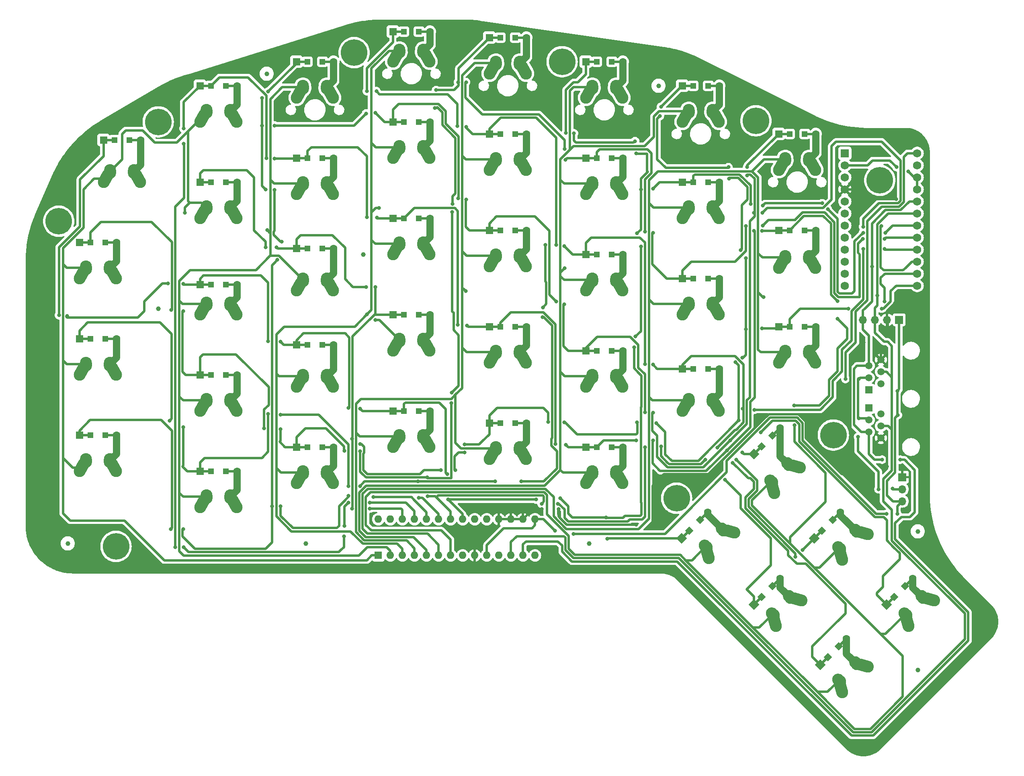
<source format=gbr>
%TF.GenerationSoftware,KiCad,Pcbnew,7.0.8*%
%TF.CreationDate,2023-11-04T19:54:55+07:00*%
%TF.ProjectId,sudi-redox-clone,73756469-2d72-4656-946f-782d636c6f6e,0.1*%
%TF.SameCoordinates,Original*%
%TF.FileFunction,Copper,L1,Top*%
%TF.FilePolarity,Positive*%
%FSLAX46Y46*%
G04 Gerber Fmt 4.6, Leading zero omitted, Abs format (unit mm)*
G04 Created by KiCad (PCBNEW 7.0.8) date 2023-11-04 19:54:55*
%MOMM*%
%LPD*%
G01*
G04 APERTURE LIST*
G04 Aperture macros list*
%AMHorizOval*
0 Thick line with rounded ends*
0 $1 width*
0 $2 $3 position (X,Y) of the first rounded end (center of the circle)*
0 $4 $5 position (X,Y) of the second rounded end (center of the circle)*
0 Add line between two ends*
20,1,$1,$2,$3,$4,$5,0*
0 Add two circle primitives to create the rounded ends*
1,1,$1,$2,$3*
1,1,$1,$4,$5*%
%AMRotRect*
0 Rectangle, with rotation*
0 The origin of the aperture is its center*
0 $1 length*
0 $2 width*
0 $3 Rotation angle, in degrees counterclockwise*
0 Add horizontal line*
21,1,$1,$2,0,0,$3*%
G04 Aperture macros list end*
%TA.AperFunction,ComponentPad*%
%ADD10HorizOval,2.500000X-0.405453X-0.729954X0.405453X0.729954X0*%
%TD*%
%TA.AperFunction,ComponentPad*%
%ADD11HorizOval,2.500000X-0.019724X0.289328X0.019724X-0.289328X0*%
%TD*%
%TA.AperFunction,ComponentPad*%
%ADD12HorizOval,2.500000X-0.019724X-0.289328X0.019724X0.289328X0*%
%TD*%
%TA.AperFunction,ComponentPad*%
%ADD13HorizOval,2.500000X-0.405453X0.729954X0.405453X-0.729954X0*%
%TD*%
%TA.AperFunction,ComponentPad*%
%ADD14R,1.600000X1.600000*%
%TD*%
%TA.AperFunction,SMDPad,CuDef*%
%ADD15R,2.500000X0.500000*%
%TD*%
%TA.AperFunction,SMDPad,CuDef*%
%ADD16R,1.200000X1.200000*%
%TD*%
%TA.AperFunction,ComponentPad*%
%ADD17C,1.600000*%
%TD*%
%TA.AperFunction,ComponentPad*%
%ADD18R,1.520000X1.520000*%
%TD*%
%TA.AperFunction,ComponentPad*%
%ADD19C,1.520000*%
%TD*%
%TA.AperFunction,ComponentPad*%
%ADD20HorizOval,2.500000X-0.229457X0.802854X0.229457X-0.802854X0*%
%TD*%
%TA.AperFunction,ComponentPad*%
%ADD21HorizOval,2.500000X-0.218533X0.190639X0.218533X-0.190639X0*%
%TD*%
%TA.AperFunction,ComponentPad*%
%ADD22HorizOval,2.500000X-0.190639X0.218533X0.190639X-0.218533X0*%
%TD*%
%TA.AperFunction,ComponentPad*%
%ADD23HorizOval,2.500000X-0.802854X0.229457X0.802854X-0.229457X0*%
%TD*%
%TA.AperFunction,SMDPad,CuDef*%
%ADD24C,1.000000*%
%TD*%
%TA.AperFunction,ComponentPad*%
%ADD25C,5.600000*%
%TD*%
%TA.AperFunction,ComponentPad*%
%ADD26O,1.600000X1.600000*%
%TD*%
%TA.AperFunction,ComponentPad*%
%ADD27RotRect,1.600000X1.600000X45.000000*%
%TD*%
%TA.AperFunction,SMDPad,CuDef*%
%ADD28RotRect,2.500000X0.500000X45.000000*%
%TD*%
%TA.AperFunction,SMDPad,CuDef*%
%ADD29RotRect,1.200000X1.200000X45.000000*%
%TD*%
%TA.AperFunction,ComponentPad*%
%ADD30R,1.752600X1.752600*%
%TD*%
%TA.AperFunction,ComponentPad*%
%ADD31C,1.752600*%
%TD*%
%TA.AperFunction,ComponentPad*%
%ADD32R,1.700000X1.700000*%
%TD*%
%TA.AperFunction,ComponentPad*%
%ADD33O,1.700000X1.700000*%
%TD*%
%TA.AperFunction,ViaPad*%
%ADD34C,0.800000*%
%TD*%
%TA.AperFunction,Conductor*%
%ADD35C,0.500000*%
%TD*%
%TA.AperFunction,Conductor*%
%ADD36C,1.500000*%
%TD*%
G04 APERTURE END LIST*
D10*
%TO.P,K19,1*%
%TO.N,col4*%
X103275000Y-113570000D03*
D11*
X104160000Y-112050000D03*
D12*
%TO.P,K19,2*%
%TO.N,Net-(D19-A)*%
X109200000Y-112050000D03*
D13*
X110085000Y-113570000D03*
%TD*%
D10*
%TO.P,K16,1*%
%TO.N,col3*%
X103275000Y-52610000D03*
D11*
X104160000Y-51090000D03*
D12*
%TO.P,K16,2*%
%TO.N,Net-(D16-A)*%
X109200000Y-51090000D03*
D13*
X110085000Y-52610000D03*
%TD*%
D14*
%TO.P,D34,1,K*%
%TO.N,row4*%
X184060000Y-48260000D03*
D15*
X185260000Y-48260000D03*
D16*
X186385000Y-48260000D03*
%TO.P,D34,2,A*%
%TO.N,Net-(D34-A)*%
X189535000Y-48260000D03*
D15*
X190660000Y-48260000D03*
D17*
X191860000Y-48260000D03*
%TD*%
D18*
%TO.P,J1,1*%
%TO.N,unconnected-(J1-Pad1)*%
X203050000Y-102230000D03*
D19*
%TO.P,J1,2*%
%TO.N,GND*%
X205590000Y-100960000D03*
%TO.P,J1,3*%
%TO.N,Tx*%
X203050000Y-99690000D03*
%TO.P,J1,4*%
%TO.N,SCL*%
X205590000Y-98420000D03*
%TO.P,J1,5*%
%TO.N,SDA*%
X203050000Y-97150000D03*
%TO.P,J1,6*%
%TO.N,+5V*%
X205590000Y-95880000D03*
%TD*%
D14*
%TO.P,D17,1,K*%
%TO.N,row5*%
X102780000Y-66040000D03*
D15*
X103980000Y-66040000D03*
D16*
X105105000Y-66040000D03*
%TO.P,D17,2,A*%
%TO.N,Net-(D17-A)*%
X108255000Y-66040000D03*
D15*
X109380000Y-66040000D03*
D17*
X110580000Y-66040000D03*
%TD*%
D20*
%TO.P,K40,1*%
%TO.N,col7*%
X182904930Y-123196508D03*
D21*
X182455917Y-121495917D03*
D22*
%TO.P,K40,2*%
%TO.N,Net-(D40-A)*%
X186019736Y-117932098D03*
D23*
X187720327Y-118381111D03*
%TD*%
D24*
%TO.P,FID9,*%
%TO.N,*%
X53340000Y-85090000D03*
%TD*%
D14*
%TO.P,D22,1,K*%
%TO.N,row4*%
X123100000Y-68580000D03*
D15*
X124300000Y-68580000D03*
D16*
X125425000Y-68580000D03*
%TO.P,D22,2,A*%
%TO.N,Net-(D22-A)*%
X128575000Y-68580000D03*
D15*
X129700000Y-68580000D03*
D17*
X130900000Y-68580000D03*
%TD*%
D14*
%TO.P,D26,1,K*%
%TO.N,row2*%
X143420000Y-53340000D03*
D15*
X144620000Y-53340000D03*
D16*
X145745000Y-53340000D03*
%TO.P,D26,2,A*%
%TO.N,Net-(D26-A)*%
X148895000Y-53340000D03*
D15*
X150020000Y-53340000D03*
D17*
X151220000Y-53340000D03*
%TD*%
D10*
%TO.P,K9,1*%
%TO.N,col2*%
X62635000Y-126270000D03*
D11*
X63520000Y-124750000D03*
D12*
%TO.P,K9,2*%
%TO.N,Net-(D9-A)*%
X68560000Y-124750000D03*
D13*
X69445000Y-126270000D03*
%TD*%
D24*
%TO.P,FID2,*%
%TO.N,*%
X76200000Y-35560000D03*
%TD*%
D14*
%TO.P,D18,1,K*%
%TO.N,row6*%
X102780000Y-86360000D03*
D15*
X103980000Y-86360000D03*
D16*
X105105000Y-86360000D03*
%TO.P,D18,2,A*%
%TO.N,Net-(D18-A)*%
X108255000Y-86360000D03*
D15*
X109380000Y-86360000D03*
D17*
X110580000Y-86360000D03*
%TD*%
D25*
%TO.P,H5,1,1*%
%TO.N,unconnected-(H5-Pad1)*%
X94615000Y-31115000D03*
%TD*%
D10*
%TO.P,K8,1*%
%TO.N,col2*%
X62635000Y-105950000D03*
D11*
X63520000Y-104430000D03*
D12*
%TO.P,K8,2*%
%TO.N,Net-(D8-A)*%
X68560000Y-104430000D03*
D13*
X69445000Y-105950000D03*
%TD*%
D14*
%TO.P,D36,1,K*%
%TO.N,row6*%
X184060000Y-88900000D03*
D15*
X185260000Y-88900000D03*
D16*
X186385000Y-88900000D03*
%TO.P,D36,2,A*%
%TO.N,Net-(D36-A)*%
X189535000Y-88900000D03*
D15*
X190660000Y-88900000D03*
D17*
X191860000Y-88900000D03*
%TD*%
D24*
%TO.P,FID3,*%
%TO.N,*%
X158750000Y-38100000D03*
%TD*%
D10*
%TO.P,K18,1*%
%TO.N,col3*%
X103275000Y-93250000D03*
D11*
X104160000Y-91730000D03*
D12*
%TO.P,K18,2*%
%TO.N,Net-(D18-A)*%
X109200000Y-91730000D03*
D13*
X110085000Y-93250000D03*
%TD*%
D25*
%TO.P,H1,1,1*%
%TO.N,unconnected-(H1-Pad1)*%
X53340000Y-45720000D03*
%TD*%
D10*
%TO.P,K12,1*%
%TO.N,col2*%
X82955000Y-80550000D03*
D11*
X83840000Y-79030000D03*
D12*
%TO.P,K12,2*%
%TO.N,Net-(D12-A)*%
X88880000Y-79030000D03*
D13*
X89765000Y-80550000D03*
%TD*%
D25*
%TO.P,H3,1,1*%
%TO.N,unconnected-(H3-Pad1)*%
X162560000Y-125095000D03*
%TD*%
D10*
%TO.P,K14,1*%
%TO.N,col3*%
X82955000Y-121190000D03*
D11*
X83840000Y-119670000D03*
D12*
%TO.P,K14,2*%
%TO.N,Net-(D14-A)*%
X88880000Y-119670000D03*
D13*
X89765000Y-121190000D03*
%TD*%
D14*
%TO.P,D25,1,K*%
%TO.N,row1*%
X143420000Y-33020000D03*
D15*
X144620000Y-33020000D03*
D16*
X145745000Y-33020000D03*
%TO.P,D25,2,A*%
%TO.N,Net-(D25-A)*%
X148895000Y-33020000D03*
D15*
X150020000Y-33020000D03*
D17*
X151220000Y-33020000D03*
%TD*%
D10*
%TO.P,K7,1*%
%TO.N,col2*%
X62635000Y-85630000D03*
D11*
X63520000Y-84110000D03*
D12*
%TO.P,K7,2*%
%TO.N,Net-(D7-A)*%
X68560000Y-84110000D03*
D13*
X69445000Y-85630000D03*
%TD*%
D14*
%TO.P,D2,1,K*%
%TO.N,row2*%
X36740000Y-71120000D03*
D15*
X37940000Y-71120000D03*
D16*
X39065000Y-71120000D03*
%TO.P,D2,2,A*%
%TO.N,Net-(D2-A)*%
X42215000Y-71120000D03*
D15*
X43340000Y-71120000D03*
D17*
X44540000Y-71120000D03*
%TD*%
D20*
%TO.P,K38,1*%
%TO.N,col7*%
X183240062Y-151225459D03*
D21*
X182791049Y-149524868D03*
D22*
%TO.P,K38,2*%
%TO.N,Net-(D38-A)*%
X186354868Y-145961049D03*
D23*
X188055459Y-146410062D03*
%TD*%
D24*
%TO.P,FID7,*%
%TO.N,*%
X144145000Y-134620000D03*
%TD*%
D14*
%TO.P,D11,1,K*%
%TO.N,row5*%
X82460000Y-53340000D03*
D15*
X83660000Y-53340000D03*
D16*
X84785000Y-53340000D03*
%TO.P,D11,2,A*%
%TO.N,Net-(D11-A)*%
X87935000Y-53340000D03*
D15*
X89060000Y-53340000D03*
D17*
X90260000Y-53340000D03*
%TD*%
D24*
%TO.P,FID5,*%
%TO.N,*%
X213360000Y-161290000D03*
%TD*%
D10*
%TO.P,K6,1*%
%TO.N,col1*%
X62635000Y-65310000D03*
D11*
X63520000Y-63790000D03*
D12*
%TO.P,K6,2*%
%TO.N,Net-(D6-A)*%
X68560000Y-63790000D03*
D13*
X69445000Y-65310000D03*
%TD*%
D14*
%TO.P,U2,1,GPB0*%
%TO.N,col1*%
X99705000Y-137150000D03*
D26*
%TO.P,U2,2,GPB1*%
%TO.N,col2*%
X102245000Y-137150000D03*
%TO.P,U2,3,GPB2*%
%TO.N,col3*%
X104785000Y-137150000D03*
%TO.P,U2,4,GPB3*%
%TO.N,col4*%
X107325000Y-137150000D03*
%TO.P,U2,5,GPB4*%
%TO.N,col5*%
X109865000Y-137150000D03*
%TO.P,U2,6,GPB5*%
%TO.N,col6*%
X112405000Y-137150000D03*
%TO.P,U2,7,GPB6*%
%TO.N,col7*%
X114945000Y-137150000D03*
%TO.P,U2,8,GPB7*%
%TO.N,unconnected-(U2-GPB7-Pad8)*%
X117485000Y-137150000D03*
%TO.P,U2,9,VDD*%
%TO.N,+5V*%
X120025000Y-137150000D03*
%TO.P,U2,10,VSS*%
%TO.N,GND*%
X122565000Y-137150000D03*
%TO.P,U2,11,NC*%
%TO.N,unconnected-(U2-NC-Pad11)*%
X125105000Y-137150000D03*
%TO.P,U2,12,SCK*%
%TO.N,SCL*%
X127645000Y-137150000D03*
%TO.P,U2,13,SDA*%
%TO.N,SDA*%
X130185000Y-137150000D03*
%TO.P,U2,14,NC*%
%TO.N,unconnected-(U2-NC-Pad14)*%
X132725000Y-137150000D03*
%TO.P,U2,15,A0*%
%TO.N,GND*%
X132725000Y-129530000D03*
%TO.P,U2,16,A1*%
%TO.N,+5V*%
X130185000Y-129530000D03*
%TO.P,U2,17,A2*%
X127645000Y-129530000D03*
%TO.P,U2,18,~{RESET}*%
X125105000Y-129530000D03*
%TO.P,U2,19,INTB*%
%TO.N,unconnected-(U2-INTB-Pad19)*%
X122565000Y-129530000D03*
%TO.P,U2,20,INTA*%
%TO.N,unconnected-(U2-INTA-Pad20)*%
X120025000Y-129530000D03*
%TO.P,U2,21,GPA0*%
%TO.N,row1*%
X117485000Y-129530000D03*
%TO.P,U2,22,GPA1*%
%TO.N,row2*%
X114945000Y-129530000D03*
%TO.P,U2,23,GPA2*%
%TO.N,row3*%
X112405000Y-129530000D03*
%TO.P,U2,24,GPA3*%
%TO.N,row4*%
X109865000Y-129530000D03*
%TO.P,U2,25,GPA4*%
%TO.N,row5*%
X107325000Y-129530000D03*
%TO.P,U2,26,GPA5*%
%TO.N,row6*%
X104785000Y-129530000D03*
%TO.P,U2,27,GPA6*%
%TO.N,unconnected-(U2-GPA6-Pad27)*%
X102245000Y-129530000D03*
%TO.P,U2,28,GPA7*%
%TO.N,unconnected-(U2-GPA7-Pad28)*%
X99705000Y-129530000D03*
%TD*%
D10*
%TO.P,K25,1*%
%TO.N,col5*%
X143915000Y-39910000D03*
D11*
X144800000Y-38390000D03*
D12*
%TO.P,K25,2*%
%TO.N,Net-(D25-A)*%
X149840000Y-38390000D03*
D13*
X150725000Y-39910000D03*
%TD*%
D10*
%TO.P,K32,1*%
%TO.N,col6*%
X164235000Y-85630000D03*
D11*
X165120000Y-84110000D03*
D12*
%TO.P,K32,2*%
%TO.N,Net-(D32-A)*%
X170160000Y-84110000D03*
D13*
X171045000Y-85630000D03*
%TD*%
D10*
%TO.P,K5,1*%
%TO.N,col1*%
X62635000Y-44990000D03*
D11*
X63520000Y-43470000D03*
D12*
%TO.P,K5,2*%
%TO.N,Net-(D5-A)*%
X68560000Y-43470000D03*
D13*
X69445000Y-44990000D03*
%TD*%
D14*
%TO.P,D35,1,K*%
%TO.N,row5*%
X184060000Y-68580000D03*
D15*
X185260000Y-68580000D03*
D16*
X186385000Y-68580000D03*
%TO.P,D35,2,A*%
%TO.N,Net-(D35-A)*%
X189535000Y-68580000D03*
D15*
X190660000Y-68580000D03*
D17*
X191860000Y-68580000D03*
%TD*%
D14*
%TO.P,D21,1,K*%
%TO.N,row3*%
X123100000Y-48260000D03*
D15*
X124300000Y-48260000D03*
D16*
X125425000Y-48260000D03*
%TO.P,D21,2,A*%
%TO.N,Net-(D21-A)*%
X128575000Y-48260000D03*
D15*
X129700000Y-48260000D03*
D17*
X130900000Y-48260000D03*
%TD*%
D10*
%TO.P,K2,1*%
%TO.N,col1*%
X37235000Y-78010000D03*
D11*
X38120000Y-76490000D03*
D12*
%TO.P,K2,2*%
%TO.N,Net-(D2-A)*%
X43160000Y-76490000D03*
D13*
X44045000Y-78010000D03*
%TD*%
D27*
%TO.P,D42,1,K*%
%TO.N,row6*%
X206792284Y-147537716D03*
D28*
X207640812Y-146689188D03*
D29*
X208436307Y-145893693D03*
%TO.P,D42,2,A*%
%TO.N,Net-(D42-A)*%
X210663693Y-143666307D03*
D28*
X211459188Y-142870812D03*
D17*
X212307716Y-142022284D03*
%TD*%
D10*
%TO.P,K30,1*%
%TO.N,col5*%
X164235000Y-44990000D03*
D11*
X165120000Y-43470000D03*
D12*
%TO.P,K30,2*%
%TO.N,Net-(D30-A)*%
X170160000Y-43470000D03*
D13*
X171045000Y-44990000D03*
%TD*%
D10*
%TO.P,K31,1*%
%TO.N,col6*%
X164235000Y-65310000D03*
D11*
X165120000Y-63790000D03*
D12*
%TO.P,K31,2*%
%TO.N,Net-(D31-A)*%
X170160000Y-63790000D03*
D13*
X171045000Y-65310000D03*
%TD*%
D10*
%TO.P,K10,1*%
%TO.N,col2*%
X82955000Y-39910000D03*
D11*
X83840000Y-38390000D03*
D12*
%TO.P,K10,2*%
%TO.N,Net-(D10-A)*%
X88880000Y-38390000D03*
D13*
X89765000Y-39910000D03*
%TD*%
D10*
%TO.P,K24,1*%
%TO.N,col4*%
X123595000Y-116110000D03*
D11*
X124480000Y-114590000D03*
D12*
%TO.P,K24,2*%
%TO.N,Net-(D24-A)*%
X129520000Y-114590000D03*
D13*
X130405000Y-116110000D03*
%TD*%
D14*
%TO.P,D28,1,K*%
%TO.N,row4*%
X143420000Y-93980000D03*
D15*
X144620000Y-93980000D03*
D16*
X145745000Y-93980000D03*
%TO.P,D28,2,A*%
%TO.N,Net-(D28-A)*%
X148895000Y-93980000D03*
D15*
X150020000Y-93980000D03*
D17*
X151220000Y-93980000D03*
%TD*%
D10*
%TO.P,K36,1*%
%TO.N,col6*%
X184555000Y-95790000D03*
D11*
X185440000Y-94270000D03*
D12*
%TO.P,K36,2*%
%TO.N,Net-(D36-A)*%
X190480000Y-94270000D03*
D13*
X191365000Y-95790000D03*
%TD*%
D14*
%TO.P,D8,1,K*%
%TO.N,row2*%
X62140000Y-99060000D03*
D15*
X63340000Y-99060000D03*
D16*
X64465000Y-99060000D03*
%TO.P,D8,2,A*%
%TO.N,Net-(D8-A)*%
X67615000Y-99060000D03*
D15*
X68740000Y-99060000D03*
D17*
X69940000Y-99060000D03*
%TD*%
D10*
%TO.P,K22,1*%
%TO.N,col4*%
X123595000Y-75470000D03*
D11*
X124480000Y-73950000D03*
D12*
%TO.P,K22,2*%
%TO.N,Net-(D22-A)*%
X129520000Y-73950000D03*
D13*
X130405000Y-75470000D03*
%TD*%
D25*
%TO.P,H2,1,1*%
%TO.N,unconnected-(H2-Pad1)*%
X44450000Y-135255000D03*
%TD*%
D14*
%TO.P,D29,1,K*%
%TO.N,row5*%
X143420000Y-114300000D03*
D15*
X144620000Y-114300000D03*
D16*
X145745000Y-114300000D03*
%TO.P,D29,2,A*%
%TO.N,Net-(D29-A)*%
X148895000Y-114300000D03*
D15*
X150020000Y-114300000D03*
D17*
X151220000Y-114300000D03*
%TD*%
D30*
%TO.P,U1,1,RAW*%
%TO.N,unconnected-(U1-RAW-Pad1)*%
X198005000Y-52324000D03*
D31*
%TO.P,U1,2,GND*%
%TO.N,GND*%
X198005000Y-54864000D03*
%TO.P,U1,3,RST*%
%TO.N,unconnected-(U1-RST-Pad3)*%
X198005000Y-57404000D03*
%TO.P,U1,4,VCC*%
%TO.N,+5V*%
X198005000Y-59944000D03*
%TO.P,U1,5,PF4*%
%TO.N,unconnected-(U1-PF4-Pad5)*%
X198005000Y-62484000D03*
%TO.P,U1,6,PF5*%
%TO.N,col1*%
X198005000Y-65024000D03*
%TO.P,U1,7,PF6*%
%TO.N,col2*%
X198005000Y-67564000D03*
%TO.P,U1,8,PF7*%
%TO.N,col3*%
X198005000Y-70104000D03*
%TO.P,U1,9,PB1*%
%TO.N,col4*%
X198005000Y-72644000D03*
%TO.P,U1,10,PB3*%
%TO.N,col5*%
X198005000Y-75184000D03*
%TO.P,U1,11,PB2*%
%TO.N,col6*%
X198005000Y-77724000D03*
%TO.P,U1,12,PB6*%
%TO.N,col7*%
X198005000Y-80264000D03*
%TO.P,U1,13,PD3*%
%TO.N,Tx*%
X213245000Y-52324000D03*
%TO.P,U1,14,PD2*%
%TO.N,unconnected-(U1-PD2-Pad14)*%
X213245000Y-54864000D03*
%TO.P,U1,15,GND*%
%TO.N,GND*%
X213245000Y-57404000D03*
%TO.P,U1,16,GND*%
X213245000Y-59944000D03*
%TO.P,U1,17,PD1*%
%TO.N,SDA*%
X213245000Y-62484000D03*
%TO.P,U1,18,PD0*%
%TO.N,SCL*%
X213245000Y-65024000D03*
%TO.P,U1,19,PD4*%
%TO.N,row1*%
X213245000Y-67564000D03*
%TO.P,U1,20,PC6*%
%TO.N,row2*%
X213245000Y-70104000D03*
%TO.P,U1,21,PD7*%
%TO.N,row3*%
X213245000Y-72644000D03*
%TO.P,U1,22,PE6*%
%TO.N,row4*%
X213245000Y-75184000D03*
%TO.P,U1,23,PB4*%
%TO.N,row5*%
X213245000Y-77724000D03*
%TO.P,U1,24,PB5*%
%TO.N,row6*%
X213245000Y-80264000D03*
%TD*%
D25*
%TO.P,H9,1,1*%
%TO.N,unconnected-(H9-Pad1)*%
X205359000Y-58039000D03*
%TD*%
D20*
%TO.P,K41,1*%
%TO.N,col7*%
X197210062Y-137255459D03*
D21*
X196761049Y-135554868D03*
D22*
%TO.P,K41,2*%
%TO.N,Net-(D41-A)*%
X200324868Y-131991049D03*
D23*
X202025459Y-132440062D03*
%TD*%
D27*
%TO.P,D38,1,K*%
%TO.N,row2*%
X178852284Y-147537716D03*
D28*
X179700812Y-146689188D03*
D29*
X180496307Y-145893693D03*
%TO.P,D38,2,A*%
%TO.N,Net-(D38-A)*%
X182723693Y-143666307D03*
D28*
X183519188Y-142870812D03*
D17*
X184367716Y-142022284D03*
%TD*%
D10*
%TO.P,K34,1*%
%TO.N,col6*%
X184555000Y-55150000D03*
D11*
X185440000Y-53630000D03*
D12*
%TO.P,K34,2*%
%TO.N,Net-(D34-A)*%
X190480000Y-53630000D03*
D13*
X191365000Y-55150000D03*
%TD*%
D14*
%TO.P,D31,1,K*%
%TO.N,row1*%
X163740000Y-58420000D03*
D15*
X164940000Y-58420000D03*
D16*
X166065000Y-58420000D03*
%TO.P,D31,2,A*%
%TO.N,Net-(D31-A)*%
X169215000Y-58420000D03*
D15*
X170340000Y-58420000D03*
D17*
X171540000Y-58420000D03*
%TD*%
D10*
%TO.P,K13,1*%
%TO.N,col3*%
X82955000Y-100870000D03*
D11*
X83840000Y-99350000D03*
D12*
%TO.P,K13,2*%
%TO.N,Net-(D13-A)*%
X88880000Y-99350000D03*
D13*
X89765000Y-100870000D03*
%TD*%
D10*
%TO.P,K3,1*%
%TO.N,col1*%
X37235000Y-98330000D03*
D11*
X38120000Y-96810000D03*
D12*
%TO.P,K3,2*%
%TO.N,Net-(D3-A)*%
X43160000Y-96810000D03*
D13*
X44045000Y-98330000D03*
%TD*%
D27*
%TO.P,D39,1,K*%
%TO.N,row3*%
X192822284Y-160237716D03*
D28*
X193670812Y-159389188D03*
D29*
X194466307Y-158593693D03*
%TO.P,D39,2,A*%
%TO.N,Net-(D39-A)*%
X196693693Y-156366307D03*
D28*
X197489188Y-155570812D03*
D17*
X198337716Y-154722284D03*
%TD*%
D24*
%TO.P,FID1,*%
%TO.N,*%
X34290000Y-134620000D03*
%TD*%
D10*
%TO.P,K15,1*%
%TO.N,col3*%
X103275000Y-32290000D03*
D11*
X104160000Y-30770000D03*
D12*
%TO.P,K15,2*%
%TO.N,Net-(D15-A)*%
X109200000Y-30770000D03*
D13*
X110085000Y-32290000D03*
%TD*%
D25*
%TO.P,H8,1,1*%
%TO.N,unconnected-(H8-Pad1)*%
X32385000Y-66675000D03*
%TD*%
D27*
%TO.P,D37,1,K*%
%TO.N,row1*%
X163612284Y-133567716D03*
D28*
X164460812Y-132719188D03*
D29*
X165256307Y-131923693D03*
%TO.P,D37,2,A*%
%TO.N,Net-(D37-A)*%
X167483693Y-129696307D03*
D28*
X168279188Y-128900812D03*
D17*
X169127716Y-128052284D03*
%TD*%
D27*
%TO.P,D41,1,K*%
%TO.N,row5*%
X191552284Y-133567716D03*
D28*
X192400812Y-132719188D03*
D29*
X193196307Y-131923693D03*
%TO.P,D41,2,A*%
%TO.N,Net-(D41-A)*%
X195423693Y-129696307D03*
D28*
X196219188Y-128900812D03*
D17*
X197067716Y-128052284D03*
%TD*%
D14*
%TO.P,D14,1,K*%
%TO.N,row2*%
X82460000Y-114300000D03*
D15*
X83660000Y-114300000D03*
D16*
X84785000Y-114300000D03*
%TO.P,D14,2,A*%
%TO.N,Net-(D14-A)*%
X87935000Y-114300000D03*
D15*
X89060000Y-114300000D03*
D17*
X90260000Y-114300000D03*
%TD*%
D14*
%TO.P,D32,1,K*%
%TO.N,row2*%
X163740000Y-78740000D03*
D15*
X164940000Y-78740000D03*
D16*
X166065000Y-78740000D03*
%TO.P,D32,2,A*%
%TO.N,Net-(D32-A)*%
X169215000Y-78740000D03*
D15*
X170340000Y-78740000D03*
D17*
X171540000Y-78740000D03*
%TD*%
D14*
%TO.P,D7,1,K*%
%TO.N,row1*%
X62140000Y-80010000D03*
D15*
X63340000Y-80010000D03*
D16*
X64465000Y-80010000D03*
%TO.P,D7,2,A*%
%TO.N,Net-(D7-A)*%
X67615000Y-80010000D03*
D15*
X68740000Y-80010000D03*
D17*
X69940000Y-80010000D03*
%TD*%
D14*
%TO.P,D9,1,K*%
%TO.N,row3*%
X62140000Y-119380000D03*
D15*
X63340000Y-119380000D03*
D16*
X64465000Y-119380000D03*
%TO.P,D9,2,A*%
%TO.N,Net-(D9-A)*%
X67615000Y-119380000D03*
D15*
X68740000Y-119380000D03*
D17*
X69940000Y-119380000D03*
%TD*%
D14*
%TO.P,D1,1,K*%
%TO.N,row1*%
X41820000Y-49530000D03*
D15*
X43020000Y-49530000D03*
D16*
X44145000Y-49530000D03*
%TO.P,D1,2,A*%
%TO.N,Net-(D1-A)*%
X47295000Y-49530000D03*
D15*
X48420000Y-49530000D03*
D17*
X49620000Y-49530000D03*
%TD*%
D14*
%TO.P,D20,1,K*%
%TO.N,row2*%
X123100000Y-27940000D03*
D15*
X124300000Y-27940000D03*
D16*
X125425000Y-27940000D03*
%TO.P,D20,2,A*%
%TO.N,Net-(D20-A)*%
X128575000Y-27940000D03*
D15*
X129700000Y-27940000D03*
D17*
X130900000Y-27940000D03*
%TD*%
D10*
%TO.P,K23,1*%
%TO.N,col4*%
X123595000Y-95790000D03*
D11*
X124480000Y-94270000D03*
D12*
%TO.P,K23,2*%
%TO.N,Net-(D23-A)*%
X129520000Y-94270000D03*
D13*
X130405000Y-95790000D03*
%TD*%
D10*
%TO.P,K27,1*%
%TO.N,col5*%
X143915000Y-80550000D03*
D11*
X144800000Y-79030000D03*
D12*
%TO.P,K27,2*%
%TO.N,Net-(D27-A)*%
X149840000Y-79030000D03*
D13*
X150725000Y-80550000D03*
%TD*%
D10*
%TO.P,K17,1*%
%TO.N,col3*%
X103275000Y-72938188D03*
D11*
X104160000Y-71418188D03*
D12*
%TO.P,K17,2*%
%TO.N,Net-(D17-A)*%
X109200000Y-71418188D03*
D13*
X110085000Y-72938188D03*
%TD*%
D10*
%TO.P,K28,1*%
%TO.N,col5*%
X143915000Y-100870000D03*
D11*
X144800000Y-99350000D03*
D12*
%TO.P,K28,2*%
%TO.N,Net-(D28-A)*%
X149840000Y-99350000D03*
D13*
X150725000Y-100870000D03*
%TD*%
D14*
%TO.P,D4,1,K*%
%TO.N,row4*%
X36740000Y-111760000D03*
D15*
X37940000Y-111760000D03*
D16*
X39065000Y-111760000D03*
%TO.P,D4,2,A*%
%TO.N,Net-(D4-A)*%
X42215000Y-111760000D03*
D15*
X43340000Y-111760000D03*
D17*
X44540000Y-111760000D03*
%TD*%
D14*
%TO.P,D15,1,K*%
%TO.N,row3*%
X102780000Y-26670000D03*
D15*
X103980000Y-26670000D03*
D16*
X105105000Y-26670000D03*
%TO.P,D15,2,A*%
%TO.N,Net-(D15-A)*%
X108255000Y-26670000D03*
D15*
X109380000Y-26670000D03*
D17*
X110580000Y-26670000D03*
%TD*%
D25*
%TO.P,H4,1,1*%
%TO.N,unconnected-(H4-Pad1)*%
X179264799Y-45503227D03*
%TD*%
D27*
%TO.P,D40,1,K*%
%TO.N,row4*%
X178852284Y-115787716D03*
D28*
X179700812Y-114939188D03*
D29*
X180496307Y-114143693D03*
%TO.P,D40,2,A*%
%TO.N,Net-(D40-A)*%
X182723693Y-111916307D03*
D28*
X183519188Y-111120812D03*
D17*
X184367716Y-110272284D03*
%TD*%
D24*
%TO.P,FID6,*%
%TO.N,*%
X96520000Y-73660000D03*
%TD*%
D14*
%TO.P,D10,1,K*%
%TO.N,row4*%
X82460000Y-33020000D03*
D15*
X83660000Y-33020000D03*
D16*
X84785000Y-33020000D03*
%TO.P,D10,2,A*%
%TO.N,Net-(D10-A)*%
X87935000Y-33020000D03*
D15*
X89060000Y-33020000D03*
D17*
X90260000Y-33020000D03*
%TD*%
D14*
%TO.P,D24,1,K*%
%TO.N,row6*%
X123100000Y-109220000D03*
D15*
X124300000Y-109220000D03*
D16*
X125425000Y-109220000D03*
%TO.P,D24,2,A*%
%TO.N,Net-(D24-A)*%
X128575000Y-109220000D03*
D15*
X129700000Y-109220000D03*
D17*
X130900000Y-109220000D03*
%TD*%
D14*
%TO.P,D6,1,K*%
%TO.N,row6*%
X62140000Y-58420000D03*
D15*
X63340000Y-58420000D03*
D16*
X64465000Y-58420000D03*
%TO.P,D6,2,A*%
%TO.N,Net-(D6-A)*%
X67615000Y-58420000D03*
D15*
X68740000Y-58420000D03*
D17*
X69940000Y-58420000D03*
%TD*%
D10*
%TO.P,K20,1*%
%TO.N,col4*%
X123595000Y-34830000D03*
D11*
X124480000Y-33310000D03*
D12*
%TO.P,K20,2*%
%TO.N,Net-(D20-A)*%
X129520000Y-33310000D03*
D13*
X130405000Y-34830000D03*
%TD*%
D14*
%TO.P,D5,1,K*%
%TO.N,row5*%
X62140000Y-38100000D03*
D15*
X63340000Y-38100000D03*
D16*
X64465000Y-38100000D03*
%TO.P,D5,2,A*%
%TO.N,Net-(D5-A)*%
X67615000Y-38100000D03*
D15*
X68740000Y-38100000D03*
D17*
X69940000Y-38100000D03*
%TD*%
D14*
%TO.P,D19,1,K*%
%TO.N,row1*%
X102780000Y-106680000D03*
D15*
X103980000Y-106680000D03*
D16*
X105105000Y-106680000D03*
%TO.P,D19,2,A*%
%TO.N,Net-(D19-A)*%
X108255000Y-106680000D03*
D15*
X109380000Y-106680000D03*
D17*
X110580000Y-106680000D03*
%TD*%
D32*
%TO.P,J3,1,Pin_1*%
%TO.N,GND*%
X209435000Y-87465000D03*
D33*
%TO.P,J3,2,Pin_2*%
%TO.N,+5V*%
X206895000Y-87465000D03*
%TO.P,J3,3,Pin_3*%
%TO.N,SCL*%
X204355000Y-87465000D03*
%TO.P,J3,4,Pin_4*%
%TO.N,SDA*%
X201815000Y-87465000D03*
%TD*%
D10*
%TO.P,K4,1*%
%TO.N,col1*%
X37235000Y-118650000D03*
D11*
X38120000Y-117130000D03*
D12*
%TO.P,K4,2*%
%TO.N,Net-(D4-A)*%
X43160000Y-117130000D03*
D13*
X44045000Y-118650000D03*
%TD*%
D10*
%TO.P,K35,1*%
%TO.N,col6*%
X184555000Y-75841600D03*
D11*
X185440000Y-74321600D03*
D12*
%TO.P,K35,2*%
%TO.N,Net-(D35-A)*%
X190480000Y-74321600D03*
D13*
X191365000Y-75841600D03*
%TD*%
D20*
%TO.P,K42,1*%
%TO.N,col7*%
X211180062Y-151225459D03*
D21*
X210731049Y-149524868D03*
D22*
%TO.P,K42,2*%
%TO.N,Net-(D42-A)*%
X214294868Y-145961049D03*
D23*
X215995459Y-146410062D03*
%TD*%
D10*
%TO.P,K26,1*%
%TO.N,col5*%
X143915000Y-60230000D03*
D11*
X144800000Y-58710000D03*
D12*
%TO.P,K26,2*%
%TO.N,Net-(D26-A)*%
X149840000Y-58710000D03*
D13*
X150725000Y-60230000D03*
%TD*%
D14*
%TO.P,D30,1,K*%
%TO.N,row6*%
X163740000Y-38100000D03*
D15*
X164940000Y-38100000D03*
D16*
X166065000Y-38100000D03*
%TO.P,D30,2,A*%
%TO.N,Net-(D30-A)*%
X169215000Y-38100000D03*
D15*
X170340000Y-38100000D03*
D17*
X171540000Y-38100000D03*
%TD*%
D14*
%TO.P,D27,1,K*%
%TO.N,row3*%
X143420000Y-73660000D03*
D15*
X144620000Y-73660000D03*
D16*
X145745000Y-73660000D03*
%TO.P,D27,2,A*%
%TO.N,Net-(D27-A)*%
X148895000Y-73660000D03*
D15*
X150020000Y-73660000D03*
D17*
X151220000Y-73660000D03*
%TD*%
D10*
%TO.P,K29,1*%
%TO.N,col5*%
X143915000Y-121190000D03*
D11*
X144800000Y-119670000D03*
D12*
%TO.P,K29,2*%
%TO.N,Net-(D29-A)*%
X149840000Y-119670000D03*
D13*
X150725000Y-121190000D03*
%TD*%
D14*
%TO.P,D23,1,K*%
%TO.N,row5*%
X123100000Y-88900000D03*
D15*
X124300000Y-88900000D03*
D16*
X125425000Y-88900000D03*
%TO.P,D23,2,A*%
%TO.N,Net-(D23-A)*%
X128575000Y-88900000D03*
D15*
X129700000Y-88900000D03*
D17*
X130900000Y-88900000D03*
%TD*%
D14*
%TO.P,D3,1,K*%
%TO.N,row3*%
X36740000Y-91440000D03*
D15*
X37940000Y-91440000D03*
D16*
X39065000Y-91440000D03*
%TO.P,D3,2,A*%
%TO.N,Net-(D3-A)*%
X42215000Y-91440000D03*
D15*
X43340000Y-91440000D03*
D17*
X44540000Y-91440000D03*
%TD*%
D20*
%TO.P,K37,1*%
%TO.N,col7*%
X169152828Y-136948610D03*
D21*
X168703815Y-135248019D03*
D22*
%TO.P,K37,2*%
%TO.N,Net-(D37-A)*%
X172267634Y-131684200D03*
D23*
X173968225Y-132133213D03*
%TD*%
D14*
%TO.P,D13,1,K*%
%TO.N,row1*%
X82460000Y-92710000D03*
D15*
X83660000Y-92710000D03*
D16*
X84785000Y-92710000D03*
%TO.P,D13,2,A*%
%TO.N,Net-(D13-A)*%
X87935000Y-92710000D03*
D15*
X89060000Y-92710000D03*
D17*
X90260000Y-92710000D03*
%TD*%
D14*
%TO.P,D16,1,K*%
%TO.N,row4*%
X102780000Y-45720000D03*
D15*
X103980000Y-45720000D03*
D16*
X105105000Y-45720000D03*
%TO.P,D16,2,A*%
%TO.N,Net-(D16-A)*%
X108255000Y-45720000D03*
D15*
X109380000Y-45720000D03*
D17*
X110580000Y-45720000D03*
%TD*%
D20*
%TO.P,K39,1*%
%TO.N,col7*%
X197210062Y-165195459D03*
D21*
X196761049Y-163494868D03*
D22*
%TO.P,K39,2*%
%TO.N,Net-(D39-A)*%
X200324868Y-159931049D03*
D23*
X202025459Y-160380062D03*
%TD*%
D10*
%TO.P,K33,1*%
%TO.N,col6*%
X164235000Y-105950000D03*
D11*
X165120000Y-104430000D03*
D12*
%TO.P,K33,2*%
%TO.N,Net-(D33-A)*%
X170160000Y-104430000D03*
D13*
X171045000Y-105950000D03*
%TD*%
D24*
%TO.P,FID8,*%
%TO.N,*%
X213360000Y-132080000D03*
%TD*%
D14*
%TO.P,D33,1,K*%
%TO.N,row3*%
X163740000Y-97790000D03*
D15*
X164940000Y-97790000D03*
D16*
X166065000Y-97790000D03*
%TO.P,D33,2,A*%
%TO.N,Net-(D33-A)*%
X169215000Y-97790000D03*
D15*
X170340000Y-97790000D03*
D17*
X171540000Y-97790000D03*
%TD*%
D10*
%TO.P,K21,1*%
%TO.N,col4*%
X123595000Y-55150000D03*
D11*
X124480000Y-53630000D03*
D12*
%TO.P,K21,2*%
%TO.N,Net-(D21-A)*%
X129520000Y-53630000D03*
D13*
X130405000Y-55150000D03*
%TD*%
D10*
%TO.P,K11,1*%
%TO.N,col2*%
X82955000Y-60230000D03*
D11*
X83840000Y-58710000D03*
D12*
%TO.P,K11,2*%
%TO.N,Net-(D11-A)*%
X88880000Y-58710000D03*
D13*
X89765000Y-60230000D03*
%TD*%
D10*
%TO.P,K1,1*%
%TO.N,col1*%
X42315000Y-57690000D03*
D11*
X43200000Y-56170000D03*
D12*
%TO.P,K1,2*%
%TO.N,Net-(D1-A)*%
X48240000Y-56170000D03*
D13*
X49125000Y-57690000D03*
%TD*%
D24*
%TO.P,FID4,*%
%TO.N,*%
X84455000Y-134620000D03*
%TD*%
D25*
%TO.P,H7,1,1*%
%TO.N,unconnected-(H7-Pad1)*%
X195580000Y-111760000D03*
%TD*%
D14*
%TO.P,D12,1,K*%
%TO.N,row6*%
X82460000Y-72390000D03*
D15*
X83660000Y-72390000D03*
D16*
X84785000Y-72390000D03*
%TO.P,D12,2,A*%
%TO.N,Net-(D12-A)*%
X87935000Y-72390000D03*
D15*
X89060000Y-72390000D03*
D17*
X90260000Y-72390000D03*
%TD*%
D25*
%TO.P,H6,1,1*%
%TO.N,unconnected-(H6-Pad1)*%
X138430000Y-33020000D03*
%TD*%
D32*
%TO.P,J2,1,Pin_1*%
%TO.N,+5V*%
X210115000Y-120650000D03*
D33*
%TO.P,J2,2,Pin_2*%
%TO.N,Tx*%
X210115000Y-123190000D03*
%TO.P,J2,3,Pin_3*%
%TO.N,GND*%
X210115000Y-125730000D03*
%TD*%
D18*
%TO.P,J4,1*%
%TO.N,unconnected-(J4-Pad1)*%
X203050000Y-106050000D03*
D19*
%TO.P,J4,2*%
%TO.N,GND*%
X205590000Y-107320000D03*
%TO.P,J4,3*%
%TO.N,Tx*%
X203050000Y-108590000D03*
%TO.P,J4,4*%
%TO.N,SCL*%
X205590000Y-109860000D03*
%TO.P,J4,5*%
%TO.N,SDA*%
X203050000Y-111130000D03*
%TO.P,J4,6*%
%TO.N,+5V*%
X205590000Y-112400000D03*
%TD*%
D34*
%TO.N,row1*%
X32424500Y-86487000D03*
X139231500Y-48006000D03*
X157567500Y-59817000D03*
X154051000Y-52349500D03*
X95845500Y-106172000D03*
X180721000Y-63373000D03*
X34123500Y-86614000D03*
X147701000Y-129133500D03*
X147955000Y-133604000D03*
X194402688Y-64100688D03*
X206502000Y-69088000D03*
X132969000Y-125377500D03*
X76493500Y-91948000D03*
X138049000Y-125095000D03*
X153889688Y-90966312D03*
X153582500Y-93218000D03*
X155019000Y-59944000D03*
X79121000Y-92075000D03*
X140930500Y-48133000D03*
X58634500Y-79883000D03*
X193201312Y-62899312D03*
X201842500Y-69088000D03*
X93446500Y-106045000D03*
X114212500Y-120029000D03*
X55386000Y-79756000D03*
X178155500Y-62992000D03*
X153797000Y-49784000D03*
X154178000Y-69254500D03*
X155019000Y-71977624D03*
X114427000Y-125377500D03*
%TO.N,row2*%
X111887000Y-39028500D03*
X115316000Y-62992000D03*
X115159812Y-102840812D03*
X75644000Y-110363000D03*
X134112000Y-126238000D03*
X206400500Y-70358000D03*
X79081500Y-110490000D03*
X138972312Y-51469312D03*
X180721000Y-67564000D03*
X159267000Y-114173000D03*
X92597000Y-115062000D03*
X172749188Y-121187188D03*
X118197500Y-37338000D03*
X109982000Y-120729000D03*
X111633000Y-42759500D03*
X110130270Y-124677500D03*
X157567500Y-69088000D03*
X201803000Y-70358000D03*
X56086000Y-85344000D03*
X155868500Y-114300000D03*
X139157688Y-53686688D03*
X58634500Y-85598000D03*
X115062000Y-104989500D03*
X155868500Y-68834000D03*
X95845500Y-115189000D03*
X137501500Y-126238000D03*
X116498500Y-37338000D03*
X115286812Y-64730500D03*
X168626812Y-116937812D03*
X177156000Y-67691000D03*
%TO.N,row3*%
X95855812Y-122525812D03*
X171103312Y-114461312D03*
X174363579Y-117609421D03*
X124333000Y-121578500D03*
X138898500Y-71882000D03*
X118197500Y-46736000D03*
X55753000Y-108712000D03*
X129794000Y-121578500D03*
X137199500Y-71628000D03*
X134336812Y-86897188D03*
X108077000Y-121578500D03*
X116332000Y-46609000D03*
X76493500Y-107315000D03*
X206400500Y-72517000D03*
X93446500Y-122555000D03*
X201842500Y-72517000D03*
X99314000Y-39243000D03*
X178903500Y-106426000D03*
X157567500Y-96901000D03*
X108204000Y-124968000D03*
X176504500Y-106172000D03*
X79081500Y-107442000D03*
X155868500Y-96774000D03*
X58634500Y-110109000D03*
X134366000Y-84836000D03*
X134913500Y-71628000D03*
X97282000Y-39243000D03*
%TO.N,row4*%
X180594000Y-64897000D03*
X93446500Y-124587000D03*
X76483188Y-39340812D03*
X116498500Y-61849000D03*
X75184000Y-40640000D03*
X77811500Y-46482000D03*
X56007000Y-131572000D03*
X75184000Y-46482000D03*
X173863000Y-112903000D03*
X77343000Y-126746000D03*
X157567500Y-107061000D03*
X176403000Y-115443000D03*
X79081500Y-126746000D03*
X177419000Y-56983500D03*
X77811500Y-60071000D03*
X138898500Y-84201000D03*
X75946000Y-59944000D03*
X177419000Y-55284500D03*
X137199500Y-83566000D03*
X79375000Y-70993000D03*
X118197500Y-62103000D03*
X97155000Y-43942000D03*
X78448812Y-74840188D03*
X178855500Y-64897000D03*
X155868500Y-106934000D03*
X205700500Y-67691000D03*
X201842500Y-67818000D03*
X98679000Y-124841000D03*
X99119500Y-43815000D03*
X58634500Y-131572000D03*
%TO.N,row5*%
X92456000Y-133096000D03*
X206375000Y-83566000D03*
X99441000Y-65913000D03*
X137033000Y-113665000D03*
X154051000Y-112903000D03*
X58674000Y-50292000D03*
X93446500Y-125984000D03*
X139192000Y-113792000D03*
X77811500Y-53467000D03*
X157567500Y-112903000D03*
X189068688Y-136051312D03*
X92583000Y-130937000D03*
X175133000Y-116967000D03*
X180554500Y-68707000D03*
X173148337Y-114982337D03*
X58674000Y-135382000D03*
X97282000Y-65786000D03*
X76112500Y-53340000D03*
X97945500Y-125984000D03*
X56935500Y-135382000D03*
X196439812Y-83536812D03*
X187579000Y-137414000D03*
X58674000Y-47117000D03*
X116459000Y-88519000D03*
X118364000Y-88646000D03*
X178855500Y-68707000D03*
%TO.N,row6*%
X205740000Y-85090000D03*
X138898500Y-109093000D03*
X176432188Y-95474812D03*
X117856000Y-113740500D03*
X95845500Y-113665000D03*
X180305688Y-111217688D03*
X154169000Y-109093000D03*
X198705515Y-85120927D03*
X112903000Y-119126000D03*
X180554500Y-89281000D03*
X99119500Y-80518000D03*
X97945500Y-127254000D03*
X158267500Y-109220000D03*
X176059234Y-72802390D03*
X75946000Y-72136000D03*
X97155000Y-80518000D03*
X115911500Y-119126000D03*
X135483500Y-108966000D03*
X94146500Y-127254000D03*
X173482000Y-55284500D03*
X159258000Y-42545000D03*
X174976812Y-96422188D03*
X94146500Y-112522000D03*
X117856000Y-115439500D03*
X173609000Y-57683500D03*
X177156000Y-89408000D03*
X78232000Y-72136000D03*
X159033188Y-44479188D03*
X177156000Y-74422000D03*
X175654500Y-108708042D03*
%TO.N,+5V*%
X203708000Y-120015000D03*
X201930000Y-92202000D03*
X157099000Y-130683000D03*
X137668000Y-127381000D03*
X210185000Y-118364000D03*
X208585500Y-83947000D03*
X204470000Y-92202000D03*
X206883000Y-118364000D03*
X208788000Y-62015500D03*
X207010000Y-90551000D03*
X154051000Y-130683000D03*
X134112000Y-127381000D03*
%TO.N,GND*%
X140843000Y-132588000D03*
X206756000Y-128397000D03*
X209042000Y-102489000D03*
X209169000Y-107569000D03*
X211328000Y-56134000D03*
X208889500Y-55245000D03*
X209042000Y-128397000D03*
X136906000Y-131953000D03*
%TO.N,Tx*%
X200914000Y-108204000D03*
X208026000Y-123063000D03*
X205105000Y-123190000D03*
X200914000Y-99949000D03*
X200787000Y-112141000D03*
X198120000Y-99949000D03*
%TO.N,col1*%
X58928000Y-64897000D03*
%TO.N,col2*%
X76292688Y-68545688D03*
%TO.N,col3*%
X99822000Y-63881000D03*
X99060000Y-87503000D03*
X97345500Y-86296500D03*
%TO.N,col4*%
X118110000Y-81407000D03*
%TO.N,col5*%
X138938000Y-76581000D03*
%TO.N,col6*%
X180848000Y-82677000D03*
%TO.N,col7*%
X187325000Y-105576500D03*
X187416480Y-109724806D03*
X196469000Y-87249000D03*
%TO.N,SDA*%
X209677000Y-116967000D03*
X205867000Y-116967000D03*
X203708000Y-76200000D03*
%TO.N,SCL*%
X204851000Y-82296000D03*
%TD*%
D35*
%TO.N,row1*%
X34163000Y-86995000D02*
X33974000Y-86806000D01*
X163740000Y-58420000D02*
X158964500Y-58420000D01*
X154878000Y-128840000D02*
X155168500Y-128549500D01*
X139700000Y-128270000D02*
X139700000Y-126746000D01*
X151700000Y-128840000D02*
X153005950Y-128840000D01*
X140930500Y-49679500D02*
X140930500Y-48133000D01*
X112522000Y-104902000D02*
X105410000Y-104902000D01*
X201842500Y-69088000D02*
X200049550Y-70880950D01*
X36892000Y-67741654D02*
X36892000Y-57850000D01*
X178155500Y-62992000D02*
X178155500Y-59156500D01*
X141351000Y-50100000D02*
X140930500Y-49679500D01*
X54229000Y-79756000D02*
X50419000Y-83566000D01*
X105105000Y-105207000D02*
X105105000Y-106680000D01*
X181194688Y-62899312D02*
X180721000Y-63373000D01*
X41820000Y-52922000D02*
X41820000Y-49530000D01*
X153005950Y-128840000D02*
X154878000Y-128840000D01*
X62140000Y-78830000D02*
X62140000Y-80010000D01*
X93596000Y-105895500D02*
X93596000Y-91186000D01*
X155018500Y-125961000D02*
X155018500Y-105941000D01*
X36892000Y-57850000D02*
X41820000Y-52922000D01*
X156337000Y-56134000D02*
X156337000Y-52424950D01*
X139231500Y-48006000D02*
X139231500Y-38975550D01*
X50419000Y-83566000D02*
X50419000Y-85598000D01*
X155168500Y-128549500D02*
X155168500Y-126111000D01*
X155019000Y-59944000D02*
X155019000Y-57732050D01*
X113919000Y-106299000D02*
X112522000Y-104902000D01*
X55386000Y-79756000D02*
X54229000Y-79756000D01*
X49022000Y-86995000D02*
X34163000Y-86995000D01*
X155019000Y-68413500D02*
X155019000Y-59944000D01*
X196853000Y-81915000D02*
X196472000Y-81534000D01*
X196472000Y-81534000D02*
X196472000Y-66170000D01*
X154572025Y-98665974D02*
X153582500Y-97676449D01*
X153582500Y-97676449D02*
X153582500Y-93218000D01*
X76493500Y-91948000D02*
X76493500Y-79668500D01*
X140869050Y-37338000D02*
X141732000Y-37338000D01*
X62140000Y-80010000D02*
X58761500Y-80010000D01*
X83947000Y-90297000D02*
X82460000Y-91784000D01*
X140563500Y-129133500D02*
X139700000Y-128270000D01*
X153481000Y-50100000D02*
X141351000Y-50100000D01*
X79756000Y-92710000D02*
X79121000Y-92075000D01*
X76493500Y-79668500D02*
X74930000Y-78105000D01*
X33974000Y-86806000D02*
X33974000Y-86763500D01*
X196472000Y-66170000D02*
X194402688Y-64100688D01*
X166065000Y-57139000D02*
X166065000Y-58420000D01*
X155018500Y-105941000D02*
X155168500Y-105791000D01*
X158964500Y-58420000D02*
X157567500Y-59817000D01*
X82460000Y-92710000D02*
X79756000Y-92710000D01*
X32424500Y-72209154D02*
X36892000Y-67741654D01*
X117485000Y-128435500D02*
X114427000Y-125377500D01*
X200049550Y-81382450D02*
X199517000Y-81915000D01*
X74930000Y-78105000D02*
X62865000Y-78105000D01*
X93596000Y-91186000D02*
X92707000Y-90297000D01*
X213245000Y-67564000D02*
X208026000Y-67564000D01*
X154178000Y-69254500D02*
X155019000Y-68413500D01*
X200049550Y-70880950D02*
X200049550Y-81382450D01*
X193201312Y-62899312D02*
X181194688Y-62899312D01*
X62865000Y-78105000D02*
X62140000Y-78830000D01*
X117485000Y-129530000D02*
X117485000Y-128435500D01*
X92707000Y-90297000D02*
X83947000Y-90297000D01*
X156337000Y-52424950D02*
X154126450Y-52424950D01*
X82460000Y-91784000D02*
X82460000Y-92710000D01*
X58761500Y-80010000D02*
X58634500Y-79883000D01*
X147850500Y-129283000D02*
X151257000Y-129283000D01*
X155168500Y-126111000D02*
X155018500Y-125961000D01*
X139700000Y-126746000D02*
X138049000Y-125095000D01*
X147991284Y-133567716D02*
X147955000Y-133604000D01*
X96353500Y-106680000D02*
X95845500Y-106172000D01*
X155168500Y-99262450D02*
X154572025Y-98665974D01*
X113919000Y-119735500D02*
X113919000Y-106299000D01*
X153889688Y-90966312D02*
X155019000Y-89837000D01*
X166370000Y-56834000D02*
X166065000Y-57139000D01*
X208026000Y-67564000D02*
X206502000Y-69088000D01*
X155168500Y-105791000D02*
X155168500Y-99262450D01*
X154126450Y-52424950D02*
X154051000Y-52349500D01*
X102780000Y-106680000D02*
X96353500Y-106680000D01*
X32424500Y-86487000D02*
X32424500Y-72209154D01*
X153797000Y-49784000D02*
X153481000Y-50100000D01*
X155019000Y-89837000D02*
X155019000Y-71977624D01*
X147701000Y-129133500D02*
X140563500Y-129133500D01*
X105410000Y-104902000D02*
X105105000Y-105207000D01*
X93446500Y-106045000D02*
X93596000Y-105895500D01*
X156477025Y-56274025D02*
X156337000Y-56134000D01*
X50419000Y-85598000D02*
X49022000Y-86995000D01*
X141732000Y-37338000D02*
X143420000Y-35650000D01*
X33974000Y-86763500D02*
X34123500Y-86614000D01*
X132969000Y-125377500D02*
X114427000Y-125377500D01*
X151257000Y-129283000D02*
X151700000Y-128840000D01*
X139231500Y-38975550D02*
X140869050Y-37338000D01*
X147701000Y-129133500D02*
X147850500Y-129283000D01*
X114212500Y-120029000D02*
X113919000Y-119735500D01*
X199517000Y-81915000D02*
X196853000Y-81915000D01*
X163612284Y-133567716D02*
X147991284Y-133567716D01*
X175833000Y-56834000D02*
X166370000Y-56834000D01*
X155019000Y-57732050D02*
X156477025Y-56274025D01*
X178155500Y-59156500D02*
X175833000Y-56834000D01*
X143420000Y-35650000D02*
X143420000Y-33020000D01*
D36*
%TO.N,Net-(D1-A)*%
X49620000Y-54790000D02*
X48240000Y-56170000D01*
X49620000Y-49530000D02*
X49620000Y-54790000D01*
D35*
%TO.N,row2*%
X152273000Y-129983000D02*
X139709900Y-129983000D01*
X195772000Y-81280000D02*
X195772000Y-66893050D01*
X160466000Y-78740000D02*
X157418000Y-75692000D01*
X155829000Y-129032000D02*
X155321000Y-129540000D01*
X56235500Y-85194500D02*
X56235500Y-71094500D01*
X189067051Y-64832000D02*
X187566525Y-66332526D01*
X160641975Y-117615025D02*
X159267000Y-116240050D01*
X41275000Y-66802000D02*
X39065000Y-69012000D01*
X155868500Y-114300000D02*
X155868500Y-128992500D01*
X193710949Y-64832000D02*
X193131050Y-64832000D01*
X116648000Y-90678000D02*
X115609000Y-89639000D01*
X138972312Y-51469312D02*
X138972312Y-49564312D01*
X156402000Y-51500000D02*
X146366000Y-51500000D01*
X152716000Y-129540000D02*
X152273000Y-129983000D01*
X109982000Y-120729000D02*
X97107000Y-120729000D01*
X167649624Y-117915000D02*
X160941950Y-117915000D01*
X111723500Y-124677500D02*
X110130270Y-124677500D01*
X196596000Y-82677000D02*
X195772000Y-81853000D01*
X112327000Y-124528000D02*
X112141000Y-124714000D01*
X118048000Y-37487500D02*
X118197500Y-37338000D01*
X114945000Y-127899000D02*
X113792000Y-126746000D01*
X116648000Y-37338000D02*
X116648000Y-34392000D01*
X116648000Y-38038000D02*
X116648000Y-37338000D01*
X56235500Y-71094500D02*
X51943000Y-66802000D01*
X178852284Y-147537716D02*
X178852284Y-145832284D01*
X213245000Y-70104000D02*
X206654500Y-70104000D01*
X206654500Y-70104000D02*
X206400500Y-70358000D01*
X159267000Y-116240050D02*
X159267000Y-114173000D01*
X154305000Y-129540000D02*
X152716000Y-129540000D01*
X201142500Y-82397500D02*
X201142500Y-82677000D01*
X134568025Y-124736925D02*
X134359100Y-124528000D01*
X115948000Y-60833000D02*
X115948000Y-49119950D01*
X146366000Y-51500000D02*
X145745000Y-52121000D01*
X115948000Y-49119950D02*
X113219000Y-46390949D01*
X165608000Y-75184000D02*
X163740000Y-77052000D01*
X115159812Y-102840812D02*
X116648000Y-101352624D01*
X137727082Y-126238000D02*
X137501500Y-126238000D01*
X82460000Y-114300000D02*
X80075000Y-114300000D01*
X115316000Y-62992000D02*
X115316000Y-61465000D01*
X95845500Y-119467500D02*
X95845500Y-115189000D01*
X56086000Y-85344000D02*
X56235500Y-85194500D01*
X80075000Y-114300000D02*
X78932000Y-113157000D01*
X115286812Y-85695812D02*
X115286812Y-64730500D01*
X88646000Y-110363000D02*
X84328000Y-110363000D01*
X76643000Y-105410000D02*
X76643000Y-101662000D01*
X51943000Y-66802000D02*
X41275000Y-66802000D01*
X157418000Y-75692000D02*
X157418000Y-69237500D01*
X69723000Y-94742000D02*
X62738000Y-94742000D01*
X160941950Y-117915000D02*
X160641975Y-117615025D01*
X155868500Y-128992500D02*
X155829000Y-129032000D01*
X92597000Y-115062000D02*
X92456000Y-114921000D01*
X138972312Y-49564312D02*
X133539000Y-44131000D01*
X157226000Y-52324000D02*
X156402000Y-51500000D01*
X201142500Y-82677000D02*
X196596000Y-82677000D01*
X157418000Y-69237500D02*
X157567500Y-69088000D01*
X59120000Y-99060000D02*
X58485000Y-98425000D01*
X92456000Y-114921000D02*
X92456000Y-114173000D01*
X75644000Y-106409000D02*
X76643000Y-105410000D01*
X157226000Y-56515000D02*
X157226000Y-52324000D01*
X97107000Y-120729000D02*
X96393000Y-120015000D01*
X134112000Y-126238000D02*
X134568025Y-125781975D01*
X200749550Y-73267050D02*
X201142500Y-73660000D01*
X176022000Y-124460000D02*
X172749188Y-121187188D01*
X201803000Y-70358000D02*
X200749550Y-71411450D01*
X138975450Y-127486368D02*
X137727082Y-126238000D01*
X155321000Y-129540000D02*
X154305000Y-129540000D01*
X76643000Y-101662000D02*
X69723000Y-94742000D01*
X78932000Y-113157000D02*
X79081500Y-113007500D01*
X113219000Y-46390949D02*
X113219000Y-44069000D01*
X118048000Y-40578000D02*
X118048000Y-37487500D01*
X182372000Y-136017000D02*
X182372000Y-133525849D01*
X201142500Y-73660000D02*
X201142500Y-82397500D01*
X195772000Y-66893050D02*
X193710949Y-64832000D01*
X174879000Y-75184000D02*
X165608000Y-75184000D01*
X115316000Y-61465000D02*
X115948000Y-60833000D01*
X92456000Y-114173000D02*
X88646000Y-110363000D01*
X113792000Y-126746000D02*
X111723500Y-124677500D01*
X58485000Y-85747500D02*
X58634500Y-85598000D01*
X163740000Y-77052000D02*
X163740000Y-78740000D01*
X116648000Y-37338000D02*
X116498500Y-37338000D01*
X112141000Y-124714000D02*
X111760000Y-124714000D01*
X112154025Y-42658975D02*
X112053500Y-42759500D01*
X134359100Y-124528000D02*
X112327000Y-124528000D01*
X179998076Y-131151924D02*
X176022000Y-127175847D01*
X139709900Y-129983000D02*
X138975450Y-129248550D01*
X62140000Y-95340000D02*
X62140000Y-99060000D01*
X145745000Y-52121000D02*
X145745000Y-53340000D01*
X163740000Y-78740000D02*
X160466000Y-78740000D01*
X195772000Y-81853000D02*
X195772000Y-81280000D01*
X39065000Y-69012000D02*
X39065000Y-71120000D01*
X111760000Y-124714000D02*
X111723500Y-124677500D01*
X181876475Y-66408525D02*
X180721000Y-67564000D01*
X84328000Y-110363000D02*
X82460000Y-112231000D01*
X134568025Y-125781975D02*
X134568025Y-124736925D01*
X155868500Y-57872500D02*
X157226000Y-56515000D01*
X115609000Y-86018000D02*
X115286812Y-85695812D01*
X113219000Y-43723950D02*
X112154025Y-42658975D01*
X176022000Y-127175847D02*
X176022000Y-124460000D01*
X138975450Y-129248550D02*
X138975450Y-127486368D01*
X200749550Y-71411450D02*
X200749550Y-73267050D01*
X187566525Y-66332526D02*
X187566525Y-66408525D01*
X168626812Y-116937812D02*
X167649624Y-117915000D01*
X116648000Y-101352624D02*
X116648000Y-90678000D01*
X143420000Y-53340000D02*
X139504376Y-53340000D01*
X58485000Y-98425000D02*
X58485000Y-85747500D01*
X182372000Y-133525849D02*
X179998076Y-131151924D01*
X111887000Y-39028500D02*
X115657500Y-39028500D01*
X113219000Y-44069000D02*
X113219000Y-43723950D01*
X177292000Y-144272000D02*
X182372000Y-139192000D01*
X182372000Y-139192000D02*
X182372000Y-136017000D01*
X62140000Y-99060000D02*
X59120000Y-99060000D01*
X62738000Y-94742000D02*
X62140000Y-95340000D01*
X115062000Y-120878500D02*
X115062000Y-104989500D01*
X133539000Y-44131000D02*
X121601000Y-44131000D01*
X82460000Y-112231000D02*
X82460000Y-114300000D01*
X115657500Y-39028500D02*
X116648000Y-38038000D01*
X110131500Y-120878500D02*
X115062000Y-120878500D01*
X75644000Y-110363000D02*
X75644000Y-106409000D01*
X109982000Y-120729000D02*
X110131500Y-120878500D01*
X115609000Y-89639000D02*
X115609000Y-86018000D01*
X177156000Y-67691000D02*
X177156000Y-72907000D01*
X193131050Y-64832000D02*
X189067051Y-64832000D01*
X139504376Y-53340000D02*
X139157688Y-53686688D01*
X79081500Y-113007500D02*
X79081500Y-110490000D01*
X178852284Y-145832284D02*
X177292000Y-144272000D01*
X121601000Y-44131000D02*
X118048000Y-40578000D01*
X114945000Y-129530000D02*
X114945000Y-127899000D01*
X96393000Y-120015000D02*
X95845500Y-119467500D01*
X112053500Y-42759500D02*
X111633000Y-42759500D01*
X177156000Y-72907000D02*
X174879000Y-75184000D01*
X155868500Y-68834000D02*
X155868500Y-57872500D01*
X187566525Y-66408525D02*
X181876475Y-66408525D01*
X116648000Y-34392000D02*
X123100000Y-27940000D01*
D36*
%TO.N,Net-(D2-A)*%
X44540000Y-71120000D02*
X44540000Y-75110000D01*
X44540000Y-75110000D02*
X43160000Y-76490000D01*
D35*
%TO.N,row3*%
X123100000Y-47207000D02*
X123100000Y-48260000D01*
X99949000Y-39878000D02*
X99314000Y-39243000D01*
X136183000Y-112545000D02*
X136333000Y-112395000D01*
X134606550Y-121578500D02*
X137349000Y-118836050D01*
X163740000Y-97790000D02*
X158456500Y-97790000D01*
X192786000Y-106426000D02*
X178903500Y-106426000D01*
X56134000Y-90449500D02*
X53695500Y-88011000D01*
X62140000Y-119380000D02*
X59501000Y-119380000D01*
X201842500Y-83171550D02*
X199390000Y-85624050D01*
X197420000Y-98363000D02*
X195961000Y-99822000D01*
X191135000Y-156337000D02*
X191135000Y-158550432D01*
X119572000Y-48260000D02*
X118048000Y-46736000D01*
X62140000Y-117565000D02*
X62140000Y-119380000D01*
X135063000Y-79502000D02*
X134913500Y-79352500D01*
X186055000Y-136218900D02*
X186055000Y-137092082D01*
X93446500Y-122555000D02*
X93446500Y-113766500D01*
X174879000Y-95123000D02*
X165608000Y-95123000D01*
X137349000Y-115183082D02*
X136183000Y-114017082D01*
X143420000Y-71210000D02*
X144526000Y-70104000D01*
X197420000Y-93791000D02*
X197420000Y-97917000D01*
X174363579Y-117609421D02*
X177645134Y-120890975D01*
X116332000Y-41910000D02*
X114300000Y-39878000D01*
X96803124Y-121578500D02*
X95855812Y-122525812D01*
X137349000Y-118836050D02*
X137349000Y-115183082D01*
X176654000Y-96898000D02*
X174879000Y-95123000D01*
X178817884Y-123154050D02*
X177035000Y-124936934D01*
X163740000Y-96991000D02*
X163740000Y-97790000D01*
X108077000Y-121578500D02*
X96803124Y-121578500D01*
X178067025Y-120890975D02*
X178817884Y-121641834D01*
X97282000Y-34417000D02*
X102780000Y-28919000D01*
X199390000Y-91821000D02*
X197420000Y-93791000D01*
X140676500Y-73660000D02*
X138898500Y-71882000D01*
X134913500Y-79352500D02*
X134913500Y-71628000D01*
X198120000Y-147320000D02*
X198120000Y-149352000D01*
X76493500Y-115276500D02*
X75184000Y-116586000D01*
X59501000Y-119380000D02*
X58485000Y-118364000D01*
X132969000Y-44831000D02*
X125476000Y-44831000D01*
X174871099Y-110693525D02*
X175082525Y-110693525D01*
X196977000Y-146150950D02*
X196977000Y-146177000D01*
X198120000Y-149352000D02*
X191135000Y-156337000D01*
X87122000Y-107442000D02*
X79081500Y-107442000D01*
X186055000Y-137092082D02*
X187887893Y-138924975D01*
X187887893Y-138924975D02*
X189751025Y-138924975D01*
X177035000Y-124936934D02*
X177035000Y-127198898D01*
X112405000Y-128407000D02*
X112405000Y-129530000D01*
X191135000Y-158550432D02*
X192822284Y-160237716D01*
X176654000Y-109122050D02*
X176654000Y-96898000D01*
X136333000Y-112395000D02*
X136333000Y-88681950D01*
X136333000Y-88681950D02*
X134442525Y-86791475D01*
X178817884Y-121641834D02*
X178817884Y-123154050D01*
X108077000Y-121578500D02*
X124333000Y-121578500D01*
X201842500Y-72517000D02*
X201842500Y-83171550D01*
X123100000Y-48260000D02*
X119572000Y-48260000D01*
X196977000Y-146177000D02*
X198120000Y-147320000D01*
X75184000Y-116586000D02*
X63119000Y-116586000D01*
X213245000Y-72644000D02*
X206527500Y-72644000D01*
X143420000Y-73660000D02*
X140676500Y-73660000D01*
X175082525Y-110693525D02*
X176654000Y-109122050D01*
X189751025Y-138924975D02*
X196977000Y-146150950D01*
X55753000Y-108712000D02*
X56134000Y-108331000D01*
X63119000Y-116586000D02*
X62140000Y-117565000D01*
X154813000Y-70104000D02*
X155868500Y-71159500D01*
X155868500Y-71159500D02*
X155868500Y-96774000D01*
X136183000Y-114017082D02*
X136183000Y-112545000D01*
X56134000Y-108331000D02*
X56134000Y-90449500D01*
X97282000Y-39243000D02*
X97282000Y-34417000D01*
X177035000Y-127198898D02*
X186055000Y-136218900D01*
X206527500Y-72644000D02*
X206400500Y-72517000D01*
X53695500Y-88011000D02*
X38481000Y-88011000D01*
X118048000Y-46736000D02*
X118197500Y-46736000D01*
X195453000Y-103759000D02*
X192786000Y-106426000D01*
X116332000Y-46609000D02*
X116332000Y-41910000D01*
X76493500Y-107315000D02*
X76493500Y-115276500D01*
X36740000Y-89752000D02*
X36740000Y-91440000D01*
X195453000Y-100330000D02*
X195453000Y-103759000D01*
X58634500Y-118214500D02*
X58634500Y-110109000D01*
X135063000Y-84139000D02*
X135063000Y-79502000D01*
X199390000Y-85624050D02*
X199390000Y-91821000D01*
X177645134Y-120890975D02*
X178067025Y-120890975D01*
X114300000Y-39878000D02*
X99949000Y-39878000D01*
X137199500Y-71628000D02*
X137199500Y-49061500D01*
X137199500Y-49061500D02*
X132969000Y-44831000D01*
X129794000Y-121578500D02*
X134606550Y-121578500D01*
X165608000Y-95123000D02*
X163740000Y-96991000D01*
X102780000Y-28919000D02*
X102780000Y-26670000D01*
X93446500Y-113766500D02*
X87122000Y-107442000D01*
X38481000Y-88011000D02*
X36740000Y-89752000D01*
X108204000Y-124968000D02*
X108966000Y-124968000D01*
X158456500Y-97790000D02*
X157567500Y-96901000D01*
X197420000Y-97917000D02*
X197420000Y-98363000D01*
X144526000Y-70104000D02*
X154813000Y-70104000D01*
X171103312Y-114461312D02*
X174871099Y-110693525D01*
X125476000Y-44831000D02*
X123100000Y-47207000D01*
X58485000Y-118364000D02*
X58634500Y-118214500D01*
X134442525Y-86791475D02*
X134336812Y-86897188D01*
X143420000Y-73660000D02*
X143420000Y-71210000D01*
X195961000Y-99822000D02*
X195453000Y-100330000D01*
X134366000Y-84836000D02*
X135063000Y-84139000D01*
X108966000Y-124968000D02*
X112405000Y-128407000D01*
D36*
%TO.N,Net-(D3-A)*%
X44540000Y-95430000D02*
X43160000Y-96810000D01*
X44540000Y-91440000D02*
X44540000Y-95430000D01*
D35*
%TO.N,row4*%
X79375000Y-70993000D02*
X79121000Y-70993000D01*
X82460000Y-33364000D02*
X82460000Y-33020000D01*
X58485000Y-131721500D02*
X58634500Y-131572000D01*
X201842500Y-66179601D02*
X205157101Y-62865000D01*
X113919000Y-43434000D02*
X112395000Y-41910000D01*
X38989000Y-108585000D02*
X36740000Y-110834000D01*
X94615000Y-46482000D02*
X77811500Y-46482000D01*
X75184000Y-46482000D02*
X75184000Y-40640000D01*
X112395000Y-41910000D02*
X104013000Y-41910000D01*
X173863000Y-112903000D02*
X168151000Y-118615000D01*
X77811500Y-68684500D02*
X77811500Y-60071000D01*
X195199000Y-56007000D02*
X195199000Y-62103000D01*
X179005000Y-65659000D02*
X179005000Y-57720000D01*
X90997000Y-131380000D02*
X82042000Y-131380000D01*
X177568500Y-56834000D02*
X177419000Y-56983500D01*
X135763000Y-82129500D02*
X135763000Y-68707000D01*
X155868500Y-106934000D02*
X155868500Y-98972500D01*
X75184000Y-59182000D02*
X75184000Y-46482000D01*
X116586000Y-61849000D02*
X116648000Y-61787000D01*
X209739000Y-61468000D02*
X209739000Y-53848000D01*
X181610000Y-63881000D02*
X180594000Y-64897000D01*
X176403000Y-115443000D02*
X176747716Y-115787716D01*
X177354000Y-109412000D02*
X177354000Y-104456000D01*
X178005500Y-66658500D02*
X179005000Y-65659000D01*
X154432000Y-92710000D02*
X152781000Y-91059000D01*
X132715000Y-65659000D02*
X124587000Y-65659000D01*
X106680000Y-124841000D02*
X98679000Y-124841000D01*
X77343000Y-134366000D02*
X75949000Y-135760000D01*
X123100000Y-67146000D02*
X123100000Y-68580000D01*
X118110000Y-62190500D02*
X118197500Y-62103000D01*
X92667709Y-125560709D02*
X91440000Y-126788418D01*
X139765000Y-93980000D02*
X138749000Y-92964000D01*
X158417500Y-111870500D02*
X157418000Y-110871000D01*
X143420000Y-93980000D02*
X139765000Y-93980000D01*
X109865000Y-128026000D02*
X107315000Y-125476000D01*
X178119000Y-56834000D02*
X177568500Y-56834000D01*
X76483188Y-39340812D02*
X82460000Y-33364000D01*
X116648000Y-48830000D02*
X113919000Y-46101000D01*
X36740000Y-110834000D02*
X36740000Y-111760000D01*
X91440000Y-126788418D02*
X91440000Y-130937000D01*
X53949500Y-108585000D02*
X38989000Y-108585000D01*
X176747716Y-115787716D02*
X178852284Y-115787716D01*
X75949000Y-135760000D02*
X75946000Y-135760000D01*
X177419000Y-55284500D02*
X177419000Y-54901000D01*
X138749000Y-92964000D02*
X138749000Y-84350500D01*
X205157101Y-62865000D02*
X205740000Y-62865000D01*
X212090000Y-75184000D02*
X210820000Y-76454000D01*
X104013000Y-41910000D02*
X102780000Y-43143000D01*
X155868500Y-98972500D02*
X154432000Y-97536000D01*
X79121000Y-70993000D02*
X77662000Y-69534000D01*
X195199000Y-50800000D02*
X195199000Y-56007000D01*
X77343000Y-126746000D02*
X77343000Y-75946000D01*
X56235500Y-131343500D02*
X56235500Y-110871000D01*
X56007000Y-131572000D02*
X56235500Y-131343500D01*
X77978000Y-75311000D02*
X78448812Y-74840188D01*
X109865000Y-129530000D02*
X109865000Y-128026000D01*
X177419000Y-54901000D02*
X184060000Y-48260000D01*
X118110000Y-67818000D02*
X118110000Y-62190500D01*
X205802000Y-49911000D02*
X196088000Y-49911000D01*
X145796000Y-91059000D02*
X143420000Y-93435000D01*
X178005500Y-103804500D02*
X178005500Y-66658500D01*
X77343000Y-126746000D02*
X77343000Y-134366000D01*
X205551000Y-76073000D02*
X205551000Y-67840500D01*
X77343000Y-75946000D02*
X77978000Y-75311000D01*
X207772000Y-77024000D02*
X206183000Y-77024000D01*
X61084000Y-135760000D02*
X58485000Y-133161000D01*
X213245000Y-75184000D02*
X212090000Y-75184000D01*
X123100000Y-68580000D02*
X118872000Y-68580000D01*
X168151000Y-118615000D02*
X160652000Y-118615000D01*
X81696950Y-131380000D02*
X79107975Y-128791025D01*
X177354000Y-104456000D02*
X178005500Y-103804500D01*
X77662000Y-68834000D02*
X77811500Y-68684500D01*
X152781000Y-91059000D02*
X145796000Y-91059000D01*
X135763000Y-68707000D02*
X132715000Y-65659000D01*
X195199000Y-62103000D02*
X193421000Y-63881000D01*
X102780000Y-43143000D02*
X102780000Y-45720000D01*
X91440000Y-130937000D02*
X90997000Y-131380000D01*
X97155000Y-43942000D02*
X94615000Y-46482000D01*
X75946000Y-59944000D02*
X75184000Y-59182000D01*
X158417500Y-116380500D02*
X158417500Y-111870500D01*
X173863000Y-112903000D02*
X177354000Y-109412000D01*
X209221100Y-62865000D02*
X209739000Y-62347100D01*
X196088000Y-49911000D02*
X195199000Y-50800000D01*
X113919000Y-46101000D02*
X113919000Y-43434000D01*
X102780000Y-45720000D02*
X101024500Y-45720000D01*
X179005000Y-57720000D02*
X178119000Y-56834000D01*
X154432000Y-97536000D02*
X154432000Y-92710000D01*
X93446500Y-124587000D02*
X93446500Y-124781918D01*
X79107975Y-128791025D02*
X79081500Y-128764550D01*
X209739000Y-53848000D02*
X205802000Y-49911000D01*
X160652000Y-118615000D02*
X158417500Y-116380500D01*
X116498500Y-61849000D02*
X116586000Y-61849000D01*
X77662000Y-69534000D02*
X77662000Y-68834000D01*
X116648000Y-61787000D02*
X116648000Y-48830000D01*
X210250000Y-77024000D02*
X207772000Y-77024000D01*
X79081500Y-128764550D02*
X79081500Y-126746000D01*
X107315000Y-125476000D02*
X106680000Y-124841000D01*
X101024500Y-45720000D02*
X99119500Y-43815000D01*
X205551000Y-76392000D02*
X205551000Y-76073000D01*
X201842500Y-67818000D02*
X201842500Y-66179601D01*
X58485000Y-133161000D02*
X58485000Y-131721500D01*
X157418000Y-110871000D02*
X157418000Y-107210500D01*
X137199500Y-83566000D02*
X135763000Y-82129500D01*
X157418000Y-107210500D02*
X157567500Y-107061000D01*
X205740000Y-62865000D02*
X209221100Y-62865000D01*
X193421000Y-63881000D02*
X181610000Y-63881000D01*
X75946000Y-135760000D02*
X61084000Y-135760000D01*
X138749000Y-84350500D02*
X138898500Y-84201000D01*
X209739000Y-62347100D02*
X209739000Y-61468000D01*
X143420000Y-93435000D02*
X143420000Y-93980000D01*
X93446500Y-124781918D02*
X92667709Y-125560709D01*
X210820000Y-76454000D02*
X210250000Y-77024000D01*
X82042000Y-131380000D02*
X81696950Y-131380000D01*
X205551000Y-67840500D02*
X205700500Y-67691000D01*
X124587000Y-65659000D02*
X123100000Y-67146000D01*
X56235500Y-110871000D02*
X53949500Y-108585000D01*
X206183000Y-77024000D02*
X205551000Y-76392000D01*
X118872000Y-68580000D02*
X118110000Y-67818000D01*
D36*
%TO.N,Net-(D4-A)*%
X44540000Y-111760000D02*
X44540000Y-115750000D01*
X44540000Y-115750000D02*
X43160000Y-117130000D01*
D35*
%TO.N,row5*%
X116459000Y-64516000D02*
X115824000Y-63881000D01*
X180554500Y-68707000D02*
X183933000Y-68707000D01*
X168815674Y-119315000D02*
X166116000Y-119315000D01*
X178054000Y-110076674D02*
X178054000Y-104775000D01*
X177735000Y-125226884D02*
X177735000Y-126908949D01*
X118618000Y-88900000D02*
X118364000Y-88646000D01*
X206375000Y-83566000D02*
X206375000Y-80707000D01*
X179005000Y-90678000D02*
X179005000Y-68856500D01*
X56935500Y-135382000D02*
X56935500Y-63587500D01*
X179005000Y-68856500D02*
X178855500Y-68707000D01*
X159066000Y-119315000D02*
X157480000Y-117729000D01*
X205551000Y-78613000D02*
X206440000Y-77724000D01*
X206440000Y-77724000D02*
X213245000Y-77724000D01*
X93446500Y-125984000D02*
X92583000Y-126847500D01*
X92583000Y-126847500D02*
X92583000Y-130937000D01*
X102780000Y-66040000D02*
X99568000Y-66040000D01*
X64465000Y-38100000D02*
X66243000Y-36322000D01*
X85598000Y-51054000D02*
X84785000Y-51867000D01*
X66243000Y-36322000D02*
X72263000Y-36322000D01*
X58801000Y-61722000D02*
X58801000Y-50419000D01*
X137033000Y-88392000D02*
X134493000Y-85852000D01*
X137033000Y-113665000D02*
X137033000Y-88392000D01*
X84785000Y-51867000D02*
X84785000Y-53340000D01*
X179517884Y-123444000D02*
X177735000Y-125226884D01*
X196439812Y-83536812D02*
X195072000Y-82169000D01*
X123100000Y-88900000D02*
X118618000Y-88900000D01*
X76112500Y-40171500D02*
X76112500Y-53340000D01*
X195072000Y-82169000D02*
X195072000Y-67183000D01*
X107325000Y-127772000D02*
X106299000Y-126746000D01*
X143420000Y-114300000D02*
X139700000Y-114300000D01*
X58674000Y-47117000D02*
X58674000Y-41566000D01*
X173148337Y-114982337D02*
X168815674Y-119315000D01*
X175133000Y-116967000D02*
X179517884Y-121351884D01*
X157480000Y-112990500D02*
X157567500Y-112903000D01*
X173148337Y-114982337D02*
X178054000Y-110076674D01*
X147142000Y-112903000D02*
X145745000Y-114300000D01*
X105537000Y-125984000D02*
X97945500Y-125984000D01*
X115824000Y-63881000D02*
X107264000Y-63881000D01*
X82333000Y-53467000D02*
X82460000Y-53340000D01*
X92456000Y-133096000D02*
X92456000Y-135382000D01*
X58801000Y-50419000D02*
X58674000Y-50292000D01*
X178054000Y-104775000D02*
X179005000Y-103824000D01*
X189357000Y-65608000D02*
X186385000Y-68580000D01*
X134493000Y-85852000D02*
X127635000Y-85852000D01*
X91821000Y-136017000D02*
X91378000Y-136460000D01*
X60198000Y-136460000D02*
X59752000Y-136460000D01*
X91378000Y-136460000D02*
X60198000Y-136460000D01*
X195072000Y-67183000D02*
X193421000Y-65532000D01*
X179005000Y-103824000D02*
X179005000Y-90678000D01*
X179517884Y-121351884D02*
X179517884Y-123444000D01*
X116459000Y-88519000D02*
X116459000Y-64516000D01*
X154051000Y-112903000D02*
X147142000Y-112903000D01*
X72263000Y-36322000D02*
X76112500Y-40171500D01*
X127635000Y-85852000D02*
X125425000Y-88062000D01*
X183933000Y-68707000D02*
X184060000Y-68580000D01*
X206375000Y-80707000D02*
X205551000Y-79883000D01*
X139700000Y-114300000D02*
X139192000Y-113792000D01*
X157480000Y-117729000D02*
X157480000Y-112990500D01*
X191552284Y-133567716D02*
X189068688Y-136051312D01*
X95377000Y-51054000D02*
X85598000Y-51054000D01*
X193421000Y-65532000D02*
X189357000Y-65532000D01*
X58674000Y-41566000D02*
X62140000Y-38100000D01*
X107325000Y-129530000D02*
X107325000Y-127772000D01*
X125425000Y-88062000D02*
X125425000Y-88900000D01*
X97282000Y-65786000D02*
X97282000Y-52959000D01*
X92456000Y-135382000D02*
X91821000Y-136017000D01*
X99568000Y-66040000D02*
X99441000Y-65913000D01*
X205551000Y-79883000D02*
X205551000Y-78613000D01*
X56935500Y-63587500D02*
X58801000Y-61722000D01*
X189357000Y-65532000D02*
X189357000Y-65608000D01*
X166116000Y-119315000D02*
X159066000Y-119315000D01*
X77811500Y-53467000D02*
X82333000Y-53467000D01*
X177735000Y-126908949D02*
X187579000Y-136752950D01*
X59752000Y-136460000D02*
X58674000Y-135382000D01*
X187579000Y-136752950D02*
X187579000Y-137414000D01*
X97282000Y-52959000D02*
X95377000Y-51054000D01*
X106299000Y-126746000D02*
X105537000Y-125984000D01*
X107264000Y-63881000D02*
X105105000Y-66040000D01*
D36*
%TO.N,Net-(D5-A)*%
X69940000Y-42090000D02*
X68560000Y-43470000D01*
X69940000Y-38100000D02*
X69940000Y-42090000D01*
D35*
%TO.N,row6*%
X73533000Y-68580000D02*
X73533000Y-57404000D01*
X207645000Y-83566000D02*
X206121000Y-85090000D01*
X206186000Y-129097000D02*
X205867000Y-129097000D01*
X104785000Y-127518000D02*
X104785000Y-129530000D01*
X173758500Y-57534000D02*
X173609000Y-57683500D01*
X73533000Y-57404000D02*
X72009000Y-55880000D01*
X158434000Y-45078376D02*
X159033188Y-44479188D01*
X94361000Y-80518000D02*
X92710000Y-78867000D01*
X198705515Y-85120927D02*
X188564073Y-85120927D01*
X177156000Y-89408000D02*
X177156000Y-74422000D01*
X204724000Y-145469432D02*
X204724000Y-145034000D01*
X183679000Y-89281000D02*
X184060000Y-88900000D01*
X163703000Y-38100000D02*
X163740000Y-38100000D01*
X159258000Y-42545000D02*
X163703000Y-38100000D01*
X96695500Y-114221500D02*
X96695500Y-115541082D01*
X90043000Y-69596000D02*
X83312000Y-69596000D01*
X187198000Y-108777000D02*
X183515000Y-108777000D01*
X138898500Y-109093000D02*
X139065000Y-109093000D01*
X154318500Y-111365500D02*
X154318500Y-111252000D01*
X108458000Y-120029000D02*
X109361000Y-119126000D01*
X104521000Y-127254000D02*
X104785000Y-127518000D01*
X94296000Y-127104500D02*
X94296000Y-90997000D01*
X135483500Y-107035500D02*
X135483500Y-108966000D01*
X209550000Y-136675285D02*
X208268357Y-135393642D01*
X176559188Y-95474812D02*
X177156000Y-94878000D01*
X123100000Y-109220000D02*
X123100000Y-107659000D01*
X205994000Y-143764000D02*
X205994000Y-141478000D01*
X186385000Y-87300000D02*
X186385000Y-88900000D01*
X174371000Y-57534000D02*
X173758500Y-57534000D01*
X209550000Y-137922000D02*
X209550000Y-136675285D01*
X208788000Y-80264000D02*
X207645000Y-81407000D01*
X115762000Y-118976500D02*
X115911500Y-119126000D01*
X205994000Y-141478000D02*
X209550000Y-137922000D01*
X177455500Y-62103000D02*
X177455500Y-59472500D01*
X72009000Y-55880000D02*
X62865000Y-55880000D01*
X115762000Y-118618000D02*
X115762000Y-118976500D01*
X175654500Y-97099876D02*
X174976812Y-96422188D01*
X75946000Y-72136000D02*
X75946000Y-70993000D01*
X173332500Y-55434000D02*
X160274000Y-55434000D01*
X175654500Y-108708042D02*
X175654500Y-97099876D01*
X154318500Y-109242500D02*
X154169000Y-109093000D01*
X134493000Y-106045000D02*
X135255000Y-106807000D01*
X62140000Y-56605000D02*
X62140000Y-58420000D01*
X158267500Y-109220000D02*
X160147000Y-111099500D01*
X207645000Y-81407000D02*
X207645000Y-83566000D01*
X183515000Y-108777000D02*
X182746376Y-108777000D01*
X160147000Y-115824000D02*
X161538000Y-117215000D01*
X98933000Y-86360000D02*
X99119500Y-86173500D01*
X208268357Y-135393642D02*
X206873002Y-133998287D01*
X117856000Y-115439500D02*
X116589500Y-115439500D01*
X188564073Y-85120927D02*
X186385000Y-87300000D01*
X177156000Y-94878000D02*
X177156000Y-89408000D01*
X97155000Y-80518000D02*
X94361000Y-80518000D01*
X206792284Y-147537716D02*
X204724000Y-145469432D01*
X120955500Y-113740500D02*
X117856000Y-113740500D01*
X115762000Y-116267000D02*
X115762000Y-118618000D01*
X96545500Y-119177550D02*
X97396950Y-120029000D01*
X204307050Y-129097000D02*
X188403000Y-113192949D01*
X206121000Y-85090000D02*
X205740000Y-85090000D01*
X94296000Y-90997000D02*
X98933000Y-86360000D01*
X154318500Y-111252000D02*
X154318500Y-109242500D01*
X158434000Y-48605050D02*
X158434000Y-45078376D01*
X161538000Y-117215000D02*
X165735000Y-117215000D01*
X188403000Y-110998000D02*
X188403000Y-109509950D01*
X177455500Y-59472500D02*
X175517000Y-57534000D01*
X82460000Y-70448000D02*
X82460000Y-72390000D01*
X94146500Y-127254000D02*
X94296000Y-127104500D01*
X123100000Y-109220000D02*
X123100000Y-111596000D01*
X98933000Y-86360000D02*
X102780000Y-86360000D01*
X83312000Y-69596000D02*
X82460000Y-70448000D01*
X139065000Y-109093000D02*
X141605000Y-111633000D01*
X121539000Y-113157000D02*
X120955500Y-113740500D01*
X95845500Y-113665000D02*
X96139000Y-113665000D01*
X205867000Y-129097000D02*
X204307050Y-129097000D01*
X135255000Y-106807000D02*
X135483500Y-107035500D01*
X204724000Y-145034000D02*
X205994000Y-143764000D01*
X96695500Y-115541082D02*
X96545500Y-115691082D01*
X160274000Y-55434000D02*
X158434000Y-53594000D01*
X123100000Y-111596000D02*
X121539000Y-113157000D01*
X75946000Y-70993000D02*
X73533000Y-68580000D01*
X188403000Y-109509950D02*
X187670050Y-108777000D01*
X82460000Y-72390000D02*
X78486000Y-72390000D01*
X92710000Y-78867000D02*
X92710000Y-72263000D01*
X124714000Y-106045000D02*
X134493000Y-106045000D01*
X165735000Y-117215000D02*
X167147542Y-117215000D01*
X141605000Y-111633000D02*
X154051000Y-111633000D01*
X96545500Y-115691082D02*
X96545500Y-119177550D01*
X78486000Y-72390000D02*
X78232000Y-72136000D01*
X176432188Y-95474812D02*
X176559188Y-95474812D01*
X176306000Y-72555624D02*
X176306000Y-63252500D01*
X97396950Y-120029000D02*
X108458000Y-120029000D01*
X180554500Y-89281000D02*
X183679000Y-89281000D01*
X109361000Y-119126000D02*
X112903000Y-119126000D01*
X176059234Y-72802390D02*
X176306000Y-72555624D01*
X99119500Y-86173500D02*
X99119500Y-80518000D01*
X182746376Y-108777000D02*
X180305688Y-111217688D01*
X213245000Y-80264000D02*
X208788000Y-80264000D01*
X188403000Y-113192949D02*
X188403000Y-110998000D01*
X175517000Y-57534000D02*
X174371000Y-57534000D01*
X160147000Y-111099500D02*
X160147000Y-115824000D01*
X176306000Y-63252500D02*
X177455500Y-62103000D01*
X97945500Y-127254000D02*
X104521000Y-127254000D01*
X167147542Y-117215000D02*
X175654500Y-108708042D01*
X116589500Y-115439500D02*
X115762000Y-116267000D01*
X62865000Y-55880000D02*
X62140000Y-56605000D01*
X158434000Y-53594000D02*
X158434000Y-48605050D01*
X92710000Y-72263000D02*
X90043000Y-69596000D01*
X123100000Y-107659000D02*
X124714000Y-106045000D01*
X206873002Y-129784002D02*
X206186000Y-129097000D01*
X173482000Y-55284500D02*
X173332500Y-55434000D01*
X154051000Y-111633000D02*
X154318500Y-111365500D01*
X187670050Y-108777000D02*
X187198000Y-108777000D01*
X206873002Y-133998287D02*
X206873002Y-129784002D01*
X96139000Y-113665000D02*
X96695500Y-114221500D01*
D36*
%TO.N,Net-(D6-A)*%
X69940000Y-62410000D02*
X68560000Y-63790000D01*
X69940000Y-58420000D02*
X69940000Y-62410000D01*
%TO.N,Net-(D7-A)*%
X69940000Y-80010000D02*
X69940000Y-82730000D01*
X69940000Y-82730000D02*
X68560000Y-84110000D01*
%TO.N,Net-(D8-A)*%
X69940000Y-99060000D02*
X69940000Y-103050000D01*
X69940000Y-103050000D02*
X68560000Y-104430000D01*
%TO.N,Net-(D9-A)*%
X69940000Y-123370000D02*
X68560000Y-124750000D01*
X69940000Y-119380000D02*
X69940000Y-123370000D01*
%TO.N,Net-(D10-A)*%
X90260000Y-33020000D02*
X90260000Y-37010000D01*
X90260000Y-37010000D02*
X88880000Y-38390000D01*
%TO.N,Net-(D11-A)*%
X90260000Y-57330000D02*
X88880000Y-58710000D01*
X90260000Y-53340000D02*
X90260000Y-57330000D01*
%TO.N,Net-(D12-A)*%
X90260000Y-72390000D02*
X90260000Y-77650000D01*
X90260000Y-77650000D02*
X88880000Y-79030000D01*
%TO.N,Net-(D13-A)*%
X90260000Y-92710000D02*
X90260000Y-97970000D01*
X90260000Y-97970000D02*
X88880000Y-99350000D01*
%TO.N,Net-(D14-A)*%
X90260000Y-114300000D02*
X90260000Y-118290000D01*
X90260000Y-118290000D02*
X88880000Y-119670000D01*
%TO.N,Net-(D15-A)*%
X110580000Y-29390000D02*
X109200000Y-30770000D01*
X110580000Y-26670000D02*
X110580000Y-29390000D01*
%TO.N,Net-(D16-A)*%
X110580000Y-45720000D02*
X110580000Y-49710000D01*
X110580000Y-49710000D02*
X109200000Y-51090000D01*
%TO.N,Net-(D17-A)*%
X110580000Y-70038188D02*
X109200000Y-71418188D01*
X110580000Y-66040000D02*
X110580000Y-70038188D01*
%TO.N,Net-(D18-A)*%
X110580000Y-90350000D02*
X109200000Y-91730000D01*
X110580000Y-86360000D02*
X110580000Y-90350000D01*
%TO.N,Net-(D19-A)*%
X110580000Y-110670000D02*
X109200000Y-112050000D01*
X110580000Y-106680000D02*
X110580000Y-110670000D01*
%TO.N,Net-(D20-A)*%
X130900000Y-31930000D02*
X129520000Y-33310000D01*
X130900000Y-27940000D02*
X130900000Y-31930000D01*
%TO.N,Net-(D21-A)*%
X130900000Y-52250000D02*
X129520000Y-53630000D01*
X130900000Y-48260000D02*
X130900000Y-52250000D01*
%TO.N,Net-(D22-A)*%
X130900000Y-72570000D02*
X129520000Y-73950000D01*
X130900000Y-68580000D02*
X130900000Y-72570000D01*
%TO.N,Net-(D23-A)*%
X130900000Y-88900000D02*
X130900000Y-92890000D01*
X130900000Y-92890000D02*
X129520000Y-94270000D01*
%TO.N,Net-(D24-A)*%
X130900000Y-109220000D02*
X130900000Y-113210000D01*
X130900000Y-113210000D02*
X129520000Y-114590000D01*
%TO.N,Net-(D25-A)*%
X151220000Y-37010000D02*
X149840000Y-38390000D01*
X151220000Y-33020000D02*
X151220000Y-37010000D01*
%TO.N,Net-(D26-A)*%
X151220000Y-57330000D02*
X149840000Y-58710000D01*
X151220000Y-53340000D02*
X151220000Y-57330000D01*
%TO.N,Net-(D27-A)*%
X151220000Y-77650000D02*
X149840000Y-79030000D01*
X151220000Y-73660000D02*
X151220000Y-77650000D01*
%TO.N,Net-(D28-A)*%
X151220000Y-97970000D02*
X149840000Y-99350000D01*
X151220000Y-93980000D02*
X151220000Y-97970000D01*
%TO.N,Net-(D29-A)*%
X151220000Y-114300000D02*
X151220000Y-118290000D01*
X151220000Y-118290000D02*
X149840000Y-119670000D01*
%TO.N,Net-(D30-A)*%
X171540000Y-38100000D02*
X171540000Y-42090000D01*
X171540000Y-42090000D02*
X170160000Y-43470000D01*
%TO.N,Net-(D31-A)*%
X171540000Y-58420000D02*
X171540000Y-62410000D01*
X171540000Y-62410000D02*
X170160000Y-63790000D01*
%TO.N,Net-(D32-A)*%
X171540000Y-82730000D02*
X170160000Y-84110000D01*
X171540000Y-78740000D02*
X171540000Y-82730000D01*
%TO.N,Net-(D33-A)*%
X171540000Y-103050000D02*
X170160000Y-104430000D01*
X171540000Y-97790000D02*
X171540000Y-103050000D01*
%TO.N,Net-(D34-A)*%
X191860000Y-48260000D02*
X191860000Y-52250000D01*
X191860000Y-52250000D02*
X190480000Y-53630000D01*
%TO.N,Net-(D35-A)*%
X191860000Y-72941600D02*
X190480000Y-74321600D01*
X191860000Y-68580000D02*
X191860000Y-72941600D01*
%TO.N,Net-(D36-A)*%
X191860000Y-92890000D02*
X190480000Y-94270000D01*
X191860000Y-88900000D02*
X191860000Y-92890000D01*
%TO.N,Net-(D37-A)*%
X169127716Y-128052284D02*
X169127716Y-128544282D01*
X169127716Y-128544282D02*
X172267634Y-131684200D01*
%TO.N,Net-(D38-A)*%
X184367716Y-143973897D02*
X186354868Y-145961049D01*
X184367716Y-142022284D02*
X184367716Y-143973897D01*
%TO.N,Net-(D39-A)*%
X198337716Y-154722284D02*
X198337716Y-157943897D01*
X198337716Y-157943897D02*
X200324868Y-159931049D01*
%TO.N,Net-(D40-A)*%
X184367716Y-110272284D02*
X184367716Y-116280078D01*
X184367716Y-116280078D02*
X186019736Y-117932098D01*
%TO.N,Net-(D41-A)*%
X197067716Y-128733897D02*
X200324868Y-131991049D01*
X197067716Y-128052284D02*
X197067716Y-128733897D01*
%TO.N,Net-(D42-A)*%
X212307716Y-142022284D02*
X212307716Y-143973897D01*
X212307716Y-143973897D02*
X214294868Y-145961049D01*
D35*
%TO.N,+5V*%
X157480000Y-130302000D02*
X157480000Y-126238000D01*
X205590000Y-95880000D02*
X205590000Y-93322000D01*
X157480000Y-126238000D02*
X157480000Y-122428000D01*
X120025000Y-137150000D02*
X120025000Y-135880000D01*
X205590000Y-112400000D02*
X206248000Y-113058000D01*
X189803000Y-112395000D02*
X197423000Y-120015000D01*
X205590000Y-93322000D02*
X204470000Y-92202000D01*
X210115000Y-118434000D02*
X210115000Y-120650000D01*
X189803000Y-108930051D02*
X189803000Y-112395000D01*
X199136000Y-118872000D02*
X200279000Y-120015000D01*
X159893000Y-120015000D02*
X169317050Y-120015000D01*
X137668000Y-127381000D02*
X137668000Y-128931050D01*
X206883000Y-113792000D02*
X206883000Y-118364000D01*
X201041000Y-59944000D02*
X203112500Y-62015500D01*
X188249950Y-107377000D02*
X189803000Y-108930051D01*
X127645000Y-129530000D02*
X125105000Y-129530000D01*
X132334000Y-127381000D02*
X134112000Y-127381000D01*
X169317050Y-120015000D02*
X179464025Y-109868025D01*
X207010000Y-90551000D02*
X207010000Y-87580000D01*
X130185000Y-129530000D02*
X132334000Y-127381000D01*
X198005000Y-59944000D02*
X201041000Y-59944000D01*
X197423000Y-120015000D02*
X200279000Y-120015000D01*
X181955051Y-107377000D02*
X188249950Y-107377000D01*
X206248000Y-113157000D02*
X206883000Y-113792000D01*
X207010000Y-87580000D02*
X206895000Y-87465000D01*
X179464025Y-109868025D02*
X181955051Y-107377000D01*
X139419950Y-130683000D02*
X154051000Y-130683000D01*
X130185000Y-129530000D02*
X127645000Y-129530000D01*
X157099000Y-130683000D02*
X157480000Y-130302000D01*
X201930000Y-92202000D02*
X199136000Y-94996000D01*
X203112500Y-62015500D02*
X208788000Y-62015500D01*
X206248000Y-113058000D02*
X206248000Y-113157000D01*
X125105000Y-130800000D02*
X125105000Y-129530000D01*
X157480000Y-122428000D02*
X159893000Y-120015000D01*
X206895000Y-87465000D02*
X206895000Y-85637500D01*
X200279000Y-120015000D02*
X203708000Y-120015000D01*
X199136000Y-94996000D02*
X199136000Y-118872000D01*
X137972475Y-129235525D02*
X139419950Y-130683000D01*
X120025000Y-135880000D02*
X125105000Y-130800000D01*
X210185000Y-118364000D02*
X210115000Y-118434000D01*
X206895000Y-85637500D02*
X208585500Y-83947000D01*
X137668000Y-128931050D02*
X137972475Y-129235525D01*
%TO.N,GND*%
X208599000Y-119696000D02*
X206883000Y-121412000D01*
X209042000Y-107442000D02*
X209169000Y-107569000D01*
X132725000Y-130800000D02*
X132080000Y-131445000D01*
X173129721Y-119605279D02*
X173129721Y-117192279D01*
X209042000Y-102489000D02*
X209042000Y-107442000D01*
X140843000Y-132588000D02*
X160147000Y-132588000D01*
X209042000Y-128397000D02*
X209042000Y-126803000D01*
X206883000Y-121412000D02*
X206883000Y-124460000D01*
X132725000Y-129530000D02*
X132725000Y-130800000D01*
X207492500Y-53848000D02*
X203835000Y-53848000D01*
X189103000Y-112903000D02*
X193040000Y-116840000D01*
X209042000Y-126803000D02*
X210115000Y-125730000D01*
X209435000Y-102096000D02*
X209042000Y-102489000D01*
X189103000Y-109220000D02*
X189103000Y-112903000D01*
X182245000Y-108077000D02*
X187960000Y-108077000D01*
X212598000Y-57404000D02*
X211328000Y-56134000D01*
X208153000Y-125730000D02*
X210115000Y-125730000D01*
X187960000Y-108077000D02*
X189103000Y-109220000D01*
X209435000Y-87465000D02*
X209435000Y-102096000D01*
X204597000Y-128397000D02*
X206756000Y-128397000D01*
X132725000Y-129530000D02*
X134483000Y-129530000D01*
X208599000Y-108139000D02*
X208599000Y-119696000D01*
X160147000Y-132588000D02*
X163449000Y-129286000D01*
X132080000Y-131445000D02*
X126111000Y-131445000D01*
X126111000Y-131445000D02*
X122565000Y-134991000D01*
X202819000Y-54864000D02*
X198005000Y-54864000D01*
X173129721Y-117192279D02*
X182245000Y-108077000D01*
X213245000Y-57404000D02*
X213245000Y-59944000D01*
X163449000Y-129286000D02*
X173129721Y-119605279D01*
X203835000Y-53848000D02*
X202819000Y-54864000D01*
X193040000Y-116840000D02*
X204597000Y-128397000D01*
X134483000Y-129530000D02*
X136906000Y-131953000D01*
X206883000Y-124460000D02*
X208153000Y-125730000D01*
X209169000Y-107569000D02*
X208599000Y-108139000D01*
X208889500Y-55245000D02*
X207492500Y-53848000D01*
X213245000Y-57404000D02*
X212598000Y-57404000D01*
X122565000Y-134991000D02*
X122565000Y-137150000D01*
%TO.N,Tx*%
X202692000Y-117094000D02*
X200787000Y-115189000D01*
X202664000Y-108204000D02*
X203050000Y-108590000D01*
X198120000Y-94361000D02*
X200279000Y-92202000D01*
X203050000Y-99690000D02*
X201173000Y-99690000D01*
X200787000Y-115189000D02*
X200787000Y-112141000D01*
X200279000Y-92202000D02*
X200279000Y-85725000D01*
X200279000Y-85725000D02*
X202692000Y-83312000D01*
X208153000Y-123190000D02*
X210115000Y-123190000D01*
X201173000Y-99690000D02*
X200787000Y-100076000D01*
X202692000Y-83312000D02*
X202692000Y-66675000D01*
X202692000Y-66675000D02*
X205743000Y-63624000D01*
X210439000Y-53086000D02*
X211201000Y-52324000D01*
X205105000Y-123190000D02*
X205105000Y-119507000D01*
X205743000Y-63624000D02*
X209452050Y-63624000D01*
X208026000Y-123063000D02*
X208153000Y-123190000D01*
X211201000Y-52324000D02*
X213245000Y-52324000D01*
X200914000Y-108204000D02*
X202664000Y-108204000D01*
X200787000Y-108077000D02*
X200914000Y-108204000D01*
X200787000Y-100076000D02*
X200787000Y-108077000D01*
X205105000Y-119507000D02*
X202692000Y-117094000D01*
X209452050Y-63624000D02*
X210439000Y-62637050D01*
X198120000Y-99949000D02*
X198120000Y-94361000D01*
X210439000Y-62637050D02*
X210439000Y-53086000D01*
%TO.N,col1*%
X33274000Y-72349604D02*
X37592000Y-68031604D01*
X59944000Y-62738000D02*
X59609100Y-62403100D01*
X59609100Y-62403100D02*
X59609100Y-47700439D01*
X62319539Y-44990000D02*
X62635000Y-44990000D01*
X54610000Y-138176000D02*
X97282000Y-138176000D01*
X46228000Y-129794000D02*
X54610000Y-138176000D01*
X39846000Y-57690000D02*
X42315000Y-57690000D01*
X33274000Y-116586000D02*
X33274000Y-128270000D01*
X34072000Y-96810000D02*
X33274000Y-96012000D01*
X62468000Y-62738000D02*
X59944000Y-62738000D01*
X37592000Y-68031604D02*
X37592000Y-59944000D01*
X33274000Y-96012000D02*
X33274000Y-75692000D01*
X34798000Y-129794000D02*
X46228000Y-129794000D01*
X58928000Y-64897000D02*
X58928000Y-63754000D01*
X33274000Y-116586000D02*
X33274000Y-96012000D01*
X43200000Y-56170000D02*
X45720000Y-53650000D01*
X63520000Y-63790000D02*
X62468000Y-62738000D01*
X45720000Y-48260000D02*
X46482000Y-47498000D01*
X37592000Y-59944000D02*
X39846000Y-57690000D01*
X52578000Y-50038000D02*
X57271539Y-50038000D01*
X46482000Y-47498000D02*
X50038000Y-47498000D01*
X45720000Y-53650000D02*
X45720000Y-48260000D01*
X34072000Y-76490000D02*
X33274000Y-75692000D01*
X35338000Y-118650000D02*
X33274000Y-116586000D01*
X33274000Y-128270000D02*
X34798000Y-129794000D01*
X59609100Y-47700439D02*
X62319539Y-44990000D01*
X57271539Y-50038000D02*
X59609100Y-47700439D01*
X58928000Y-63754000D02*
X59944000Y-62738000D01*
X33274000Y-75692000D02*
X33274000Y-72349604D01*
X97282000Y-138176000D02*
X98308000Y-137150000D01*
X50038000Y-47498000D02*
X52578000Y-50038000D01*
X38120000Y-76490000D02*
X34072000Y-76490000D01*
X38120000Y-96810000D02*
X34072000Y-96810000D01*
X37235000Y-118650000D02*
X35338000Y-118650000D01*
X98308000Y-137150000D02*
X99705000Y-137150000D01*
%TO.N,col2*%
X79466000Y-38390000D02*
X83840000Y-38390000D01*
X95631000Y-137160000D02*
X58674000Y-137160000D01*
X76962000Y-69088000D02*
X76962000Y-57912000D01*
X76962000Y-73914000D02*
X76962000Y-69088000D01*
X76962000Y-57912000D02*
X76962000Y-40894000D01*
X57785000Y-83439000D02*
X57785000Y-79248000D01*
X76292688Y-68545688D02*
X76835000Y-69088000D01*
X58674000Y-137160000D02*
X57785000Y-136271000D01*
X58583000Y-104430000D02*
X57785000Y-103632000D01*
X83840000Y-79030000D02*
X78787500Y-73977500D01*
X101473000Y-135382000D02*
X97409000Y-135382000D01*
X78787500Y-73977500D02*
X76898500Y-73977500D01*
X77760000Y-58710000D02*
X76962000Y-57912000D01*
X60071000Y-76962000D02*
X73914000Y-76962000D01*
X102245000Y-137150000D02*
X102245000Y-136154000D01*
X73914000Y-76962000D02*
X76898500Y-73977500D01*
X63520000Y-124750000D02*
X58583000Y-124750000D01*
X97409000Y-135382000D02*
X95631000Y-137160000D01*
X76835000Y-69088000D02*
X76962000Y-69088000D01*
X57785000Y-136271000D02*
X57785000Y-123952000D01*
X83840000Y-58710000D02*
X77760000Y-58710000D01*
X76898500Y-73977500D02*
X76962000Y-73914000D01*
X57785000Y-79248000D02*
X60071000Y-76962000D01*
X63520000Y-84110000D02*
X58456000Y-84110000D01*
X58583000Y-124750000D02*
X57785000Y-123952000D01*
X76962000Y-40894000D02*
X79466000Y-38390000D01*
X58456000Y-84110000D02*
X57785000Y-83439000D01*
X63520000Y-104430000D02*
X58583000Y-104430000D01*
X102245000Y-136154000D02*
X101473000Y-135382000D01*
X57785000Y-123952000D02*
X57785000Y-103632000D01*
X57785000Y-103632000D02*
X57785000Y-83439000D01*
%TO.N,col3*%
X99159000Y-63881000D02*
X98270000Y-64770000D01*
X104785000Y-137150000D02*
X104785000Y-135773000D01*
X78776000Y-99350000D02*
X78232000Y-98806000D01*
X79157000Y-119670000D02*
X78232000Y-118745000D01*
X81407000Y-132080000D02*
X78232000Y-128905000D01*
X96458000Y-134682000D02*
X93856000Y-132080000D01*
X78232000Y-90551000D02*
X79883000Y-88900000D01*
X104160000Y-91730000D02*
X99933000Y-87503000D01*
X98270000Y-50165000D02*
X98270000Y-34445000D01*
X94742000Y-88900000D02*
X97345500Y-86296500D01*
X101945000Y-30770000D02*
X104160000Y-30770000D01*
X99076188Y-71418188D02*
X98270000Y-70612000D01*
X99195000Y-51090000D02*
X98270000Y-50165000D01*
X104160000Y-51090000D02*
X99195000Y-51090000D01*
X98270000Y-85372000D02*
X98270000Y-70612000D01*
X104785000Y-135773000D02*
X103694000Y-134682000D01*
X98270000Y-34445000D02*
X101945000Y-30770000D01*
X93856000Y-132080000D02*
X81407000Y-132080000D01*
X104160000Y-71418188D02*
X99076188Y-71418188D01*
X98270000Y-70612000D02*
X98270000Y-64770000D01*
X78232000Y-98806000D02*
X78232000Y-90551000D01*
X83840000Y-119670000D02*
X79157000Y-119670000D01*
X97345500Y-86296500D02*
X98270000Y-85372000D01*
X98270000Y-64770000D02*
X98270000Y-50165000D01*
X83840000Y-99350000D02*
X78776000Y-99350000D01*
X103694000Y-134682000D02*
X96458000Y-134682000D01*
X99933000Y-87503000D02*
X99060000Y-87503000D01*
X78232000Y-128905000D02*
X78232000Y-118745000D01*
X99822000Y-63881000D02*
X99159000Y-63881000D01*
X78232000Y-118745000D02*
X78232000Y-98806000D01*
X79883000Y-88900000D02*
X94742000Y-88900000D01*
%TO.N,col4*%
X105661000Y-133982000D02*
X96747950Y-133982000D01*
X117602000Y-80899000D02*
X117348000Y-80899000D01*
X94996000Y-132230050D02*
X94996000Y-111252000D01*
X117348000Y-73025000D02*
X117348000Y-52832000D01*
X117348000Y-52832000D02*
X117348000Y-35941000D01*
X107325000Y-137150000D02*
X107325000Y-135646000D01*
X124480000Y-114590000D02*
X117130000Y-114590000D01*
X115951000Y-113411000D02*
X115951000Y-103251000D01*
X94996000Y-105156000D02*
X96012000Y-104140000D01*
X104160000Y-112050000D02*
X95794000Y-112050000D01*
X117348000Y-80899000D02*
X117348000Y-73025000D01*
X117348000Y-101854000D02*
X117348000Y-93345000D01*
X107325000Y-135646000D02*
X105661000Y-133982000D01*
X117348000Y-35941000D02*
X119979000Y-33310000D01*
X124480000Y-73950000D02*
X118273000Y-73950000D01*
X95794000Y-112050000D02*
X94996000Y-111252000D01*
X117130000Y-114590000D02*
X115951000Y-113411000D01*
X94996000Y-111252000D02*
X94996000Y-105156000D01*
X124480000Y-94270000D02*
X118273000Y-94270000D01*
X118273000Y-94270000D02*
X117348000Y-93345000D01*
X96012000Y-104140000D02*
X115062000Y-104140000D01*
X118110000Y-81407000D02*
X117602000Y-80899000D01*
X115062000Y-104140000D02*
X115951000Y-103251000D01*
X124480000Y-53630000D02*
X118146000Y-53630000D01*
X117348000Y-93345000D02*
X117348000Y-80899000D01*
X115951000Y-103251000D02*
X117348000Y-101854000D01*
X96747950Y-133982000D02*
X94996000Y-132230050D01*
X118273000Y-73950000D02*
X117348000Y-73025000D01*
X119979000Y-33310000D02*
X124480000Y-33310000D01*
X118146000Y-53630000D02*
X117348000Y-52832000D01*
%TO.N,col5*%
X138593000Y-119670000D02*
X138049000Y-119126000D01*
X140807000Y-38390000D02*
X140081000Y-39116000D01*
X158841000Y-43470000D02*
X165120000Y-43470000D01*
X109865000Y-137150000D02*
X109865000Y-136027000D01*
X107120000Y-133282000D02*
X97037900Y-133282000D01*
X95696000Y-123887000D02*
X97155000Y-122428000D01*
X140843000Y-50800000D02*
X155829000Y-50800000D01*
X138847000Y-58710000D02*
X138049000Y-57912000D01*
X157734000Y-44577000D02*
X158841000Y-43470000D01*
X140081000Y-39116000D02*
X140081000Y-51435000D01*
X155829000Y-50800000D02*
X157734000Y-48895000D01*
X134747000Y-122428000D02*
X138049000Y-119126000D01*
X140081000Y-51435000D02*
X140144500Y-51498500D01*
X144800000Y-79030000D02*
X138847000Y-79030000D01*
X138049000Y-77597000D02*
X138049000Y-57912000D01*
X95696000Y-131940100D02*
X95696000Y-123887000D01*
X138049000Y-98425000D02*
X138049000Y-78232000D01*
X144800000Y-38390000D02*
X140807000Y-38390000D01*
X138938000Y-76581000D02*
X138049000Y-77470000D01*
X138049000Y-119126000D02*
X138049000Y-98425000D01*
X138847000Y-79030000D02*
X138049000Y-78232000D01*
X109865000Y-136027000D02*
X107120000Y-133282000D01*
X138974000Y-99350000D02*
X138049000Y-98425000D01*
X138049000Y-53594000D02*
X140144500Y-51498500D01*
X138049000Y-78232000D02*
X138049000Y-77597000D01*
X144800000Y-58710000D02*
X138847000Y-58710000D01*
X157734000Y-48895000D02*
X157734000Y-44577000D01*
X138049000Y-57912000D02*
X138049000Y-53594000D01*
X144800000Y-119670000D02*
X138593000Y-119670000D01*
X140144500Y-51498500D02*
X140843000Y-50800000D01*
X97155000Y-122428000D02*
X134747000Y-122428000D01*
X97037900Y-133282000D02*
X95696000Y-131940100D01*
X144800000Y-99350000D02*
X138974000Y-99350000D01*
X138049000Y-77470000D02*
X138049000Y-77597000D01*
%TO.N,col6*%
X179705000Y-81661000D02*
X179705000Y-73406000D01*
X185440000Y-74321600D02*
X180620600Y-74321600D01*
X158623000Y-56134000D02*
X178435000Y-56134000D01*
X96396000Y-131569000D02*
X96396000Y-124176950D01*
X165120000Y-84110000D02*
X157643000Y-84110000D01*
X110103000Y-132582000D02*
X97409000Y-132582000D01*
X156718000Y-129413000D02*
X156718000Y-103759000D01*
X112405000Y-137150000D02*
X112405000Y-134884000D01*
X180939000Y-53630000D02*
X185440000Y-53630000D01*
X156718000Y-58039000D02*
X158623000Y-56134000D01*
X136652000Y-128905000D02*
X139319000Y-131572000D01*
X157643000Y-84110000D02*
X156718000Y-83185000D01*
X139319000Y-131572000D02*
X154559000Y-131572000D01*
X180721000Y-82677000D02*
X179705000Y-81661000D01*
X157643000Y-63790000D02*
X156718000Y-62865000D01*
X134939000Y-123128000D02*
X136652000Y-124841000D01*
X179705000Y-73406000D02*
X179705000Y-57404000D01*
X180848000Y-82677000D02*
X180721000Y-82677000D01*
X136652000Y-124841000D02*
X136652000Y-128905000D01*
X97444950Y-123128000D02*
X134939000Y-123128000D01*
X165120000Y-104430000D02*
X157389000Y-104430000D01*
X157389000Y-104430000D02*
X156718000Y-103759000D01*
X156718000Y-103759000D02*
X156718000Y-83185000D01*
X154559000Y-131572000D02*
X156718000Y-129413000D01*
X97409000Y-132582000D02*
X96396000Y-131569000D01*
X179705000Y-57404000D02*
X178435000Y-56134000D01*
X185440000Y-94270000D02*
X180249000Y-94270000D01*
X180620600Y-74321600D02*
X179705000Y-73406000D01*
X178435000Y-56134000D02*
X180939000Y-53630000D01*
X112405000Y-134884000D02*
X110103000Y-132582000D01*
X156718000Y-62865000D02*
X156718000Y-58039000D01*
X96396000Y-124176950D02*
X97444950Y-123128000D01*
X179705000Y-93726000D02*
X179705000Y-81661000D01*
X165120000Y-63790000D02*
X157643000Y-63790000D01*
X156718000Y-83185000D02*
X156718000Y-62865000D01*
X180249000Y-94270000D02*
X179705000Y-93726000D01*
%TO.N,col7*%
X194704025Y-103518025D02*
X194704025Y-100089026D01*
X200025000Y-173736000D02*
X203387073Y-173736000D01*
X187416480Y-113196379D02*
X193955051Y-119734949D01*
X168703815Y-135248019D02*
X165775834Y-138176000D01*
X187416480Y-109724806D02*
X187416480Y-113196379D01*
X186499500Y-133286500D02*
X186499500Y-134683500D01*
X206522417Y-153733500D02*
X205549500Y-153733500D01*
X135268025Y-124446975D02*
X135268025Y-128510975D01*
X210185000Y-158369000D02*
X205549500Y-153733500D01*
X186499500Y-134683500D02*
X178435000Y-126619000D01*
X196761049Y-135554868D02*
X192615917Y-139700000D01*
X114945000Y-133830654D02*
X112996346Y-131882000D01*
X193955051Y-119734949D02*
X193955051Y-125830949D01*
X191516000Y-139700000D02*
X186499500Y-134683500D01*
X210185000Y-166938073D02*
X210185000Y-158369000D01*
X97096000Y-130751000D02*
X97096000Y-124841000D01*
X203387073Y-173736000D02*
X210185000Y-166938073D01*
X192214500Y-165925500D02*
X200025000Y-173736000D01*
X114945000Y-137150000D02*
X114945000Y-133830654D01*
X198501000Y-91440000D02*
X198501000Y-89281000D01*
X163322000Y-137033000D02*
X164465000Y-138176000D01*
X210731049Y-149524868D02*
X206522417Y-153733500D01*
X139827000Y-133069950D02*
X139827000Y-135763000D01*
X192214500Y-165925500D02*
X193611500Y-165925500D01*
X194330417Y-165925500D02*
X193611500Y-165925500D01*
X98109000Y-123828000D02*
X134649050Y-123828000D01*
X196418525Y-93522475D02*
X198501000Y-91440000D01*
X193955051Y-125830949D02*
X186499500Y-133286500D01*
X112996346Y-131882000D02*
X98227000Y-131882000D01*
X196418525Y-98374525D02*
X196418525Y-93522475D01*
X205549500Y-153733500D02*
X191516000Y-139700000D01*
X139827000Y-135763000D02*
X141097000Y-137033000D01*
X165775834Y-138176000D02*
X164465000Y-138176000D01*
X179979417Y-152336500D02*
X178625500Y-152336500D01*
X98227000Y-131882000D02*
X97096000Y-130751000D01*
X97096000Y-124841000D02*
X98109000Y-123828000D01*
X178435000Y-126619000D02*
X178435000Y-125516834D01*
X134649050Y-123828000D02*
X135268025Y-124446975D01*
X194704025Y-100089026D02*
X196418525Y-98374525D01*
X182791049Y-149524868D02*
X179979417Y-152336500D01*
X141097000Y-137033000D02*
X163322000Y-137033000D01*
X196761049Y-163494868D02*
X194330417Y-165925500D01*
X192615917Y-139700000D02*
X191516000Y-139700000D01*
X178625500Y-152336500D02*
X192214500Y-165925500D01*
X178435000Y-125516834D02*
X182455917Y-121495917D01*
X164465000Y-138176000D02*
X178625500Y-152336500D01*
X187325000Y-105576500D02*
X192645550Y-105576500D01*
X192645550Y-105576500D02*
X194704025Y-103518025D01*
X198501000Y-89281000D02*
X196469000Y-87249000D01*
X135268025Y-128510975D02*
X139827000Y-133069950D01*
%TO.N,SDA*%
X212725000Y-119126000D02*
X210566000Y-116967000D01*
X200538000Y-97150000D02*
X199898000Y-97790000D01*
X162687000Y-138433000D02*
X199390000Y-175136000D01*
X212725000Y-128016000D02*
X212725000Y-119126000D01*
X211709000Y-129032000D02*
X212725000Y-128016000D01*
X199898000Y-97790000D02*
X199898000Y-109601000D01*
X202184000Y-85090000D02*
X203708000Y-83566000D01*
X205867000Y-116967000D02*
X204216000Y-116967000D01*
X130185000Y-134864000D02*
X130810000Y-134239000D01*
X199898000Y-109601000D02*
X201427000Y-111130000D01*
X203708000Y-76200000D02*
X203708000Y-67183000D01*
X208599000Y-133744385D02*
X208599000Y-130364000D01*
X201815000Y-89547000D02*
X203050000Y-90782000D01*
X199390000Y-175136000D02*
X203966973Y-175136000D01*
X137541000Y-134239000D02*
X138427000Y-135125000D01*
X203050000Y-115801000D02*
X203050000Y-111130000D01*
X203708000Y-83566000D02*
X203708000Y-76200000D01*
X208599000Y-130364000D02*
X209931000Y-129032000D01*
X203966973Y-175136000D02*
X223966000Y-155136972D01*
X201427000Y-111130000D02*
X203050000Y-111130000D01*
X203050000Y-97150000D02*
X200538000Y-97150000D01*
X204216000Y-116967000D02*
X203050000Y-115801000D01*
X201815000Y-87465000D02*
X201815000Y-85459000D01*
X203708000Y-67183000D02*
X206567000Y-64324000D01*
X223966000Y-155136972D02*
X223966000Y-149111385D01*
X201815000Y-87465000D02*
X201815000Y-89547000D01*
X138427000Y-136342900D02*
X140517102Y-138433000D01*
X206567000Y-64324000D02*
X209742000Y-64324000D01*
X138427000Y-135125000D02*
X138427000Y-136342900D01*
X203050000Y-90782000D02*
X203050000Y-97150000D01*
X140517102Y-138433000D02*
X162687000Y-138433000D01*
X130185000Y-137150000D02*
X130185000Y-134864000D01*
X210566000Y-116967000D02*
X209677000Y-116967000D01*
X201815000Y-85459000D02*
X202184000Y-85090000D01*
X209742000Y-64324000D02*
X211582000Y-62484000D01*
X223966000Y-149111385D02*
X208599000Y-133744385D01*
X130810000Y-134239000D02*
X137541000Y-134239000D01*
X209931000Y-129032000D02*
X211709000Y-129032000D01*
X211582000Y-62484000D02*
X213245000Y-62484000D01*
%TO.N,SCL*%
X207899000Y-119253000D02*
X206121000Y-121031000D01*
X223266000Y-154847023D02*
X203677023Y-174436000D01*
X206121000Y-121031000D02*
X206121000Y-125730000D01*
X204355000Y-87465000D02*
X204355000Y-90182000D01*
X203677023Y-174436000D02*
X199735051Y-174436000D01*
X139127000Y-133412000D02*
X138811000Y-133096000D01*
X127645000Y-134356000D02*
X127645000Y-137150000D01*
X128905000Y-133096000D02*
X127645000Y-134356000D01*
X204355000Y-87465000D02*
X204355000Y-84951000D01*
X204851000Y-84455000D02*
X204851000Y-82296000D01*
X204851000Y-67310000D02*
X207137000Y-65024000D01*
X206121000Y-125730000D02*
X207899000Y-127508000D01*
X206751000Y-98420000D02*
X205590000Y-98420000D01*
X207142000Y-109860000D02*
X205590000Y-109860000D01*
X206248000Y-92075000D02*
X207010000Y-92075000D01*
X207010000Y-92075000D02*
X207899000Y-92964000D01*
X207899000Y-92964000D02*
X207899000Y-99568000D01*
X207137000Y-65024000D02*
X213245000Y-65024000D01*
X207899000Y-134034335D02*
X223266000Y-149401335D01*
X207899000Y-110617000D02*
X207142000Y-109860000D01*
X140807051Y-137733000D02*
X139127000Y-136052950D01*
X199735051Y-174436000D02*
X163032050Y-137733000D01*
X207899000Y-127508000D02*
X207899000Y-134034335D01*
X207899000Y-99568000D02*
X206751000Y-98420000D01*
X207899000Y-110617000D02*
X207899000Y-99568000D01*
X207899000Y-110617000D02*
X207899000Y-119253000D01*
X204355000Y-90182000D02*
X206248000Y-92075000D01*
X204355000Y-84951000D02*
X204851000Y-84455000D01*
X204851000Y-82296000D02*
X204851000Y-67310000D01*
X223266000Y-149401335D02*
X223266000Y-154847023D01*
X163032050Y-137733000D02*
X140807051Y-137733000D01*
X139127000Y-136052950D02*
X139127000Y-133412000D01*
X138811000Y-133096000D02*
X128905000Y-133096000D01*
%TD*%
%TA.AperFunction,Conductor*%
%TO.N,+5V*%
G36*
X99498662Y-128024185D02*
G01*
X99544417Y-128076989D01*
X99554361Y-128146147D01*
X99525336Y-128209703D01*
X99466558Y-128247477D01*
X99463716Y-128248275D01*
X99258511Y-128303258D01*
X99258502Y-128303261D01*
X99052267Y-128399431D01*
X99052265Y-128399432D01*
X98865858Y-128529954D01*
X98704954Y-128690858D01*
X98574432Y-128877265D01*
X98574431Y-128877267D01*
X98478261Y-129083502D01*
X98478258Y-129083511D01*
X98419366Y-129303302D01*
X98419364Y-129303313D01*
X98399532Y-129529998D01*
X98399532Y-129530001D01*
X98419364Y-129756686D01*
X98419366Y-129756697D01*
X98478258Y-129976488D01*
X98478261Y-129976497D01*
X98574431Y-130182732D01*
X98574432Y-130182734D01*
X98704954Y-130369141D01*
X98865858Y-130530045D01*
X98865861Y-130530047D01*
X99052266Y-130660568D01*
X99258504Y-130756739D01*
X99258509Y-130756740D01*
X99258511Y-130756741D01*
X99293007Y-130765984D01*
X99478308Y-130815635D01*
X99640230Y-130829801D01*
X99704998Y-130835468D01*
X99705000Y-130835468D01*
X99705002Y-130835468D01*
X99761673Y-130830509D01*
X99931692Y-130815635D01*
X100151496Y-130756739D01*
X100357734Y-130660568D01*
X100544139Y-130530047D01*
X100705047Y-130369139D01*
X100835568Y-130182734D01*
X100862618Y-130124724D01*
X100908790Y-130072285D01*
X100975983Y-130053133D01*
X101042865Y-130073348D01*
X101087381Y-130124724D01*
X101091714Y-130134015D01*
X101114429Y-130182728D01*
X101114432Y-130182734D01*
X101244954Y-130369141D01*
X101405858Y-130530045D01*
X101405861Y-130530047D01*
X101592266Y-130660568D01*
X101798504Y-130756739D01*
X101798509Y-130756740D01*
X101798511Y-130756741D01*
X101833007Y-130765984D01*
X102018308Y-130815635D01*
X102180230Y-130829801D01*
X102244998Y-130835468D01*
X102245000Y-130835468D01*
X102245002Y-130835468D01*
X102301673Y-130830509D01*
X102471692Y-130815635D01*
X102691496Y-130756739D01*
X102897734Y-130660568D01*
X103084139Y-130530047D01*
X103245047Y-130369139D01*
X103375568Y-130182734D01*
X103402618Y-130124724D01*
X103448790Y-130072285D01*
X103515983Y-130053133D01*
X103582865Y-130073348D01*
X103627381Y-130124724D01*
X103631714Y-130134015D01*
X103654429Y-130182728D01*
X103654432Y-130182734D01*
X103784954Y-130369141D01*
X103945858Y-130530045D01*
X103945861Y-130530047D01*
X104132266Y-130660568D01*
X104338504Y-130756739D01*
X104338509Y-130756740D01*
X104338511Y-130756741D01*
X104373007Y-130765984D01*
X104558308Y-130815635D01*
X104720230Y-130829801D01*
X104784998Y-130835468D01*
X104785000Y-130835468D01*
X104785002Y-130835468D01*
X104841673Y-130830509D01*
X105011692Y-130815635D01*
X105231496Y-130756739D01*
X105437734Y-130660568D01*
X105624139Y-130530047D01*
X105785047Y-130369139D01*
X105915568Y-130182734D01*
X105942618Y-130124724D01*
X105988790Y-130072285D01*
X106055983Y-130053133D01*
X106122865Y-130073348D01*
X106167381Y-130124724D01*
X106171714Y-130134015D01*
X106194429Y-130182728D01*
X106194432Y-130182734D01*
X106324954Y-130369141D01*
X106485858Y-130530045D01*
X106485861Y-130530047D01*
X106672266Y-130660568D01*
X106878504Y-130756739D01*
X106878509Y-130756740D01*
X106878511Y-130756741D01*
X106913007Y-130765984D01*
X107098308Y-130815635D01*
X107260230Y-130829801D01*
X107324998Y-130835468D01*
X107325000Y-130835468D01*
X107325002Y-130835468D01*
X107381673Y-130830509D01*
X107551692Y-130815635D01*
X107771496Y-130756739D01*
X107977734Y-130660568D01*
X108164139Y-130530047D01*
X108325047Y-130369139D01*
X108455568Y-130182734D01*
X108482618Y-130124724D01*
X108528790Y-130072285D01*
X108595983Y-130053133D01*
X108662865Y-130073348D01*
X108707381Y-130124724D01*
X108711714Y-130134015D01*
X108734429Y-130182728D01*
X108734432Y-130182734D01*
X108864954Y-130369141D01*
X109025858Y-130530045D01*
X109025861Y-130530047D01*
X109212266Y-130660568D01*
X109418504Y-130756739D01*
X109418509Y-130756740D01*
X109418511Y-130756741D01*
X109453007Y-130765984D01*
X109638308Y-130815635D01*
X109800230Y-130829801D01*
X109864998Y-130835468D01*
X109865000Y-130835468D01*
X109865002Y-130835468D01*
X109921673Y-130830509D01*
X110091692Y-130815635D01*
X110311496Y-130756739D01*
X110517734Y-130660568D01*
X110704139Y-130530047D01*
X110865047Y-130369139D01*
X110995568Y-130182734D01*
X111022618Y-130124724D01*
X111068790Y-130072285D01*
X111135983Y-130053133D01*
X111202865Y-130073348D01*
X111247381Y-130124724D01*
X111251714Y-130134015D01*
X111274429Y-130182728D01*
X111274432Y-130182734D01*
X111404954Y-130369141D01*
X111565858Y-130530045D01*
X111565861Y-130530047D01*
X111752266Y-130660568D01*
X111958504Y-130756739D01*
X111958509Y-130756740D01*
X111958511Y-130756741D01*
X111993007Y-130765984D01*
X112178308Y-130815635D01*
X112340230Y-130829801D01*
X112404998Y-130835468D01*
X112405000Y-130835468D01*
X112405002Y-130835468D01*
X112461673Y-130830509D01*
X112631692Y-130815635D01*
X112851496Y-130756739D01*
X113057734Y-130660568D01*
X113244139Y-130530047D01*
X113405047Y-130369139D01*
X113535568Y-130182734D01*
X113562618Y-130124724D01*
X113608790Y-130072285D01*
X113675983Y-130053133D01*
X113742865Y-130073348D01*
X113787381Y-130124724D01*
X113791714Y-130134015D01*
X113814429Y-130182728D01*
X113814432Y-130182734D01*
X113944954Y-130369141D01*
X114105858Y-130530045D01*
X114105861Y-130530047D01*
X114292266Y-130660568D01*
X114498504Y-130756739D01*
X114498509Y-130756740D01*
X114498511Y-130756741D01*
X114533007Y-130765984D01*
X114718308Y-130815635D01*
X114880230Y-130829801D01*
X114944998Y-130835468D01*
X114945000Y-130835468D01*
X114945002Y-130835468D01*
X115001673Y-130830509D01*
X115171692Y-130815635D01*
X115391496Y-130756739D01*
X115597734Y-130660568D01*
X115784139Y-130530047D01*
X115945047Y-130369139D01*
X116075568Y-130182734D01*
X116102618Y-130124724D01*
X116148790Y-130072285D01*
X116215983Y-130053133D01*
X116282865Y-130073348D01*
X116327381Y-130124724D01*
X116331714Y-130134015D01*
X116354429Y-130182728D01*
X116354432Y-130182734D01*
X116484954Y-130369141D01*
X116645858Y-130530045D01*
X116645861Y-130530047D01*
X116832266Y-130660568D01*
X117038504Y-130756739D01*
X117038509Y-130756740D01*
X117038511Y-130756741D01*
X117073007Y-130765984D01*
X117258308Y-130815635D01*
X117420230Y-130829801D01*
X117484998Y-130835468D01*
X117485000Y-130835468D01*
X117485002Y-130835468D01*
X117541673Y-130830509D01*
X117711692Y-130815635D01*
X117931496Y-130756739D01*
X118137734Y-130660568D01*
X118324139Y-130530047D01*
X118485047Y-130369139D01*
X118615568Y-130182734D01*
X118642618Y-130124724D01*
X118688790Y-130072285D01*
X118755983Y-130053133D01*
X118822865Y-130073348D01*
X118867381Y-130124724D01*
X118871714Y-130134015D01*
X118894429Y-130182728D01*
X118894432Y-130182734D01*
X119024954Y-130369141D01*
X119185858Y-130530045D01*
X119185861Y-130530047D01*
X119372266Y-130660568D01*
X119578504Y-130756739D01*
X119578509Y-130756740D01*
X119578511Y-130756741D01*
X119613007Y-130765984D01*
X119798308Y-130815635D01*
X119960230Y-130829801D01*
X120024998Y-130835468D01*
X120025000Y-130835468D01*
X120025002Y-130835468D01*
X120081673Y-130830509D01*
X120251692Y-130815635D01*
X120471496Y-130756739D01*
X120677734Y-130660568D01*
X120864139Y-130530047D01*
X121025047Y-130369139D01*
X121155568Y-130182734D01*
X121182618Y-130124724D01*
X121228790Y-130072285D01*
X121295983Y-130053133D01*
X121362865Y-130073348D01*
X121407381Y-130124724D01*
X121411714Y-130134015D01*
X121434429Y-130182728D01*
X121434432Y-130182734D01*
X121564954Y-130369141D01*
X121725858Y-130530045D01*
X121725861Y-130530047D01*
X121912266Y-130660568D01*
X122118504Y-130756739D01*
X122118509Y-130756740D01*
X122118511Y-130756741D01*
X122153007Y-130765984D01*
X122338308Y-130815635D01*
X122500230Y-130829801D01*
X122564998Y-130835468D01*
X122565000Y-130835468D01*
X122565002Y-130835468D01*
X122621673Y-130830509D01*
X122791692Y-130815635D01*
X123011496Y-130756739D01*
X123217734Y-130660568D01*
X123404139Y-130530047D01*
X123565047Y-130369139D01*
X123695568Y-130182734D01*
X123722895Y-130124129D01*
X123769064Y-130071695D01*
X123836257Y-130052542D01*
X123903139Y-130072757D01*
X123947657Y-130124133D01*
X123974865Y-130182482D01*
X124105342Y-130368820D01*
X124266179Y-130529657D01*
X124452517Y-130660134D01*
X124658673Y-130756265D01*
X124658682Y-130756269D01*
X124854999Y-130808872D01*
X124855000Y-130808871D01*
X124855000Y-129845686D01*
X124866955Y-129857641D01*
X124979852Y-129915165D01*
X125073519Y-129930000D01*
X125136481Y-129930000D01*
X125230148Y-129915165D01*
X125343045Y-129857641D01*
X125355000Y-129845686D01*
X125355000Y-130808871D01*
X125359818Y-130807581D01*
X125429668Y-130809242D01*
X125487531Y-130848404D01*
X125515036Y-130912632D01*
X125503450Y-130981535D01*
X125479594Y-131015036D01*
X122079358Y-134415272D01*
X122065729Y-134427051D01*
X122046468Y-134441390D01*
X122012898Y-134481397D01*
X122009253Y-134485376D01*
X122003409Y-134491222D01*
X121983059Y-134516959D01*
X121933695Y-134575789D01*
X121929729Y-134581819D01*
X121929682Y-134581788D01*
X121925630Y-134588147D01*
X121925679Y-134588177D01*
X121921889Y-134594321D01*
X121889424Y-134663941D01*
X121854960Y-134732566D01*
X121852488Y-134739357D01*
X121852432Y-134739336D01*
X121849960Y-134746450D01*
X121850015Y-134746469D01*
X121847742Y-134753327D01*
X121841984Y-134781215D01*
X121832207Y-134828565D01*
X121821553Y-134873521D01*
X121814498Y-134903286D01*
X121813661Y-134910454D01*
X121813601Y-134910447D01*
X121812835Y-134917945D01*
X121812895Y-134917951D01*
X121812265Y-134925140D01*
X121814500Y-135001916D01*
X121814500Y-136023336D01*
X121794815Y-136090375D01*
X121761625Y-136124910D01*
X121725863Y-136149951D01*
X121564951Y-136310862D01*
X121435530Y-136495698D01*
X121434432Y-136497266D01*
X121414052Y-136540972D01*
X121407106Y-136555867D01*
X121360933Y-136608306D01*
X121293739Y-136627457D01*
X121226858Y-136607241D01*
X121182342Y-136555865D01*
X121155135Y-136497520D01*
X121155134Y-136497518D01*
X121024657Y-136311179D01*
X120863820Y-136150342D01*
X120677482Y-136019865D01*
X120471328Y-135923734D01*
X120275000Y-135871127D01*
X120275000Y-136834314D01*
X120263045Y-136822359D01*
X120150148Y-136764835D01*
X120056481Y-136750000D01*
X119993519Y-136750000D01*
X119899852Y-136764835D01*
X119786955Y-136822359D01*
X119775000Y-136834314D01*
X119775000Y-135871127D01*
X119578671Y-135923734D01*
X119372517Y-136019865D01*
X119186179Y-136150342D01*
X119025342Y-136311179D01*
X118894867Y-136497515D01*
X118867657Y-136555867D01*
X118821484Y-136608306D01*
X118754290Y-136627457D01*
X118687409Y-136607241D01*
X118642893Y-136555865D01*
X118638927Y-136547361D01*
X118615568Y-136497266D01*
X118492094Y-136320925D01*
X118485045Y-136310858D01*
X118324141Y-136149954D01*
X118137734Y-136019432D01*
X118137732Y-136019431D01*
X117931497Y-135923261D01*
X117931488Y-135923258D01*
X117711697Y-135864366D01*
X117711693Y-135864365D01*
X117711692Y-135864365D01*
X117711691Y-135864364D01*
X117711686Y-135864364D01*
X117485002Y-135844532D01*
X117484998Y-135844532D01*
X117258313Y-135864364D01*
X117258302Y-135864366D01*
X117038511Y-135923258D01*
X117038502Y-135923261D01*
X116832267Y-136019431D01*
X116832265Y-136019432D01*
X116645858Y-136149954D01*
X116484954Y-136310858D01*
X116354432Y-136497265D01*
X116354431Y-136497267D01*
X116327382Y-136555275D01*
X116281209Y-136607714D01*
X116214016Y-136626866D01*
X116147135Y-136606650D01*
X116102618Y-136555275D01*
X116098928Y-136547361D01*
X116075568Y-136497266D01*
X116010307Y-136404063D01*
X115945048Y-136310862D01*
X115867383Y-136233197D01*
X115784139Y-136149953D01*
X115759214Y-136132500D01*
X115748375Y-136124910D01*
X115704751Y-136070332D01*
X115695500Y-136023336D01*
X115695500Y-133894359D01*
X115696809Y-133876389D01*
X115698165Y-133867129D01*
X115700289Y-133852631D01*
X115699279Y-133841089D01*
X115695736Y-133800588D01*
X115695500Y-133795182D01*
X115695500Y-133786951D01*
X115695500Y-133786945D01*
X115691693Y-133754378D01*
X115689711Y-133731725D01*
X115684999Y-133677855D01*
X115683539Y-133670783D01*
X115683597Y-133670770D01*
X115681965Y-133663411D01*
X115681906Y-133663426D01*
X115680242Y-133656407D01*
X115680241Y-133656399D01*
X115653974Y-133584230D01*
X115629814Y-133511320D01*
X115629809Y-133511313D01*
X115626760Y-133504772D01*
X115626815Y-133504745D01*
X115623533Y-133497967D01*
X115623480Y-133497994D01*
X115620235Y-133491534D01*
X115618239Y-133488500D01*
X115578028Y-133427362D01*
X115537712Y-133361999D01*
X115537711Y-133361998D01*
X115537710Y-133361996D01*
X115533234Y-133356336D01*
X115533281Y-133356298D01*
X115528519Y-133350453D01*
X115528474Y-133350492D01*
X115523834Y-133344962D01*
X115467964Y-133292250D01*
X113572075Y-131396361D01*
X113560295Y-131382730D01*
X113550326Y-131369340D01*
X113545958Y-131363472D01*
X113545864Y-131363393D01*
X113505933Y-131329886D01*
X113501958Y-131326244D01*
X113499036Y-131323322D01*
X113496126Y-131320411D01*
X113470386Y-131300059D01*
X113437165Y-131272183D01*
X113411560Y-131250698D01*
X113411559Y-131250697D01*
X113411555Y-131250694D01*
X113405526Y-131246729D01*
X113405558Y-131246680D01*
X113399199Y-131242628D01*
X113399168Y-131242679D01*
X113393026Y-131238891D01*
X113393024Y-131238890D01*
X113393023Y-131238889D01*
X113342253Y-131215214D01*
X113323404Y-131206424D01*
X113284517Y-131186895D01*
X113254779Y-131171960D01*
X113254777Y-131171959D01*
X113254776Y-131171959D01*
X113247991Y-131169489D01*
X113248011Y-131169433D01*
X113240895Y-131166959D01*
X113240877Y-131167015D01*
X113234017Y-131164742D01*
X113206187Y-131158996D01*
X113158780Y-131149207D01*
X113109818Y-131137603D01*
X113084065Y-131131499D01*
X113076893Y-131130661D01*
X113076899Y-131130601D01*
X113069401Y-131129835D01*
X113069396Y-131129895D01*
X113062206Y-131129265D01*
X112985429Y-131131500D01*
X98589229Y-131131500D01*
X98522190Y-131111815D01*
X98501548Y-131095181D01*
X97882819Y-130476451D01*
X97849334Y-130415128D01*
X97846500Y-130388770D01*
X97846500Y-128278500D01*
X97866185Y-128211461D01*
X97918989Y-128165706D01*
X97970500Y-128154500D01*
X98040144Y-128154500D01*
X98040146Y-128154500D01*
X98225303Y-128115144D01*
X98398230Y-128038151D01*
X98400276Y-128036664D01*
X98411952Y-128028182D01*
X98477758Y-128004702D01*
X98484837Y-128004500D01*
X99431623Y-128004500D01*
X99498662Y-128024185D01*
G37*
%TD.AperFunction*%
%TA.AperFunction,Conductor*%
G36*
X172296952Y-116997602D02*
G01*
X172352885Y-117039474D01*
X172377302Y-117104938D01*
X172377147Y-117124581D01*
X172376986Y-117126413D01*
X172379221Y-117203195D01*
X172379221Y-119243049D01*
X172359536Y-119310088D01*
X172342902Y-119330730D01*
X166044744Y-125628887D01*
X165983421Y-125662372D01*
X165913729Y-125657388D01*
X165857796Y-125615516D01*
X165833379Y-125550052D01*
X165834697Y-125521144D01*
X165834872Y-125520081D01*
X165845972Y-125452371D01*
X165865348Y-125095000D01*
X165845972Y-124737629D01*
X165843221Y-124720851D01*
X165788073Y-124384460D01*
X165788072Y-124384459D01*
X165788071Y-124384448D01*
X165744771Y-124228495D01*
X165692327Y-124039607D01*
X165692325Y-124039600D01*
X165559857Y-123707129D01*
X165559848Y-123707111D01*
X165558211Y-123704024D01*
X165457006Y-123513131D01*
X165392215Y-123390922D01*
X165392213Y-123390919D01*
X165392211Y-123390915D01*
X165191365Y-123094689D01*
X165191361Y-123094684D01*
X165191358Y-123094680D01*
X164959668Y-122821914D01*
X164876633Y-122743259D01*
X164699837Y-122575789D01*
X164699830Y-122575783D01*
X164699827Y-122575781D01*
X164616146Y-122512169D01*
X164414919Y-122359200D01*
X164108253Y-122174685D01*
X164108252Y-122174684D01*
X164108248Y-122174682D01*
X164108244Y-122174680D01*
X163783447Y-122024414D01*
X163783441Y-122024411D01*
X163783435Y-122024409D01*
X163570617Y-121952702D01*
X163444273Y-121910131D01*
X163094744Y-121833194D01*
X162738949Y-121794500D01*
X162738948Y-121794500D01*
X162381052Y-121794500D01*
X162381050Y-121794500D01*
X162025255Y-121833194D01*
X161675726Y-121910131D01*
X161431502Y-121992421D01*
X161336565Y-122024409D01*
X161336563Y-122024410D01*
X161336552Y-122024414D01*
X161011755Y-122174680D01*
X161011751Y-122174682D01*
X160815804Y-122292580D01*
X160705081Y-122359200D01*
X160653421Y-122398471D01*
X160420172Y-122575781D01*
X160420163Y-122575789D01*
X160160331Y-122821914D01*
X159928641Y-123094680D01*
X159928634Y-123094690D01*
X159727790Y-123390913D01*
X159727784Y-123390922D01*
X159560151Y-123707111D01*
X159560142Y-123707129D01*
X159427674Y-124039600D01*
X159427672Y-124039607D01*
X159331932Y-124384434D01*
X159331926Y-124384460D01*
X159274029Y-124737614D01*
X159274028Y-124737627D01*
X159274028Y-124737629D01*
X159270984Y-124793766D01*
X159254652Y-125094997D01*
X159254652Y-125095002D01*
X159258826Y-125171977D01*
X159273542Y-125443416D01*
X159274028Y-125452368D01*
X159274029Y-125452385D01*
X159331926Y-125805539D01*
X159331932Y-125805565D01*
X159427672Y-126150392D01*
X159427674Y-126150399D01*
X159560142Y-126482870D01*
X159560151Y-126482888D01*
X159727784Y-126799077D01*
X159727787Y-126799082D01*
X159727789Y-126799085D01*
X159918234Y-127079971D01*
X159928634Y-127095309D01*
X159928641Y-127095319D01*
X160145052Y-127350097D01*
X160160332Y-127368086D01*
X160420163Y-127614211D01*
X160420170Y-127614216D01*
X160420172Y-127614218D01*
X160436743Y-127626815D01*
X160705081Y-127830800D01*
X161011747Y-128015315D01*
X161011749Y-128015316D01*
X161011751Y-128015317D01*
X161011755Y-128015319D01*
X161312592Y-128154500D01*
X161336565Y-128165591D01*
X161675726Y-128279868D01*
X162025254Y-128356805D01*
X162381052Y-128395500D01*
X162381058Y-128395500D01*
X162738942Y-128395500D01*
X162738948Y-128395500D01*
X162993808Y-128367782D01*
X163062581Y-128380103D01*
X163113777Y-128427650D01*
X163131139Y-128495328D01*
X163109156Y-128561649D01*
X163094895Y-128578736D01*
X162962902Y-128710729D01*
X159872451Y-131801181D01*
X159811128Y-131834666D01*
X159784770Y-131837500D01*
X155654230Y-131837500D01*
X155587191Y-131817815D01*
X155541436Y-131765011D01*
X155531492Y-131695853D01*
X155560517Y-131632297D01*
X155566549Y-131625819D01*
X155953479Y-131238889D01*
X157203642Y-129988724D01*
X157217271Y-129976947D01*
X157236530Y-129962610D01*
X157250200Y-129946317D01*
X157270101Y-129922601D01*
X157273761Y-129918606D01*
X157279590Y-129912778D01*
X157299941Y-129887039D01*
X157306928Y-129878712D01*
X157349302Y-129828214D01*
X157349306Y-129828205D01*
X157353274Y-129822175D01*
X157353325Y-129822208D01*
X157357372Y-129815856D01*
X157357320Y-129815824D01*
X157361112Y-129809675D01*
X157393575Y-129740058D01*
X157414969Y-129697459D01*
X157428040Y-129671433D01*
X157428042Y-129671421D01*
X157430509Y-129664646D01*
X157430567Y-129664667D01*
X157433043Y-129657546D01*
X157432986Y-129657527D01*
X157435255Y-129650678D01*
X157435255Y-129650676D01*
X157435257Y-129650673D01*
X157450788Y-129575449D01*
X157468500Y-129500721D01*
X157468500Y-129500718D01*
X157469339Y-129493548D01*
X157469397Y-129493554D01*
X157470164Y-129486056D01*
X157470104Y-129486051D01*
X157470733Y-129478860D01*
X157468500Y-129402103D01*
X157468500Y-119078230D01*
X157488185Y-119011191D01*
X157540989Y-118965436D01*
X157610147Y-118955492D01*
X157673703Y-118984517D01*
X157680181Y-118990549D01*
X158490270Y-119800638D01*
X158502051Y-119814270D01*
X158516388Y-119833528D01*
X158556409Y-119867111D01*
X158560397Y-119870766D01*
X158566216Y-119876585D01*
X158566220Y-119876588D01*
X158566223Y-119876591D01*
X158591959Y-119896940D01*
X158650786Y-119946302D01*
X158650787Y-119946302D01*
X158650789Y-119946304D01*
X158656818Y-119950270D01*
X158656785Y-119950319D01*
X158663147Y-119954372D01*
X158663179Y-119954321D01*
X158669319Y-119958108D01*
X158669323Y-119958111D01*
X158691744Y-119968566D01*
X158738941Y-119990575D01*
X158796281Y-120019372D01*
X158807567Y-120025040D01*
X158807569Y-120025040D01*
X158814357Y-120027511D01*
X158814336Y-120027567D01*
X158821455Y-120030042D01*
X158821474Y-120029986D01*
X158828329Y-120032258D01*
X158903562Y-120047791D01*
X158978279Y-120065500D01*
X158978289Y-120065500D01*
X158985452Y-120066338D01*
X158985444Y-120066397D01*
X158992945Y-120067164D01*
X158992951Y-120067105D01*
X159000140Y-120067734D01*
X159000144Y-120067733D01*
X159000145Y-120067734D01*
X159076918Y-120065500D01*
X166028279Y-120065500D01*
X168751969Y-120065500D01*
X168769939Y-120066809D01*
X168793697Y-120070289D01*
X168845742Y-120065735D01*
X168851144Y-120065500D01*
X168859378Y-120065500D01*
X168859383Y-120065500D01*
X168871001Y-120064141D01*
X168891950Y-120061693D01*
X168904702Y-120060577D01*
X168968471Y-120054999D01*
X168968479Y-120054996D01*
X168975540Y-120053539D01*
X168975552Y-120053598D01*
X168982917Y-120051965D01*
X168982903Y-120051906D01*
X168989920Y-120050241D01*
X168989929Y-120050241D01*
X169062097Y-120023974D01*
X169135008Y-119999814D01*
X169135017Y-119999807D01*
X169141556Y-119996760D01*
X169141582Y-119996816D01*
X169148364Y-119993532D01*
X169148337Y-119993478D01*
X169154780Y-119990240D01*
X169154791Y-119990237D01*
X169218957Y-119948034D01*
X169284330Y-119907712D01*
X169284336Y-119907705D01*
X169289999Y-119903229D01*
X169290037Y-119903277D01*
X169295874Y-119898522D01*
X169295835Y-119898475D01*
X169301370Y-119893830D01*
X169354059Y-119837983D01*
X171454856Y-117737185D01*
X172165939Y-117026101D01*
X172227260Y-116992618D01*
X172296952Y-116997602D01*
G37*
%TD.AperFunction*%
%TA.AperFunction,Conductor*%
G36*
X154546809Y-130310185D02*
G01*
X154592564Y-130362989D01*
X154602508Y-130432147D01*
X154573483Y-130495703D01*
X154567451Y-130502181D01*
X154284451Y-130785181D01*
X154223128Y-130818666D01*
X154196770Y-130821500D01*
X152780408Y-130821500D01*
X152713369Y-130801815D01*
X152667614Y-130749011D01*
X152657670Y-130679853D01*
X152686695Y-130616297D01*
X152715311Y-130591962D01*
X152733376Y-130580819D01*
X152741656Y-130575712D01*
X152741661Y-130575706D01*
X152747325Y-130571229D01*
X152747362Y-130571277D01*
X152753204Y-130566518D01*
X152753164Y-130566471D01*
X152758686Y-130561836D01*
X152758696Y-130561830D01*
X152780400Y-130538824D01*
X152811388Y-130505980D01*
X152990548Y-130326819D01*
X153051871Y-130293334D01*
X153078229Y-130290500D01*
X154217279Y-130290500D01*
X154479770Y-130290500D01*
X154546809Y-130310185D01*
G37*
%TD.AperFunction*%
%TA.AperFunction,Conductor*%
G36*
X127317359Y-129291955D02*
G01*
X127259835Y-129404852D01*
X127240014Y-129530000D01*
X127259835Y-129655148D01*
X127317359Y-129768045D01*
X127329314Y-129780000D01*
X125420686Y-129780000D01*
X125432641Y-129768045D01*
X125490165Y-129655148D01*
X125509986Y-129530000D01*
X125490165Y-129404852D01*
X125432641Y-129291955D01*
X125420686Y-129280000D01*
X127329314Y-129280000D01*
X127317359Y-129291955D01*
G37*
%TD.AperFunction*%
%TA.AperFunction,Conductor*%
G36*
X129857359Y-129291955D02*
G01*
X129799835Y-129404852D01*
X129780014Y-129530000D01*
X129799835Y-129655148D01*
X129857359Y-129768045D01*
X129869314Y-129780000D01*
X127960686Y-129780000D01*
X127972641Y-129768045D01*
X128030165Y-129655148D01*
X128049986Y-129530000D01*
X128030165Y-129404852D01*
X127972641Y-129291955D01*
X127960686Y-129280000D01*
X129869314Y-129280000D01*
X129857359Y-129291955D01*
G37*
%TD.AperFunction*%
%TA.AperFunction,Conductor*%
G36*
X137607703Y-127180435D02*
G01*
X137614181Y-127186467D01*
X138188631Y-127760917D01*
X138222116Y-127822240D01*
X138224950Y-127848598D01*
X138224950Y-129117220D01*
X138205265Y-129184259D01*
X138152461Y-129230014D01*
X138083303Y-129239958D01*
X138019747Y-129210933D01*
X138013269Y-129204901D01*
X137438819Y-128630451D01*
X137405334Y-128569128D01*
X137402500Y-128542770D01*
X137402500Y-127274148D01*
X137422185Y-127207109D01*
X137474989Y-127161354D01*
X137544147Y-127151410D01*
X137607703Y-127180435D01*
G37*
%TD.AperFunction*%
%TA.AperFunction,Conductor*%
G36*
X132496702Y-126147685D02*
G01*
X132502548Y-126151682D01*
X132516265Y-126161648D01*
X132516270Y-126161651D01*
X132689192Y-126238642D01*
X132689197Y-126238644D01*
X132874354Y-126278000D01*
X132874355Y-126278000D01*
X133063646Y-126278000D01*
X133072819Y-126276050D01*
X133142485Y-126281363D01*
X133198220Y-126323498D01*
X133221923Y-126384375D01*
X133226325Y-126426249D01*
X133226327Y-126426260D01*
X133284818Y-126606277D01*
X133284821Y-126606284D01*
X133379467Y-126770216D01*
X133451856Y-126850612D01*
X133506129Y-126910888D01*
X133659265Y-127022148D01*
X133659270Y-127022151D01*
X133832192Y-127099142D01*
X133832197Y-127099144D01*
X134017354Y-127138500D01*
X134017355Y-127138500D01*
X134206644Y-127138500D01*
X134206646Y-127138500D01*
X134330656Y-127112141D01*
X134367744Y-127104258D01*
X134437412Y-127109574D01*
X134493145Y-127151711D01*
X134517250Y-127217291D01*
X134517525Y-127225548D01*
X134517525Y-128447269D01*
X134516216Y-128465238D01*
X134512735Y-128489000D01*
X134517289Y-128541039D01*
X134517525Y-128546445D01*
X134517525Y-128554684D01*
X134520477Y-128579947D01*
X134521331Y-128587249D01*
X134526356Y-128644694D01*
X134512589Y-128713194D01*
X134463973Y-128763376D01*
X134402828Y-128779500D01*
X133851663Y-128779500D01*
X133784624Y-128759815D01*
X133750088Y-128726623D01*
X133725045Y-128690858D01*
X133564141Y-128529954D01*
X133377734Y-128399432D01*
X133377732Y-128399431D01*
X133171497Y-128303261D01*
X133171488Y-128303258D01*
X132951697Y-128244366D01*
X132951693Y-128244365D01*
X132951692Y-128244365D01*
X132951691Y-128244364D01*
X132951686Y-128244364D01*
X132725002Y-128224532D01*
X132724998Y-128224532D01*
X132498313Y-128244364D01*
X132498302Y-128244366D01*
X132278511Y-128303258D01*
X132278502Y-128303261D01*
X132072267Y-128399431D01*
X132072265Y-128399432D01*
X131885858Y-128529954D01*
X131724954Y-128690858D01*
X131597033Y-128873551D01*
X131594432Y-128877266D01*
X131567534Y-128934950D01*
X131567106Y-128935867D01*
X131520933Y-128988306D01*
X131453739Y-129007457D01*
X131386858Y-128987241D01*
X131342342Y-128935865D01*
X131315135Y-128877520D01*
X131315134Y-128877518D01*
X131184657Y-128691179D01*
X131023820Y-128530342D01*
X130837482Y-128399865D01*
X130631328Y-128303734D01*
X130435000Y-128251127D01*
X130435000Y-129214314D01*
X130423045Y-129202359D01*
X130310148Y-129144835D01*
X130216481Y-129130000D01*
X130153519Y-129130000D01*
X130059852Y-129144835D01*
X129946955Y-129202359D01*
X129935000Y-129214314D01*
X129935000Y-128251127D01*
X129738671Y-128303734D01*
X129532517Y-128399865D01*
X129346179Y-128530342D01*
X129185342Y-128691179D01*
X129054865Y-128877517D01*
X129027382Y-128936457D01*
X128981210Y-128988896D01*
X128914016Y-129008048D01*
X128847135Y-128987832D01*
X128802618Y-128936457D01*
X128775134Y-128877517D01*
X128644657Y-128691179D01*
X128483820Y-128530342D01*
X128297482Y-128399865D01*
X128091328Y-128303734D01*
X127895000Y-128251127D01*
X127895000Y-129214314D01*
X127883045Y-129202359D01*
X127770148Y-129144835D01*
X127676481Y-129130000D01*
X127613519Y-129130000D01*
X127519852Y-129144835D01*
X127406955Y-129202359D01*
X127395000Y-129214314D01*
X127395000Y-128251127D01*
X127198671Y-128303734D01*
X126992517Y-128399865D01*
X126806179Y-128530342D01*
X126645342Y-128691179D01*
X126514865Y-128877517D01*
X126487382Y-128936457D01*
X126441210Y-128988896D01*
X126374016Y-129008048D01*
X126307135Y-128987832D01*
X126262618Y-128936457D01*
X126235134Y-128877517D01*
X126104657Y-128691179D01*
X125943820Y-128530342D01*
X125757482Y-128399865D01*
X125551328Y-128303734D01*
X125355000Y-128251127D01*
X125355000Y-129214314D01*
X125343045Y-129202359D01*
X125230148Y-129144835D01*
X125136481Y-129130000D01*
X125073519Y-129130000D01*
X124979852Y-129144835D01*
X124866955Y-129202359D01*
X124855000Y-129214314D01*
X124855000Y-128251127D01*
X124658671Y-128303734D01*
X124452517Y-128399865D01*
X124266179Y-128530342D01*
X124105342Y-128691179D01*
X123974867Y-128877515D01*
X123947657Y-128935867D01*
X123901484Y-128988306D01*
X123834290Y-129007457D01*
X123767409Y-128987241D01*
X123722893Y-128935865D01*
X123722466Y-128934950D01*
X123695568Y-128877266D01*
X123565047Y-128690861D01*
X123565045Y-128690858D01*
X123404141Y-128529954D01*
X123217734Y-128399432D01*
X123217732Y-128399431D01*
X123011497Y-128303261D01*
X123011488Y-128303258D01*
X122791697Y-128244366D01*
X122791693Y-128244365D01*
X122791692Y-128244365D01*
X122791691Y-128244364D01*
X122791686Y-128244364D01*
X122565002Y-128224532D01*
X122564998Y-128224532D01*
X122338313Y-128244364D01*
X122338302Y-128244366D01*
X122118511Y-128303258D01*
X122118502Y-128303261D01*
X121912267Y-128399431D01*
X121912265Y-128399432D01*
X121725858Y-128529954D01*
X121564954Y-128690858D01*
X121434432Y-128877265D01*
X121434431Y-128877267D01*
X121418069Y-128912356D01*
X121407534Y-128934950D01*
X121407382Y-128935275D01*
X121361209Y-128987714D01*
X121294016Y-129006866D01*
X121227135Y-128986650D01*
X121182618Y-128935275D01*
X121155568Y-128877266D01*
X121025047Y-128690861D01*
X121025045Y-128690858D01*
X120864141Y-128529954D01*
X120677734Y-128399432D01*
X120677732Y-128399431D01*
X120471497Y-128303261D01*
X120471488Y-128303258D01*
X120251697Y-128244366D01*
X120251693Y-128244365D01*
X120251692Y-128244365D01*
X120251691Y-128244364D01*
X120251686Y-128244364D01*
X120025002Y-128224532D01*
X120024998Y-128224532D01*
X119798313Y-128244364D01*
X119798302Y-128244366D01*
X119578511Y-128303258D01*
X119578502Y-128303261D01*
X119372267Y-128399431D01*
X119372265Y-128399432D01*
X119185858Y-128529954D01*
X119024954Y-128690858D01*
X118894432Y-128877265D01*
X118894431Y-128877267D01*
X118878069Y-128912356D01*
X118867534Y-128934950D01*
X118867382Y-128935275D01*
X118821209Y-128987714D01*
X118754016Y-129006866D01*
X118687135Y-128986650D01*
X118642618Y-128935275D01*
X118615568Y-128877266D01*
X118485047Y-128690861D01*
X118485045Y-128690858D01*
X118324140Y-128529953D01*
X118288937Y-128505304D01*
X118245312Y-128450727D01*
X118236531Y-128414529D01*
X118236158Y-128410265D01*
X118235736Y-128405426D01*
X118235500Y-128400025D01*
X118235500Y-128391797D01*
X118235500Y-128391791D01*
X118231693Y-128359224D01*
X118226839Y-128303734D01*
X118224999Y-128282701D01*
X118223539Y-128275629D01*
X118223597Y-128275616D01*
X118221965Y-128268257D01*
X118221906Y-128268272D01*
X118220241Y-128261251D01*
X118220241Y-128261245D01*
X118202285Y-128211910D01*
X118193974Y-128189075D01*
X118169813Y-128116163D01*
X118166764Y-128109624D01*
X118166817Y-128109599D01*
X118163531Y-128102811D01*
X118163479Y-128102838D01*
X118160236Y-128096382D01*
X118155554Y-128089264D01*
X118118034Y-128032216D01*
X118092390Y-127990641D01*
X118077714Y-127966847D01*
X118073234Y-127961181D01*
X118073280Y-127961143D01*
X118068519Y-127955299D01*
X118068474Y-127955338D01*
X118063834Y-127949808D01*
X118007982Y-127897113D01*
X116450549Y-126339681D01*
X116417064Y-126278358D01*
X116422048Y-126208666D01*
X116463920Y-126152733D01*
X116529384Y-126128316D01*
X116538230Y-126128000D01*
X132429663Y-126128000D01*
X132496702Y-126147685D01*
G37*
%TD.AperFunction*%
%TA.AperFunction,Conductor*%
G36*
X210270030Y-117738814D02*
G01*
X210296739Y-117759107D01*
X211938181Y-119400549D01*
X211971666Y-119461872D01*
X211974500Y-119488230D01*
X211974500Y-127653770D01*
X211954815Y-127720809D01*
X211938181Y-127741451D01*
X211434451Y-128245181D01*
X211373128Y-128278666D01*
X211346770Y-128281500D01*
X210041405Y-128281500D01*
X209974366Y-128261815D01*
X209928611Y-128209011D01*
X209923474Y-128195818D01*
X209897261Y-128115144D01*
X209869179Y-128028716D01*
X209866563Y-128024185D01*
X209809113Y-127924677D01*
X209792500Y-127862677D01*
X209792500Y-127192765D01*
X209812185Y-127125726D01*
X209864989Y-127079971D01*
X209927305Y-127069237D01*
X210094253Y-127083843D01*
X210114999Y-127085659D01*
X210115000Y-127085659D01*
X210115001Y-127085659D01*
X210154234Y-127082226D01*
X210350408Y-127065063D01*
X210578663Y-127003903D01*
X210792830Y-126904035D01*
X210986401Y-126768495D01*
X211153495Y-126601401D01*
X211289035Y-126407830D01*
X211388903Y-126193663D01*
X211450063Y-125965408D01*
X211470659Y-125730000D01*
X211450063Y-125494592D01*
X211388903Y-125266337D01*
X211289035Y-125052171D01*
X211278034Y-125036459D01*
X211153494Y-124858597D01*
X210986402Y-124691506D01*
X210986396Y-124691501D01*
X210800842Y-124561575D01*
X210757217Y-124506998D01*
X210750023Y-124437500D01*
X210781546Y-124375145D01*
X210800842Y-124358425D01*
X210823026Y-124342891D01*
X210986401Y-124228495D01*
X211153495Y-124061401D01*
X211289035Y-123867830D01*
X211388903Y-123653663D01*
X211450063Y-123425408D01*
X211470659Y-123190000D01*
X211469953Y-123181936D01*
X211457276Y-123037037D01*
X211450063Y-122954592D01*
X211389470Y-122728454D01*
X211388905Y-122726344D01*
X211388904Y-122726343D01*
X211388903Y-122726337D01*
X211289035Y-122512171D01*
X211261754Y-122473210D01*
X211153496Y-122318600D01*
X211113744Y-122278848D01*
X211031179Y-122196283D01*
X210997696Y-122134963D01*
X211002680Y-122065271D01*
X211044551Y-122009337D01*
X211075529Y-121992422D01*
X211207086Y-121943354D01*
X211207093Y-121943350D01*
X211322187Y-121857190D01*
X211322190Y-121857187D01*
X211408350Y-121742093D01*
X211408354Y-121742086D01*
X211458596Y-121607379D01*
X211458598Y-121607372D01*
X211464999Y-121547844D01*
X211465000Y-121547827D01*
X211465000Y-120900000D01*
X210548686Y-120900000D01*
X210574493Y-120859844D01*
X210615000Y-120721889D01*
X210615000Y-120578111D01*
X210574493Y-120440156D01*
X210548686Y-120400000D01*
X211465000Y-120400000D01*
X211465000Y-119752172D01*
X211464999Y-119752155D01*
X211458598Y-119692627D01*
X211458596Y-119692620D01*
X211408354Y-119557913D01*
X211408350Y-119557906D01*
X211322190Y-119442812D01*
X211322187Y-119442809D01*
X211207093Y-119356649D01*
X211207086Y-119356645D01*
X211072379Y-119306403D01*
X211072372Y-119306401D01*
X211012844Y-119300000D01*
X210365000Y-119300000D01*
X210365000Y-120214498D01*
X210257315Y-120165320D01*
X210150763Y-120150000D01*
X210079237Y-120150000D01*
X209972685Y-120165320D01*
X209865000Y-120214498D01*
X209865000Y-119300000D01*
X209473500Y-119300000D01*
X209406461Y-119280315D01*
X209360706Y-119227511D01*
X209349500Y-119176000D01*
X209349500Y-117971132D01*
X209369185Y-117904093D01*
X209421989Y-117858338D01*
X209491147Y-117848394D01*
X209499268Y-117849839D01*
X209582354Y-117867500D01*
X209582355Y-117867500D01*
X209771644Y-117867500D01*
X209771646Y-117867500D01*
X209956803Y-117828144D01*
X210129730Y-117751151D01*
X210136170Y-117746471D01*
X210201976Y-117722990D01*
X210270030Y-117738814D01*
G37*
%TD.AperFunction*%
%TA.AperFunction,Conductor*%
G36*
X197135436Y-99811443D02*
G01*
X197191370Y-99853314D01*
X197215787Y-99918779D01*
X197215424Y-99940581D01*
X197214540Y-99948995D01*
X197214540Y-99948997D01*
X197214540Y-99949000D01*
X197234326Y-100137256D01*
X197234327Y-100137259D01*
X197292818Y-100317277D01*
X197292821Y-100317284D01*
X197387467Y-100481216D01*
X197478996Y-100582869D01*
X197514129Y-100621888D01*
X197667265Y-100733148D01*
X197667270Y-100733151D01*
X197840192Y-100810142D01*
X197840197Y-100810144D01*
X198025354Y-100849500D01*
X198025355Y-100849500D01*
X198214644Y-100849500D01*
X198214646Y-100849500D01*
X198399803Y-100810144D01*
X198572730Y-100733151D01*
X198725871Y-100621888D01*
X198852533Y-100481216D01*
X198916114Y-100371089D01*
X198966679Y-100322876D01*
X199035286Y-100309652D01*
X199100151Y-100335620D01*
X199140680Y-100392534D01*
X199147500Y-100433091D01*
X199147500Y-109537294D01*
X199146191Y-109555263D01*
X199142710Y-109579025D01*
X199147264Y-109631064D01*
X199147500Y-109636470D01*
X199147500Y-109644709D01*
X199151306Y-109677274D01*
X199158000Y-109753791D01*
X199159461Y-109760867D01*
X199159403Y-109760878D01*
X199161034Y-109768237D01*
X199161092Y-109768224D01*
X199162757Y-109775250D01*
X199189025Y-109847424D01*
X199213185Y-109920331D01*
X199216236Y-109926874D01*
X199216182Y-109926898D01*
X199219470Y-109933688D01*
X199219521Y-109933663D01*
X199222761Y-109940113D01*
X199222762Y-109940114D01*
X199222763Y-109940117D01*
X199258673Y-109994716D01*
X199264965Y-110004283D01*
X199305287Y-110069655D01*
X199309766Y-110075319D01*
X199309719Y-110075356D01*
X199314482Y-110081202D01*
X199314528Y-110081164D01*
X199319173Y-110086700D01*
X199375018Y-110139386D01*
X199940239Y-110704607D01*
X200385358Y-111149725D01*
X200418843Y-111211048D01*
X200413859Y-111280739D01*
X200371988Y-111336673D01*
X200348116Y-111350684D01*
X200334269Y-111356849D01*
X200334265Y-111356851D01*
X200181129Y-111468111D01*
X200054466Y-111608785D01*
X199959821Y-111772715D01*
X199959818Y-111772722D01*
X199901327Y-111952740D01*
X199901326Y-111952744D01*
X199881540Y-112141000D01*
X199901326Y-112329256D01*
X199901327Y-112329259D01*
X199959818Y-112509277D01*
X199959821Y-112509284D01*
X199992953Y-112566671D01*
X200019887Y-112613321D01*
X200036500Y-112675321D01*
X200036500Y-115125294D01*
X200035191Y-115143263D01*
X200031710Y-115167025D01*
X200036264Y-115219064D01*
X200036500Y-115224470D01*
X200036500Y-115232709D01*
X200039402Y-115257544D01*
X200040306Y-115265274D01*
X200047000Y-115341791D01*
X200048461Y-115348867D01*
X200048403Y-115348878D01*
X200050034Y-115356237D01*
X200050092Y-115356224D01*
X200051757Y-115363250D01*
X200078025Y-115435424D01*
X200102185Y-115508331D01*
X200105236Y-115514874D01*
X200105182Y-115514898D01*
X200108470Y-115521688D01*
X200108521Y-115521663D01*
X200111761Y-115528113D01*
X200111762Y-115528114D01*
X200111763Y-115528117D01*
X200134005Y-115561935D01*
X200153965Y-115592283D01*
X200194287Y-115657655D01*
X200198766Y-115663319D01*
X200198719Y-115663356D01*
X200203482Y-115669202D01*
X200203528Y-115669164D01*
X200208173Y-115674700D01*
X200238717Y-115703516D01*
X200264017Y-115727385D01*
X202099288Y-117562656D01*
X203209149Y-118672517D01*
X204318181Y-119781548D01*
X204351666Y-119842871D01*
X204354500Y-119869229D01*
X204354500Y-122655677D01*
X204337887Y-122717677D01*
X204277821Y-122821714D01*
X204222645Y-122991528D01*
X204219326Y-123001744D01*
X204199540Y-123190000D01*
X204219326Y-123378256D01*
X204219327Y-123378259D01*
X204277818Y-123558277D01*
X204277821Y-123558284D01*
X204372467Y-123722216D01*
X204450030Y-123808358D01*
X204499129Y-123862888D01*
X204652265Y-123974148D01*
X204652270Y-123974151D01*
X204825192Y-124051142D01*
X204825197Y-124051144D01*
X205010354Y-124090500D01*
X205010355Y-124090500D01*
X205199642Y-124090500D01*
X205199646Y-124090500D01*
X205220721Y-124086020D01*
X205290384Y-124091335D01*
X205346118Y-124133471D01*
X205370225Y-124199050D01*
X205370500Y-124207310D01*
X205370500Y-125666294D01*
X205369191Y-125684263D01*
X205365710Y-125708025D01*
X205370264Y-125760064D01*
X205370500Y-125765470D01*
X205370500Y-125773709D01*
X205374306Y-125806274D01*
X205381000Y-125882791D01*
X205382461Y-125889867D01*
X205382403Y-125889878D01*
X205384034Y-125897237D01*
X205384092Y-125897224D01*
X205385757Y-125904250D01*
X205412025Y-125976424D01*
X205436185Y-126049331D01*
X205439236Y-126055874D01*
X205439182Y-126055898D01*
X205442470Y-126062688D01*
X205442521Y-126062663D01*
X205445761Y-126069113D01*
X205445762Y-126069114D01*
X205445763Y-126069117D01*
X205475145Y-126113791D01*
X205487965Y-126133283D01*
X205528287Y-126198655D01*
X205532766Y-126204319D01*
X205532719Y-126204356D01*
X205537482Y-126210202D01*
X205537528Y-126210164D01*
X205542173Y-126215700D01*
X205598017Y-126268385D01*
X206635758Y-127306126D01*
X206669243Y-127367449D01*
X206664259Y-127437141D01*
X206622387Y-127493074D01*
X206573858Y-127515097D01*
X206476197Y-127535855D01*
X206476192Y-127535857D01*
X206303270Y-127612848D01*
X206303265Y-127612851D01*
X206289548Y-127622818D01*
X206223742Y-127646298D01*
X206216663Y-127646500D01*
X204959230Y-127646500D01*
X204892191Y-127626815D01*
X204871549Y-127610181D01*
X193538541Y-116277172D01*
X193538502Y-116277135D01*
X189889819Y-112628451D01*
X189856334Y-112567128D01*
X189853500Y-112540770D01*
X189853500Y-111760002D01*
X192274652Y-111760002D01*
X192278682Y-111834323D01*
X192293389Y-112105593D01*
X192294028Y-112117368D01*
X192294029Y-112117385D01*
X192351926Y-112470539D01*
X192351932Y-112470565D01*
X192447672Y-112815392D01*
X192447674Y-112815399D01*
X192580142Y-113147870D01*
X192580151Y-113147888D01*
X192747784Y-113464077D01*
X192747787Y-113464082D01*
X192747789Y-113464085D01*
X192944875Y-113754766D01*
X192948634Y-113760309D01*
X192948641Y-113760319D01*
X193171068Y-114022180D01*
X193180332Y-114033086D01*
X193440163Y-114279211D01*
X193725081Y-114495800D01*
X194031747Y-114680315D01*
X194031749Y-114680316D01*
X194031751Y-114680317D01*
X194031755Y-114680319D01*
X194345803Y-114825612D01*
X194356565Y-114830591D01*
X194695726Y-114944868D01*
X195045254Y-115021805D01*
X195401052Y-115060500D01*
X195401058Y-115060500D01*
X195758942Y-115060500D01*
X195758948Y-115060500D01*
X196114746Y-115021805D01*
X196464274Y-114944868D01*
X196803435Y-114830591D01*
X197128253Y-114680315D01*
X197434919Y-114495800D01*
X197719837Y-114279211D01*
X197979668Y-114033086D01*
X198211365Y-113760311D01*
X198412211Y-113464085D01*
X198579853Y-113147880D01*
X198712324Y-112815403D01*
X198808071Y-112470552D01*
X198827792Y-112350257D01*
X198865970Y-112117385D01*
X198865970Y-112117382D01*
X198865972Y-112117371D01*
X198885348Y-111760000D01*
X198865972Y-111402629D01*
X198865843Y-111401844D01*
X198808073Y-111049460D01*
X198808072Y-111049459D01*
X198808071Y-111049448D01*
X198764696Y-110893224D01*
X198712327Y-110704607D01*
X198712325Y-110704600D01*
X198709391Y-110697237D01*
X198660812Y-110575312D01*
X198579857Y-110372129D01*
X198579848Y-110372111D01*
X198573405Y-110359959D01*
X198479252Y-110182367D01*
X198412215Y-110055922D01*
X198412213Y-110055919D01*
X198412211Y-110055915D01*
X198211365Y-109759689D01*
X198211361Y-109759684D01*
X198211358Y-109759680D01*
X197979668Y-109486914D01*
X197973260Y-109480844D01*
X197719837Y-109240789D01*
X197719830Y-109240783D01*
X197719827Y-109240781D01*
X197623236Y-109167355D01*
X197434919Y-109024200D01*
X197128253Y-108839685D01*
X197128252Y-108839684D01*
X197128248Y-108839682D01*
X197128244Y-108839680D01*
X196803447Y-108689414D01*
X196803441Y-108689411D01*
X196803435Y-108689409D01*
X196633854Y-108632270D01*
X196464273Y-108575131D01*
X196114744Y-108498194D01*
X195758949Y-108459500D01*
X195758948Y-108459500D01*
X195401052Y-108459500D01*
X195401050Y-108459500D01*
X195045255Y-108498194D01*
X194695726Y-108575131D01*
X194455096Y-108656210D01*
X194356565Y-108689409D01*
X194356563Y-108689410D01*
X194356552Y-108689414D01*
X194031755Y-108839680D01*
X194031751Y-108839682D01*
X193821810Y-108966000D01*
X193725081Y-109024200D01*
X193671223Y-109065142D01*
X193440172Y-109240781D01*
X193440163Y-109240789D01*
X193180331Y-109486914D01*
X192948641Y-109759680D01*
X192948634Y-109759690D01*
X192747790Y-110055913D01*
X192747784Y-110055922D01*
X192580151Y-110372111D01*
X192580142Y-110372129D01*
X192447674Y-110704600D01*
X192447672Y-110704607D01*
X192351932Y-111049434D01*
X192351926Y-111049460D01*
X192294029Y-111402614D01*
X192294028Y-111402627D01*
X192294028Y-111402629D01*
X192287502Y-111522993D01*
X192274652Y-111759997D01*
X192274652Y-111760002D01*
X189853500Y-111760002D01*
X189853500Y-109283705D01*
X189854809Y-109265735D01*
X189856353Y-109255195D01*
X189858289Y-109241977D01*
X189858184Y-109240781D01*
X189853736Y-109189939D01*
X189853500Y-109184532D01*
X189853500Y-109176296D01*
X189853500Y-109176291D01*
X189849691Y-109143705D01*
X189842998Y-109067203D01*
X189842995Y-109067194D01*
X189841538Y-109060135D01*
X189841598Y-109060122D01*
X189839966Y-109052764D01*
X189839908Y-109052778D01*
X189838241Y-109045747D01*
X189838241Y-109045745D01*
X189811969Y-108973563D01*
X189807195Y-108959155D01*
X189787815Y-108900668D01*
X189784762Y-108894121D01*
X189784815Y-108894095D01*
X189781531Y-108887311D01*
X189781479Y-108887338D01*
X189778236Y-108880882D01*
X189763271Y-108858129D01*
X189736034Y-108816716D01*
X189709385Y-108773511D01*
X189695714Y-108751347D01*
X189691234Y-108745681D01*
X189691280Y-108745643D01*
X189686519Y-108739799D01*
X189686474Y-108739838D01*
X189681834Y-108734308D01*
X189625982Y-108681613D01*
X188535729Y-107591361D01*
X188523949Y-107577730D01*
X188516482Y-107567701D01*
X188509612Y-107558472D01*
X188501555Y-107551711D01*
X188469587Y-107524886D01*
X188465612Y-107521244D01*
X188462690Y-107518322D01*
X188459780Y-107515411D01*
X188434040Y-107495059D01*
X188417877Y-107481497D01*
X188375214Y-107445698D01*
X188375213Y-107445697D01*
X188375209Y-107445694D01*
X188369180Y-107441729D01*
X188369212Y-107441680D01*
X188362853Y-107437628D01*
X188362822Y-107437679D01*
X188356680Y-107433891D01*
X188356678Y-107433890D01*
X188356677Y-107433889D01*
X188311627Y-107412881D01*
X188259189Y-107366708D01*
X188240038Y-107299515D01*
X188260255Y-107232634D01*
X188313420Y-107187300D01*
X188364034Y-107176500D01*
X192722295Y-107176500D01*
X192740265Y-107177809D01*
X192764023Y-107181289D01*
X192816068Y-107176735D01*
X192821470Y-107176500D01*
X192829704Y-107176500D01*
X192829709Y-107176500D01*
X192841327Y-107175141D01*
X192862276Y-107172693D01*
X192875028Y-107171577D01*
X192938797Y-107165999D01*
X192938805Y-107165996D01*
X192945866Y-107164539D01*
X192945878Y-107164598D01*
X192953243Y-107162965D01*
X192953229Y-107162906D01*
X192960246Y-107161241D01*
X192960255Y-107161241D01*
X193032423Y-107134974D01*
X193105334Y-107110814D01*
X193105343Y-107110807D01*
X193111882Y-107107760D01*
X193111908Y-107107816D01*
X193118690Y-107104532D01*
X193118663Y-107104478D01*
X193125106Y-107101240D01*
X193125117Y-107101237D01*
X193189283Y-107059034D01*
X193254656Y-107018712D01*
X193254662Y-107018705D01*
X193260325Y-107014229D01*
X193260362Y-107014277D01*
X193266204Y-107009518D01*
X193266164Y-107009471D01*
X193271691Y-107004832D01*
X193271696Y-107004830D01*
X193324386Y-106948981D01*
X195938638Y-104334727D01*
X195952267Y-104322950D01*
X195971530Y-104308610D01*
X195971532Y-104308606D01*
X195971534Y-104308606D01*
X195989663Y-104286999D01*
X196005113Y-104268585D01*
X196008767Y-104264599D01*
X196014591Y-104258776D01*
X196034930Y-104233052D01*
X196084302Y-104174214D01*
X196084306Y-104174205D01*
X196088274Y-104168175D01*
X196088325Y-104168208D01*
X196092369Y-104161860D01*
X196092317Y-104161828D01*
X196096104Y-104155685D01*
X196096111Y-104155677D01*
X196128572Y-104086063D01*
X196163040Y-104017433D01*
X196163041Y-104017427D01*
X196165508Y-104010650D01*
X196165566Y-104010671D01*
X196168043Y-104003544D01*
X196167986Y-104003526D01*
X196170255Y-103996679D01*
X196170256Y-103996674D01*
X196170257Y-103996672D01*
X196185790Y-103921441D01*
X196203500Y-103846721D01*
X196203500Y-103846719D01*
X196204339Y-103839548D01*
X196204398Y-103839554D01*
X196205164Y-103832054D01*
X196205105Y-103832049D01*
X196205734Y-103824859D01*
X196203500Y-103748082D01*
X196203500Y-100692228D01*
X196223185Y-100625189D01*
X196239815Y-100604551D01*
X196419446Y-100424919D01*
X196419451Y-100424916D01*
X196429654Y-100414712D01*
X196429656Y-100414712D01*
X197004425Y-99839942D01*
X197065745Y-99806459D01*
X197135436Y-99811443D01*
G37*
%TD.AperFunction*%
%TA.AperFunction,Conductor*%
G36*
X204261697Y-107187612D02*
G01*
X204311103Y-107237016D01*
X204325956Y-107305289D01*
X204325800Y-107307251D01*
X204324685Y-107319996D01*
X204324685Y-107320001D01*
X204343907Y-107539714D01*
X204343909Y-107539724D01*
X204400990Y-107752755D01*
X204400995Y-107752769D01*
X204494203Y-107952654D01*
X204494207Y-107952662D01*
X204620712Y-108133330D01*
X204776669Y-108289287D01*
X204957337Y-108415792D01*
X204957339Y-108415793D01*
X204957342Y-108415795D01*
X205089153Y-108477259D01*
X205089923Y-108477618D01*
X205142362Y-108523790D01*
X205161514Y-108590984D01*
X205141298Y-108657865D01*
X205089923Y-108702382D01*
X204957344Y-108764204D01*
X204957342Y-108764205D01*
X204776668Y-108890713D01*
X204620713Y-109046668D01*
X204494205Y-109227342D01*
X204494204Y-109227344D01*
X204400994Y-109427235D01*
X204400990Y-109427244D01*
X204343909Y-109640275D01*
X204343907Y-109640285D01*
X204324685Y-109859998D01*
X204324685Y-109860001D01*
X204343907Y-110079714D01*
X204343909Y-110079724D01*
X204400990Y-110292755D01*
X204400995Y-110292769D01*
X204494203Y-110492654D01*
X204494207Y-110492662D01*
X204620712Y-110673330D01*
X204776669Y-110829287D01*
X204957337Y-110955792D01*
X204957339Y-110955793D01*
X204957342Y-110955795D01*
X205020715Y-110985346D01*
X205090514Y-111017894D01*
X205142953Y-111064066D01*
X205162105Y-111131260D01*
X205141889Y-111198141D01*
X205090514Y-111242658D01*
X204957594Y-111304640D01*
X204893248Y-111349694D01*
X205563554Y-112020000D01*
X205558514Y-112020000D01*
X205464908Y-112035620D01*
X205353372Y-112095980D01*
X205267478Y-112189286D01*
X205216535Y-112305426D01*
X205210821Y-112374375D01*
X204539694Y-111703248D01*
X204494640Y-111767594D01*
X204401466Y-111967404D01*
X204344402Y-112180366D01*
X204344401Y-112180373D01*
X204325187Y-112399998D01*
X204325187Y-112400001D01*
X204344401Y-112619626D01*
X204344402Y-112619634D01*
X204401463Y-112832587D01*
X204401466Y-112832593D01*
X204494638Y-113032402D01*
X204539694Y-113096750D01*
X205206191Y-112430254D01*
X205206062Y-112431814D01*
X205237195Y-112554755D01*
X205306559Y-112660925D01*
X205406639Y-112738821D01*
X205526589Y-112780000D01*
X205563553Y-112780000D01*
X204893247Y-113450304D01*
X204957593Y-113495359D01*
X205157406Y-113588533D01*
X205157412Y-113588536D01*
X205370365Y-113645597D01*
X205370373Y-113645598D01*
X205589998Y-113664813D01*
X205590002Y-113664813D01*
X205809626Y-113645598D01*
X205809634Y-113645597D01*
X206022587Y-113588536D01*
X206022598Y-113588532D01*
X206222402Y-113495362D01*
X206222410Y-113495358D01*
X206286751Y-113450305D01*
X206286751Y-113450304D01*
X205616448Y-112780000D01*
X205621486Y-112780000D01*
X205715092Y-112764380D01*
X205826628Y-112704020D01*
X205912522Y-112610714D01*
X205963465Y-112494574D01*
X205969178Y-112425625D01*
X206640304Y-113096751D01*
X206640305Y-113096751D01*
X206685358Y-113032410D01*
X206685362Y-113032402D01*
X206778532Y-112832598D01*
X206778536Y-112832587D01*
X206835597Y-112619634D01*
X206835598Y-112619626D01*
X206854813Y-112400001D01*
X206854813Y-112399998D01*
X206835598Y-112180373D01*
X206835597Y-112180366D01*
X206778533Y-111967404D01*
X206685360Y-111767595D01*
X206685359Y-111767593D01*
X206640304Y-111703248D01*
X206640304Y-111703247D01*
X205973808Y-112369742D01*
X205973938Y-112368186D01*
X205942805Y-112245245D01*
X205873441Y-112139075D01*
X205773361Y-112061179D01*
X205653411Y-112020000D01*
X205616447Y-112020000D01*
X206286751Y-111349694D01*
X206222402Y-111304638D01*
X206089485Y-111242657D01*
X206037046Y-111196484D01*
X206017894Y-111129291D01*
X206038110Y-111062410D01*
X206089481Y-111017895D01*
X206222658Y-110955795D01*
X206403329Y-110829288D01*
X206559288Y-110673329D01*
X206560018Y-110672287D01*
X206566258Y-110663376D01*
X206620835Y-110619751D01*
X206667832Y-110610500D01*
X206779770Y-110610500D01*
X206846809Y-110630185D01*
X206867451Y-110646819D01*
X207112181Y-110891548D01*
X207145666Y-110952871D01*
X207148500Y-110979229D01*
X207148500Y-118890770D01*
X207128815Y-118957809D01*
X207112181Y-118978451D01*
X206067181Y-120023451D01*
X206005858Y-120056936D01*
X205936166Y-120051952D01*
X205880233Y-120010080D01*
X205855816Y-119944616D01*
X205855500Y-119935770D01*
X205855500Y-119570705D01*
X205856809Y-119552735D01*
X205857223Y-119549905D01*
X205860289Y-119528977D01*
X205855735Y-119476933D01*
X205855500Y-119471532D01*
X205855500Y-119463297D01*
X205855500Y-119463291D01*
X205851691Y-119430707D01*
X205844998Y-119354202D01*
X205844996Y-119354197D01*
X205843538Y-119347133D01*
X205843597Y-119347120D01*
X205841967Y-119339764D01*
X205841908Y-119339779D01*
X205840242Y-119332753D01*
X205840241Y-119332745D01*
X205813973Y-119260573D01*
X205804485Y-119231940D01*
X205789815Y-119187666D01*
X205786763Y-119181121D01*
X205786817Y-119181095D01*
X205783533Y-119174312D01*
X205783480Y-119174340D01*
X205780238Y-119167886D01*
X205780237Y-119167883D01*
X205738038Y-119103723D01*
X205697712Y-119038344D01*
X205697711Y-119038343D01*
X205697710Y-119038341D01*
X205693234Y-119032681D01*
X205693280Y-119032643D01*
X205688519Y-119026799D01*
X205688474Y-119026838D01*
X205683834Y-119021308D01*
X205627982Y-118968613D01*
X204588549Y-117929181D01*
X204555064Y-117867858D01*
X204560048Y-117798166D01*
X204601920Y-117742233D01*
X204667384Y-117717816D01*
X204676230Y-117717500D01*
X205327663Y-117717500D01*
X205394702Y-117737185D01*
X205400548Y-117741182D01*
X205414265Y-117751148D01*
X205414270Y-117751151D01*
X205587192Y-117828142D01*
X205587197Y-117828144D01*
X205772354Y-117867500D01*
X205772355Y-117867500D01*
X205961644Y-117867500D01*
X205961646Y-117867500D01*
X206146803Y-117828144D01*
X206319730Y-117751151D01*
X206472871Y-117639888D01*
X206599533Y-117499216D01*
X206694179Y-117335284D01*
X206752674Y-117155256D01*
X206772460Y-116967000D01*
X206752674Y-116778744D01*
X206694179Y-116598716D01*
X206599533Y-116434784D01*
X206472871Y-116294112D01*
X206472870Y-116294111D01*
X206319734Y-116182851D01*
X206319729Y-116182848D01*
X206146807Y-116105857D01*
X206146802Y-116105855D01*
X206001001Y-116074865D01*
X205961646Y-116066500D01*
X205772354Y-116066500D01*
X205755309Y-116070123D01*
X205587197Y-116105855D01*
X205587192Y-116105857D01*
X205414270Y-116182848D01*
X205414265Y-116182851D01*
X205400548Y-116192818D01*
X205334742Y-116216298D01*
X205327663Y-116216500D01*
X204578230Y-116216500D01*
X204511191Y-116196815D01*
X204490549Y-116180181D01*
X203836819Y-115526451D01*
X203803334Y-115465128D01*
X203800500Y-115438770D01*
X203800500Y-112207831D01*
X203820185Y-112140792D01*
X203853379Y-112106254D01*
X203863329Y-112099288D01*
X204019288Y-111943329D01*
X204145795Y-111762658D01*
X204239007Y-111562763D01*
X204296092Y-111349720D01*
X204313589Y-111149725D01*
X204315315Y-111130001D01*
X204315315Y-111129998D01*
X204305507Y-111017892D01*
X204296092Y-110910280D01*
X204240979Y-110704597D01*
X204239009Y-110697244D01*
X204239008Y-110697243D01*
X204239007Y-110697237D01*
X204145795Y-110497343D01*
X204024698Y-110324397D01*
X204019286Y-110316668D01*
X203863330Y-110160712D01*
X203682662Y-110034207D01*
X203682654Y-110034203D01*
X203588932Y-109990500D01*
X203550076Y-109972381D01*
X203497637Y-109926210D01*
X203478485Y-109859017D01*
X203498700Y-109792136D01*
X203550077Y-109747618D01*
X203550697Y-109747329D01*
X203682658Y-109685795D01*
X203863329Y-109559288D01*
X204019288Y-109403329D01*
X204145795Y-109222658D01*
X204239007Y-109022763D01*
X204296092Y-108809720D01*
X204315315Y-108590000D01*
X204313751Y-108572129D01*
X204305451Y-108477259D01*
X204296092Y-108370280D01*
X204245049Y-108179785D01*
X204239009Y-108157244D01*
X204239008Y-108157243D01*
X204239007Y-108157237D01*
X204145795Y-107957343D01*
X204033543Y-107797030D01*
X204019286Y-107776668D01*
X203863331Y-107620713D01*
X203774438Y-107558470D01*
X203742452Y-107536073D01*
X203698828Y-107481497D01*
X203691634Y-107411999D01*
X203723157Y-107349644D01*
X203783386Y-107314230D01*
X203813575Y-107310499D01*
X203857872Y-107310499D01*
X203917483Y-107304091D01*
X204052331Y-107253796D01*
X204127962Y-107197177D01*
X204193424Y-107172761D01*
X204261697Y-107187612D01*
G37*
%TD.AperFunction*%
%TA.AperFunction,Conductor*%
G36*
X181901229Y-107196185D02*
G01*
X181946984Y-107248989D01*
X181956928Y-107318147D01*
X181927903Y-107381703D01*
X181902328Y-107404101D01*
X181841723Y-107443961D01*
X181776346Y-107484285D01*
X181770682Y-107488765D01*
X181770646Y-107488719D01*
X181764798Y-107493484D01*
X181764835Y-107493528D01*
X181759310Y-107498164D01*
X181759304Y-107498169D01*
X181759304Y-107498170D01*
X181720103Y-107539720D01*
X181706614Y-107554017D01*
X179017782Y-110242848D01*
X178956459Y-110276333D01*
X178886767Y-110271349D01*
X178830834Y-110229477D01*
X178806417Y-110164013D01*
X178806573Y-110144353D01*
X178806730Y-110142541D01*
X178806733Y-110142530D01*
X178804500Y-110065776D01*
X178804500Y-107450500D01*
X178824185Y-107383461D01*
X178876989Y-107337706D01*
X178928500Y-107326500D01*
X178998144Y-107326500D01*
X178998146Y-107326500D01*
X179183303Y-107287144D01*
X179356230Y-107210151D01*
X179358276Y-107208664D01*
X179369952Y-107200182D01*
X179435758Y-107176702D01*
X179442837Y-107176500D01*
X181834190Y-107176500D01*
X181901229Y-107196185D01*
G37*
%TD.AperFunction*%
%TA.AperFunction,Conductor*%
G36*
X204005703Y-90894516D02*
G01*
X204012167Y-90900535D01*
X204759176Y-91647543D01*
X205672267Y-92560634D01*
X205684048Y-92574266D01*
X205698390Y-92593530D01*
X205738420Y-92627119D01*
X205742392Y-92630759D01*
X205748223Y-92636590D01*
X205748222Y-92636590D01*
X205769144Y-92653132D01*
X205773944Y-92656927D01*
X205832786Y-92706302D01*
X205832794Y-92706306D01*
X205838824Y-92710273D01*
X205838790Y-92710323D01*
X205845137Y-92714366D01*
X205845169Y-92714316D01*
X205851318Y-92718108D01*
X205851320Y-92718109D01*
X205851323Y-92718111D01*
X205920930Y-92750569D01*
X205989567Y-92785040D01*
X205989576Y-92785042D01*
X205996355Y-92787510D01*
X205996334Y-92787567D01*
X206003451Y-92790040D01*
X206003470Y-92789984D01*
X206010330Y-92792257D01*
X206081788Y-92807011D01*
X206085532Y-92807784D01*
X206160279Y-92825500D01*
X206160288Y-92825500D01*
X206167452Y-92826338D01*
X206167445Y-92826397D01*
X206174946Y-92827163D01*
X206174952Y-92827104D01*
X206182140Y-92827733D01*
X206182143Y-92827732D01*
X206182144Y-92827733D01*
X206258898Y-92825500D01*
X206647770Y-92825500D01*
X206714809Y-92845185D01*
X206735451Y-92861819D01*
X207112181Y-93238549D01*
X207145666Y-93299872D01*
X207148500Y-93326230D01*
X207148500Y-97583983D01*
X207128815Y-97651022D01*
X207076011Y-97696777D01*
X207006853Y-97706721D01*
X206995766Y-97704110D01*
X206995747Y-97704203D01*
X206959780Y-97696777D01*
X206913434Y-97687207D01*
X206859818Y-97674500D01*
X206838719Y-97669499D01*
X206831547Y-97668661D01*
X206831553Y-97668601D01*
X206824055Y-97667835D01*
X206824050Y-97667895D01*
X206816860Y-97667265D01*
X206740083Y-97669500D01*
X206667832Y-97669500D01*
X206600793Y-97649815D01*
X206566258Y-97616624D01*
X206559288Y-97606670D01*
X206403330Y-97450712D01*
X206222662Y-97324207D01*
X206222654Y-97324203D01*
X206089486Y-97262106D01*
X206037046Y-97215934D01*
X206017894Y-97148740D01*
X206038110Y-97081859D01*
X206089486Y-97037342D01*
X206222402Y-96975362D01*
X206222410Y-96975358D01*
X206286751Y-96930305D01*
X206286751Y-96930304D01*
X205616448Y-96260000D01*
X205621486Y-96260000D01*
X205715092Y-96244380D01*
X205826628Y-96184020D01*
X205912522Y-96090714D01*
X205963465Y-95974574D01*
X205969178Y-95905625D01*
X206640304Y-96576751D01*
X206640305Y-96576751D01*
X206685358Y-96512410D01*
X206685362Y-96512402D01*
X206778532Y-96312598D01*
X206778536Y-96312587D01*
X206835597Y-96099634D01*
X206835598Y-96099626D01*
X206854813Y-95880001D01*
X206854813Y-95879998D01*
X206835598Y-95660373D01*
X206835597Y-95660366D01*
X206778533Y-95447404D01*
X206685360Y-95247595D01*
X206685359Y-95247593D01*
X206640304Y-95183248D01*
X206640304Y-95183247D01*
X205973808Y-95849742D01*
X205973938Y-95848186D01*
X205942805Y-95725245D01*
X205873441Y-95619075D01*
X205773361Y-95541179D01*
X205653411Y-95500000D01*
X205616447Y-95500000D01*
X206286751Y-94829694D01*
X206222402Y-94784638D01*
X206022593Y-94691466D01*
X206022587Y-94691463D01*
X205809634Y-94634402D01*
X205809626Y-94634401D01*
X205590002Y-94615187D01*
X205589998Y-94615187D01*
X205370373Y-94634401D01*
X205370366Y-94634402D01*
X205157404Y-94691466D01*
X204957594Y-94784640D01*
X204893248Y-94829694D01*
X205563554Y-95500000D01*
X205558514Y-95500000D01*
X205464908Y-95515620D01*
X205353372Y-95575980D01*
X205267478Y-95669286D01*
X205216535Y-95785426D01*
X205210821Y-95854375D01*
X204539694Y-95183248D01*
X204494640Y-95247594D01*
X204401466Y-95447404D01*
X204344402Y-95660366D01*
X204344401Y-95660373D01*
X204325187Y-95879998D01*
X204325187Y-95880001D01*
X204344401Y-96099626D01*
X204344402Y-96099634D01*
X204401463Y-96312587D01*
X204401466Y-96312593D01*
X204494638Y-96512402D01*
X204539694Y-96576750D01*
X205206191Y-95910254D01*
X205206062Y-95911814D01*
X205237195Y-96034755D01*
X205306559Y-96140925D01*
X205406639Y-96218821D01*
X205526589Y-96260000D01*
X205563553Y-96260000D01*
X204893247Y-96930304D01*
X204957593Y-96975360D01*
X205090514Y-97037342D01*
X205142953Y-97083514D01*
X205162105Y-97150708D01*
X205141889Y-97217589D01*
X205090514Y-97262106D01*
X204957344Y-97324204D01*
X204957342Y-97324205D01*
X204776668Y-97450713D01*
X204620713Y-97606668D01*
X204494205Y-97787342D01*
X204494204Y-97787344D01*
X204432260Y-97920185D01*
X204407360Y-97973584D01*
X204400994Y-97987235D01*
X204400990Y-97987244D01*
X204343909Y-98200275D01*
X204343907Y-98200285D01*
X204324685Y-98419998D01*
X204324685Y-98420001D01*
X204343907Y-98639714D01*
X204343909Y-98639724D01*
X204400990Y-98852755D01*
X204400995Y-98852769D01*
X204494203Y-99052654D01*
X204494207Y-99052662D01*
X204620712Y-99233330D01*
X204776669Y-99389287D01*
X204957337Y-99515792D01*
X204957339Y-99515793D01*
X204957342Y-99515795D01*
X205080697Y-99573316D01*
X205089923Y-99577618D01*
X205142362Y-99623790D01*
X205161514Y-99690984D01*
X205141298Y-99757865D01*
X205089923Y-99802382D01*
X204957344Y-99864204D01*
X204957342Y-99864205D01*
X204776668Y-99990713D01*
X204620713Y-100146668D01*
X204494205Y-100327342D01*
X204494204Y-100327344D01*
X204450492Y-100421086D01*
X204407360Y-100513584D01*
X204400994Y-100527235D01*
X204400990Y-100527244D01*
X204343909Y-100740275D01*
X204343907Y-100740285D01*
X204324685Y-100959998D01*
X204324685Y-100960002D01*
X204325800Y-100972747D01*
X204312033Y-101041247D01*
X204263418Y-101091430D01*
X204195389Y-101107363D01*
X204129546Y-101083987D01*
X204127961Y-101082820D01*
X204052335Y-101026206D01*
X204052328Y-101026202D01*
X203917482Y-100975908D01*
X203917483Y-100975908D01*
X203857883Y-100969501D01*
X203857881Y-100969500D01*
X203857873Y-100969500D01*
X203857865Y-100969500D01*
X203813578Y-100969500D01*
X203746539Y-100949815D01*
X203700784Y-100897011D01*
X203690840Y-100827853D01*
X203719865Y-100764297D01*
X203742455Y-100743925D01*
X203831670Y-100681456D01*
X203863329Y-100659288D01*
X204019288Y-100503329D01*
X204145795Y-100322658D01*
X204239007Y-100122763D01*
X204296092Y-99909720D01*
X204314905Y-99694685D01*
X204315315Y-99690001D01*
X204315315Y-99689998D01*
X204306772Y-99592349D01*
X204296092Y-99470280D01*
X204246900Y-99286693D01*
X204239009Y-99257244D01*
X204239008Y-99257243D01*
X204239007Y-99257237D01*
X204145795Y-99057343D01*
X204019288Y-98876671D01*
X204019287Y-98876670D01*
X204019286Y-98876668D01*
X203863330Y-98720712D01*
X203682662Y-98594207D01*
X203682654Y-98594203D01*
X203571055Y-98542164D01*
X203550076Y-98532381D01*
X203497637Y-98486210D01*
X203478485Y-98419017D01*
X203498700Y-98352136D01*
X203550077Y-98307618D01*
X203682658Y-98245795D01*
X203863329Y-98119288D01*
X204019288Y-97963329D01*
X204145795Y-97782658D01*
X204239007Y-97582763D01*
X204296092Y-97369720D01*
X204315315Y-97150000D01*
X204314626Y-97142129D01*
X204306772Y-97052349D01*
X204296092Y-96930280D01*
X204239007Y-96717237D01*
X204145795Y-96517343D01*
X204078797Y-96421659D01*
X204019289Y-96336672D01*
X203941765Y-96259148D01*
X203863329Y-96180712D01*
X203863325Y-96180709D01*
X203863319Y-96180704D01*
X203853375Y-96173741D01*
X203809751Y-96119164D01*
X203800500Y-96072168D01*
X203800500Y-90988229D01*
X203820185Y-90921190D01*
X203872989Y-90875435D01*
X203942147Y-90865491D01*
X204005703Y-90894516D01*
G37*
%TD.AperFunction*%
%TA.AperFunction,Conductor*%
G36*
X201234703Y-90031464D02*
G01*
X201238572Y-90034962D01*
X201263137Y-90058138D01*
X201292017Y-90085386D01*
X202263181Y-91056549D01*
X202296666Y-91117872D01*
X202299500Y-91144230D01*
X202299500Y-96072168D01*
X202279815Y-96139207D01*
X202246625Y-96173741D01*
X202236680Y-96180704D01*
X202236673Y-96180710D01*
X202080709Y-96336673D01*
X202073742Y-96346624D01*
X202019165Y-96390249D01*
X201972168Y-96399500D01*
X200601705Y-96399500D01*
X200583735Y-96398191D01*
X200559972Y-96394710D01*
X200514533Y-96398686D01*
X200507931Y-96399264D01*
X200502530Y-96399500D01*
X200494289Y-96399500D01*
X200472579Y-96402037D01*
X200461724Y-96403306D01*
X200446419Y-96404645D01*
X200385199Y-96410001D01*
X200378132Y-96411460D01*
X200378120Y-96411404D01*
X200370763Y-96413035D01*
X200370777Y-96413092D01*
X200363743Y-96414759D01*
X200291575Y-96441025D01*
X200218675Y-96465181D01*
X200212126Y-96468236D01*
X200212101Y-96468183D01*
X200205308Y-96471471D01*
X200205334Y-96471523D01*
X200198880Y-96474764D01*
X200134708Y-96516971D01*
X200069347Y-96557285D01*
X200063683Y-96561765D01*
X200063647Y-96561719D01*
X200057797Y-96566485D01*
X200057834Y-96566529D01*
X200052305Y-96571168D01*
X199999598Y-96627033D01*
X199412358Y-97214272D01*
X199398729Y-97226051D01*
X199379468Y-97240390D01*
X199345898Y-97280397D01*
X199342253Y-97284376D01*
X199336409Y-97290222D01*
X199316059Y-97315959D01*
X199266695Y-97374789D01*
X199262729Y-97380819D01*
X199262682Y-97380788D01*
X199258630Y-97387147D01*
X199258679Y-97387177D01*
X199254889Y-97393321D01*
X199222424Y-97462941D01*
X199187960Y-97531566D01*
X199185488Y-97538357D01*
X199185432Y-97538336D01*
X199182960Y-97545450D01*
X199183015Y-97545469D01*
X199180742Y-97552327D01*
X199174700Y-97581593D01*
X199165207Y-97627565D01*
X199155269Y-97669499D01*
X199147498Y-97702286D01*
X199146661Y-97709454D01*
X199146601Y-97709447D01*
X199145835Y-97716945D01*
X199145895Y-97716951D01*
X199145265Y-97724140D01*
X199147500Y-97800916D01*
X199147500Y-99464906D01*
X199127815Y-99531945D01*
X199075011Y-99577700D01*
X199005853Y-99587644D01*
X198942297Y-99558619D01*
X198916113Y-99526906D01*
X198887113Y-99476677D01*
X198870500Y-99414677D01*
X198870500Y-94723229D01*
X198890185Y-94656190D01*
X198906814Y-94635553D01*
X200764642Y-92777724D01*
X200778271Y-92765947D01*
X200797530Y-92751610D01*
X200813860Y-92732148D01*
X200831101Y-92711601D01*
X200834761Y-92707606D01*
X200840590Y-92701778D01*
X200846451Y-92694366D01*
X200860940Y-92676040D01*
X200862002Y-92674775D01*
X200876978Y-92656927D01*
X200910302Y-92617214D01*
X200910306Y-92617205D01*
X200914274Y-92611175D01*
X200914325Y-92611208D01*
X200918372Y-92604856D01*
X200918320Y-92604824D01*
X200922112Y-92598675D01*
X200954575Y-92529058D01*
X200973399Y-92491577D01*
X200989040Y-92460433D01*
X200989042Y-92460421D01*
X200991509Y-92453646D01*
X200991567Y-92453667D01*
X200994043Y-92446546D01*
X200993986Y-92446527D01*
X200996255Y-92439678D01*
X200996255Y-92439676D01*
X200996257Y-92439673D01*
X201011788Y-92364449D01*
X201029500Y-92289721D01*
X201029500Y-92289718D01*
X201030339Y-92282548D01*
X201030397Y-92282554D01*
X201031164Y-92275056D01*
X201031104Y-92275051D01*
X201031733Y-92267860D01*
X201031606Y-92263511D01*
X201029500Y-92191102D01*
X201029500Y-90125177D01*
X201049185Y-90058138D01*
X201101989Y-90012383D01*
X201171147Y-90002439D01*
X201234703Y-90031464D01*
G37*
%TD.AperFunction*%
%TA.AperFunction,Conductor*%
G36*
X207145000Y-88795633D02*
G01*
X207358483Y-88738433D01*
X207358492Y-88738429D01*
X207572578Y-88638600D01*
X207766078Y-88503108D01*
X207888133Y-88381053D01*
X207949456Y-88347568D01*
X208019148Y-88352552D01*
X208075082Y-88394423D01*
X208091997Y-88425401D01*
X208141202Y-88557328D01*
X208141206Y-88557335D01*
X208227452Y-88672544D01*
X208227455Y-88672547D01*
X208342664Y-88758793D01*
X208342671Y-88758797D01*
X208357517Y-88764334D01*
X208477517Y-88809091D01*
X208537127Y-88815500D01*
X208560497Y-88815499D01*
X208627536Y-88835181D01*
X208673292Y-88887983D01*
X208684500Y-88939499D01*
X208684500Y-92385823D01*
X208664815Y-92452862D01*
X208612011Y-92498617D01*
X208542853Y-92508561D01*
X208479297Y-92479536D01*
X208475427Y-92476037D01*
X208444169Y-92446546D01*
X208421965Y-92425597D01*
X207585729Y-91589361D01*
X207573949Y-91575730D01*
X207566482Y-91565701D01*
X207559612Y-91556472D01*
X207554824Y-91552454D01*
X207519587Y-91522886D01*
X207515612Y-91519244D01*
X207512690Y-91516322D01*
X207509780Y-91513411D01*
X207484040Y-91493059D01*
X207452038Y-91466206D01*
X207425214Y-91443698D01*
X207425213Y-91443697D01*
X207425209Y-91443694D01*
X207419180Y-91439729D01*
X207419212Y-91439680D01*
X207412853Y-91435628D01*
X207412822Y-91435679D01*
X207406680Y-91431891D01*
X207406678Y-91431890D01*
X207406677Y-91431889D01*
X207358665Y-91409500D01*
X207337058Y-91399424D01*
X207295708Y-91378658D01*
X207268433Y-91364960D01*
X207268431Y-91364959D01*
X207268430Y-91364959D01*
X207261645Y-91362489D01*
X207261665Y-91362433D01*
X207254549Y-91359959D01*
X207254531Y-91360015D01*
X207247671Y-91357742D01*
X207219841Y-91351996D01*
X207172434Y-91342207D01*
X207123472Y-91330603D01*
X207097719Y-91324499D01*
X207090547Y-91323661D01*
X207090553Y-91323601D01*
X207083055Y-91322835D01*
X207083050Y-91322895D01*
X207075860Y-91322265D01*
X206999083Y-91324500D01*
X206610230Y-91324500D01*
X206543191Y-91304815D01*
X206522549Y-91288181D01*
X205141819Y-89907451D01*
X205108334Y-89846128D01*
X205105500Y-89819770D01*
X205105500Y-88652700D01*
X205125185Y-88585661D01*
X205158375Y-88551126D01*
X205226401Y-88503495D01*
X205393495Y-88336401D01*
X205523730Y-88150405D01*
X205578307Y-88106781D01*
X205647805Y-88099587D01*
X205710160Y-88131110D01*
X205726879Y-88150405D01*
X205856890Y-88336078D01*
X206023917Y-88503105D01*
X206217421Y-88638600D01*
X206431507Y-88738429D01*
X206431516Y-88738433D01*
X206645000Y-88795634D01*
X206645000Y-87900501D01*
X206752685Y-87949680D01*
X206859237Y-87965000D01*
X206930763Y-87965000D01*
X207037315Y-87949680D01*
X207145000Y-87900501D01*
X207145000Y-88795633D01*
G37*
%TD.AperFunction*%
%TA.AperFunction,Conductor*%
G36*
X207197309Y-54618185D02*
G01*
X207217951Y-54634819D01*
X207976728Y-55393595D01*
X208006978Y-55442958D01*
X208062318Y-55613277D01*
X208062321Y-55613284D01*
X208156967Y-55777216D01*
X208249886Y-55880413D01*
X208283629Y-55917888D01*
X208436765Y-56029148D01*
X208436770Y-56029151D01*
X208609692Y-56106142D01*
X208609697Y-56106144D01*
X208794854Y-56145500D01*
X208794855Y-56145500D01*
X208864500Y-56145500D01*
X208931539Y-56165185D01*
X208977294Y-56217989D01*
X208988500Y-56269500D01*
X208988500Y-61984870D01*
X208968815Y-62051909D01*
X208952181Y-62072551D01*
X208946551Y-62078181D01*
X208885228Y-62111666D01*
X208858870Y-62114500D01*
X205220806Y-62114500D01*
X205202836Y-62113191D01*
X205179073Y-62109710D01*
X205133634Y-62113686D01*
X205127032Y-62114264D01*
X205121631Y-62114500D01*
X205113390Y-62114500D01*
X205091680Y-62117037D01*
X205080825Y-62118306D01*
X205065520Y-62119645D01*
X205004300Y-62125001D01*
X204997233Y-62126460D01*
X204997221Y-62126404D01*
X204989864Y-62128035D01*
X204989878Y-62128092D01*
X204982844Y-62129759D01*
X204910676Y-62156025D01*
X204837776Y-62180181D01*
X204831227Y-62183236D01*
X204831202Y-62183183D01*
X204824409Y-62186471D01*
X204824435Y-62186523D01*
X204817981Y-62189764D01*
X204753809Y-62231971D01*
X204688448Y-62272285D01*
X204682784Y-62276765D01*
X204682748Y-62276719D01*
X204676899Y-62281484D01*
X204676936Y-62281528D01*
X204671411Y-62286164D01*
X204671405Y-62286169D01*
X204671405Y-62286170D01*
X204652133Y-62306597D01*
X204618698Y-62342035D01*
X201356858Y-65603873D01*
X201343229Y-65615652D01*
X201323968Y-65629991D01*
X201290398Y-65669998D01*
X201286753Y-65673977D01*
X201280909Y-65679823D01*
X201260559Y-65705560D01*
X201211195Y-65764390D01*
X201207229Y-65770420D01*
X201207182Y-65770389D01*
X201203130Y-65776748D01*
X201203179Y-65776778D01*
X201199389Y-65782922D01*
X201166924Y-65852542D01*
X201132460Y-65921167D01*
X201129988Y-65927958D01*
X201129932Y-65927937D01*
X201127460Y-65935051D01*
X201127515Y-65935070D01*
X201125242Y-65941928D01*
X201118567Y-65974259D01*
X201109707Y-66017166D01*
X201097373Y-66069208D01*
X201091998Y-66091887D01*
X201091161Y-66099055D01*
X201091101Y-66099048D01*
X201090335Y-66106546D01*
X201090395Y-66106552D01*
X201089765Y-66113741D01*
X201092000Y-66190517D01*
X201092000Y-67283677D01*
X201075387Y-67345677D01*
X201015321Y-67449714D01*
X200959194Y-67622455D01*
X200956826Y-67629744D01*
X200937040Y-67818000D01*
X200956826Y-68006256D01*
X200956827Y-68006259D01*
X201015318Y-68186277D01*
X201015321Y-68186284D01*
X201109967Y-68350216D01*
X201117582Y-68358673D01*
X201127807Y-68370030D01*
X201158035Y-68433022D01*
X201149409Y-68502357D01*
X201127807Y-68535970D01*
X201109966Y-68555785D01*
X201015321Y-68719715D01*
X201015319Y-68719719D01*
X200959979Y-68890039D01*
X200929729Y-68939401D01*
X199591503Y-70277627D01*
X199530180Y-70311112D01*
X199460488Y-70306128D01*
X199404555Y-70264256D01*
X199380138Y-70198792D01*
X199380246Y-70179706D01*
X199386519Y-70104005D01*
X199386519Y-70103994D01*
X199367678Y-69876616D01*
X199367677Y-69876613D01*
X199367677Y-69876609D01*
X199311664Y-69655422D01*
X199220010Y-69446470D01*
X199216598Y-69441248D01*
X199095212Y-69255451D01*
X198940680Y-69087586D01*
X198940676Y-69087582D01*
X198832370Y-69003285D01*
X198760619Y-68947439D01*
X198752517Y-68943054D01*
X198702928Y-68893837D01*
X198687818Y-68825621D01*
X198711988Y-68760065D01*
X198752517Y-68724945D01*
X198760619Y-68720561D01*
X198940677Y-68580417D01*
X199095213Y-68412547D01*
X199220010Y-68221530D01*
X199311664Y-68012578D01*
X199367677Y-67791391D01*
X199367678Y-67791383D01*
X199386519Y-67564005D01*
X199386519Y-67563994D01*
X199367678Y-67336616D01*
X199367677Y-67336613D01*
X199367677Y-67336609D01*
X199311664Y-67115422D01*
X199220010Y-66906470D01*
X199212083Y-66894336D01*
X199095212Y-66715451D01*
X198940680Y-66547586D01*
X198940676Y-66547582D01*
X198849962Y-66476977D01*
X198760619Y-66407439D01*
X198752517Y-66403054D01*
X198702928Y-66353837D01*
X198687818Y-66285621D01*
X198711988Y-66220065D01*
X198752517Y-66184945D01*
X198760619Y-66180561D01*
X198940677Y-66040417D01*
X199095213Y-65872547D01*
X199220010Y-65681530D01*
X199311664Y-65472578D01*
X199367677Y-65251391D01*
X199368347Y-65243306D01*
X199386519Y-65024005D01*
X199386519Y-65023994D01*
X199367678Y-64796616D01*
X199367677Y-64796613D01*
X199367677Y-64796609D01*
X199311664Y-64575422D01*
X199220010Y-64366470D01*
X199182110Y-64308460D01*
X199095212Y-64175451D01*
X198940680Y-64007586D01*
X198940676Y-64007582D01*
X198805957Y-63902727D01*
X198760619Y-63867439D01*
X198752517Y-63863054D01*
X198702928Y-63813837D01*
X198687818Y-63745621D01*
X198711988Y-63680065D01*
X198752517Y-63644945D01*
X198760619Y-63640561D01*
X198940677Y-63500417D01*
X199095213Y-63332547D01*
X199220010Y-63141530D01*
X199311664Y-62932578D01*
X199367677Y-62711391D01*
X199367677Y-62711390D01*
X199367678Y-62711387D01*
X199367678Y-62711383D01*
X199386519Y-62484005D01*
X199386519Y-62483994D01*
X199367678Y-62256616D01*
X199367677Y-62256613D01*
X199367677Y-62256609D01*
X199311664Y-62035422D01*
X199220010Y-61826470D01*
X199215656Y-61819805D01*
X199095212Y-61635451D01*
X198940680Y-61467586D01*
X198940676Y-61467582D01*
X198760620Y-61327439D01*
X198760616Y-61327437D01*
X198751989Y-61322768D01*
X198702400Y-61273547D01*
X198687294Y-61205329D01*
X198711467Y-61139775D01*
X198751997Y-61104658D01*
X198760341Y-61100142D01*
X198760349Y-61100137D01*
X198786910Y-61079463D01*
X198173603Y-60466156D01*
X198291412Y-60414985D01*
X198407862Y-60320246D01*
X198494433Y-60197603D01*
X198525300Y-60110748D01*
X199139063Y-60724511D01*
X199219569Y-60601287D01*
X199311190Y-60392415D01*
X199367182Y-60171304D01*
X199386017Y-59944005D01*
X199386017Y-59943994D01*
X199367182Y-59716695D01*
X199311190Y-59495584D01*
X199219568Y-59286709D01*
X199139063Y-59163487D01*
X198527630Y-59774920D01*
X198524406Y-59759403D01*
X198455342Y-59626114D01*
X198352877Y-59516402D01*
X198224612Y-59438402D01*
X198171833Y-59423614D01*
X198786910Y-58808537D01*
X198786909Y-58808535D01*
X198760349Y-58787862D01*
X198760339Y-58787855D01*
X198751990Y-58783337D01*
X198702401Y-58734117D01*
X198687294Y-58665900D01*
X198711466Y-58600345D01*
X198751995Y-58565228D01*
X198755501Y-58563331D01*
X198760619Y-58560561D01*
X198940677Y-58420417D01*
X199095213Y-58252547D01*
X199220010Y-58061530D01*
X199311664Y-57852578D01*
X199367677Y-57631391D01*
X199367677Y-57631390D01*
X199367678Y-57631387D01*
X199367678Y-57631383D01*
X199386519Y-57404005D01*
X199386519Y-57403994D01*
X199367678Y-57176616D01*
X199367677Y-57176613D01*
X199367677Y-57176609D01*
X199311664Y-56955422D01*
X199220010Y-56746470D01*
X199182110Y-56688460D01*
X199095212Y-56555451D01*
X198940680Y-56387586D01*
X198940676Y-56387582D01*
X198760620Y-56247440D01*
X198760619Y-56247439D01*
X198752517Y-56243054D01*
X198702928Y-56193837D01*
X198687818Y-56125621D01*
X198711988Y-56060065D01*
X198752517Y-56024945D01*
X198760619Y-56020561D01*
X198940677Y-55880417D01*
X199095213Y-55712547D01*
X199115906Y-55680874D01*
X199122567Y-55670679D01*
X199175713Y-55625322D01*
X199226376Y-55614500D01*
X202755295Y-55614500D01*
X202773265Y-55615809D01*
X202797023Y-55619289D01*
X202805046Y-55618587D01*
X202806123Y-55618493D01*
X202874623Y-55632259D01*
X202924807Y-55680874D01*
X202940741Y-55748902D01*
X202917366Y-55814746D01*
X202911440Y-55822297D01*
X202727641Y-56038680D01*
X202727634Y-56038690D01*
X202526790Y-56334913D01*
X202526784Y-56334922D01*
X202359151Y-56651111D01*
X202359142Y-56651129D01*
X202226674Y-56983600D01*
X202226672Y-56983607D01*
X202130932Y-57328434D01*
X202130926Y-57328460D01*
X202073029Y-57681614D01*
X202073028Y-57681627D01*
X202073028Y-57681629D01*
X202067132Y-57790367D01*
X202053652Y-58038997D01*
X202053652Y-58039002D01*
X202055021Y-58064254D01*
X202070233Y-58344829D01*
X202073028Y-58396368D01*
X202073029Y-58396385D01*
X202130926Y-58749539D01*
X202130932Y-58749565D01*
X202226672Y-59094392D01*
X202226674Y-59094399D01*
X202359142Y-59426870D01*
X202359151Y-59426888D01*
X202526784Y-59743077D01*
X202526787Y-59743082D01*
X202526789Y-59743085D01*
X202720799Y-60029229D01*
X202727634Y-60039309D01*
X202727641Y-60039319D01*
X202954357Y-60306229D01*
X202959332Y-60312086D01*
X203219163Y-60558211D01*
X203504081Y-60774800D01*
X203810747Y-60959315D01*
X203810749Y-60959316D01*
X203810751Y-60959317D01*
X203810755Y-60959319D01*
X204116045Y-61100560D01*
X204135565Y-61109591D01*
X204474726Y-61223868D01*
X204824254Y-61300805D01*
X205180052Y-61339500D01*
X205180058Y-61339500D01*
X205537942Y-61339500D01*
X205537948Y-61339500D01*
X205893746Y-61300805D01*
X206243274Y-61223868D01*
X206582435Y-61109591D01*
X206907253Y-60959315D01*
X207213919Y-60774800D01*
X207498837Y-60558211D01*
X207758668Y-60312086D01*
X207990365Y-60039311D01*
X208191211Y-59743085D01*
X208358853Y-59426880D01*
X208491324Y-59094403D01*
X208587071Y-58749552D01*
X208608236Y-58620451D01*
X208644970Y-58396385D01*
X208644970Y-58396382D01*
X208644972Y-58396371D01*
X208664022Y-58045015D01*
X208664348Y-58039002D01*
X208664348Y-58038997D01*
X208659573Y-57950928D01*
X208644972Y-57681629D01*
X208644944Y-57681461D01*
X208587073Y-57328460D01*
X208587072Y-57328459D01*
X208587071Y-57328448D01*
X208526076Y-57108763D01*
X208491327Y-56983607D01*
X208491325Y-56983600D01*
X208490448Y-56981400D01*
X208444309Y-56865598D01*
X208358857Y-56651129D01*
X208358848Y-56651111D01*
X208290281Y-56521781D01*
X208270566Y-56484593D01*
X208191215Y-56334922D01*
X208191213Y-56334919D01*
X208191211Y-56334915D01*
X207990365Y-56038689D01*
X207990361Y-56038684D01*
X207990358Y-56038680D01*
X207758668Y-55765914D01*
X207712880Y-55722541D01*
X207498837Y-55519789D01*
X207498830Y-55519783D01*
X207498827Y-55519781D01*
X207418559Y-55458763D01*
X207213919Y-55303200D01*
X206907253Y-55118685D01*
X206907252Y-55118684D01*
X206907248Y-55118682D01*
X206907244Y-55118680D01*
X206582447Y-54968414D01*
X206582441Y-54968411D01*
X206582435Y-54968409D01*
X206369264Y-54896583D01*
X206243273Y-54854131D01*
X206195432Y-54843601D01*
X206134191Y-54809965D01*
X206100857Y-54748560D01*
X206106013Y-54678881D01*
X206148022Y-54623050D01*
X206213546Y-54598795D01*
X206222088Y-54598500D01*
X207130270Y-54598500D01*
X207197309Y-54618185D01*
G37*
%TD.AperFunction*%
%TA.AperFunction,Conductor*%
G36*
X205506809Y-50681185D02*
G01*
X205527451Y-50697819D01*
X207725719Y-52896087D01*
X207759204Y-52957410D01*
X207754220Y-53027102D01*
X207712348Y-53083035D01*
X207646884Y-53107452D01*
X207609446Y-53104426D01*
X207580221Y-53097500D01*
X207580219Y-53097500D01*
X207580211Y-53097498D01*
X207573047Y-53096661D01*
X207573053Y-53096601D01*
X207565555Y-53095835D01*
X207565550Y-53095895D01*
X207558360Y-53095265D01*
X207481583Y-53097500D01*
X203898705Y-53097500D01*
X203880735Y-53096191D01*
X203856972Y-53092710D01*
X203812512Y-53096601D01*
X203804931Y-53097264D01*
X203799530Y-53097500D01*
X203791289Y-53097500D01*
X203769579Y-53100037D01*
X203758724Y-53101306D01*
X203743419Y-53102645D01*
X203682199Y-53108001D01*
X203675132Y-53109460D01*
X203675120Y-53109404D01*
X203667763Y-53111035D01*
X203667777Y-53111092D01*
X203660743Y-53112759D01*
X203588575Y-53139025D01*
X203515665Y-53163185D01*
X203509126Y-53166235D01*
X203509101Y-53166183D01*
X203502308Y-53169471D01*
X203502334Y-53169522D01*
X203495884Y-53172761D01*
X203431716Y-53214964D01*
X203366347Y-53255285D01*
X203360677Y-53259769D01*
X203360641Y-53259723D01*
X203354798Y-53264484D01*
X203354835Y-53264528D01*
X203349310Y-53269164D01*
X203349304Y-53269169D01*
X203349304Y-53269170D01*
X203296614Y-53325017D01*
X202905772Y-53715860D01*
X202544451Y-54077181D01*
X202483128Y-54110666D01*
X202456770Y-54113500D01*
X199226376Y-54113500D01*
X199159337Y-54093815D01*
X199122567Y-54057321D01*
X199095212Y-54015451D01*
X198972920Y-53882608D01*
X198941997Y-53819954D01*
X198949857Y-53750528D01*
X198994004Y-53696372D01*
X199020817Y-53682443D01*
X199123626Y-53644098D01*
X199123626Y-53644097D01*
X199123631Y-53644096D01*
X199238846Y-53557846D01*
X199325096Y-53442631D01*
X199375391Y-53307783D01*
X199381800Y-53248173D01*
X199381799Y-51399828D01*
X199375391Y-51340217D01*
X199363220Y-51307586D01*
X199325097Y-51205371D01*
X199325093Y-51205364D01*
X199238847Y-51090155D01*
X199238844Y-51090152D01*
X199123635Y-51003906D01*
X199123628Y-51003902D01*
X198988782Y-50953608D01*
X198988783Y-50953608D01*
X198929183Y-50947201D01*
X198929181Y-50947200D01*
X198929173Y-50947200D01*
X198929164Y-50947200D01*
X197080829Y-50947200D01*
X197080823Y-50947201D01*
X197021216Y-50953608D01*
X196886371Y-51003902D01*
X196886364Y-51003906D01*
X196771155Y-51090152D01*
X196771152Y-51090155D01*
X196684906Y-51205364D01*
X196684902Y-51205371D01*
X196634608Y-51340217D01*
X196631705Y-51367223D01*
X196628201Y-51399823D01*
X196628200Y-51399835D01*
X196628200Y-53248170D01*
X196628201Y-53248176D01*
X196634608Y-53307783D01*
X196684902Y-53442628D01*
X196684906Y-53442635D01*
X196771152Y-53557844D01*
X196771155Y-53557847D01*
X196886364Y-53644093D01*
X196886371Y-53644097D01*
X196989183Y-53682443D01*
X197045116Y-53724314D01*
X197069534Y-53789778D01*
X197054683Y-53858051D01*
X197037080Y-53882608D01*
X196914784Y-54015455D01*
X196789989Y-54206470D01*
X196698335Y-54415422D01*
X196642323Y-54636608D01*
X196642321Y-54636616D01*
X196623481Y-54863994D01*
X196623481Y-54864005D01*
X196642321Y-55091383D01*
X196642322Y-55091387D01*
X196698335Y-55312577D01*
X196789989Y-55521529D01*
X196914787Y-55712548D01*
X197069319Y-55880413D01*
X197069323Y-55880417D01*
X197249379Y-56020560D01*
X197249383Y-56020562D01*
X197257483Y-56024946D01*
X197307073Y-56074166D01*
X197322180Y-56142383D01*
X197298008Y-56207939D01*
X197257483Y-56243054D01*
X197249383Y-56247437D01*
X197249379Y-56247439D01*
X197069323Y-56387582D01*
X197069319Y-56387586D01*
X196914787Y-56555451D01*
X196789989Y-56746470D01*
X196698335Y-56955422D01*
X196642323Y-57176608D01*
X196642321Y-57176616D01*
X196623481Y-57403994D01*
X196623481Y-57404005D01*
X196642321Y-57631383D01*
X196642322Y-57631387D01*
X196698335Y-57852577D01*
X196789989Y-58061529D01*
X196914787Y-58252548D01*
X197069319Y-58420413D01*
X197069323Y-58420417D01*
X197249379Y-58560560D01*
X197249387Y-58560565D01*
X197258007Y-58565230D01*
X197307598Y-58614450D01*
X197322705Y-58682666D01*
X197298534Y-58748222D01*
X197258009Y-58783337D01*
X197249661Y-58787854D01*
X197249646Y-58787864D01*
X197223089Y-58808534D01*
X197223089Y-58808536D01*
X197836396Y-59421843D01*
X197718588Y-59473015D01*
X197602138Y-59567754D01*
X197515567Y-59690397D01*
X197484699Y-59777252D01*
X196870935Y-59163488D01*
X196790431Y-59286710D01*
X196790429Y-59286714D01*
X196698809Y-59495584D01*
X196642817Y-59716695D01*
X196623983Y-59943994D01*
X196623983Y-59944005D01*
X196642817Y-60171304D01*
X196698809Y-60392415D01*
X196790431Y-60601290D01*
X196870934Y-60724510D01*
X197482368Y-60113077D01*
X197485594Y-60128597D01*
X197554658Y-60261886D01*
X197657123Y-60371598D01*
X197785388Y-60449598D01*
X197838166Y-60464385D01*
X197223088Y-61079462D01*
X197223089Y-61079463D01*
X197249651Y-61100137D01*
X197249657Y-61100141D01*
X197258006Y-61104660D01*
X197307597Y-61153879D01*
X197322705Y-61222095D01*
X197298535Y-61287651D01*
X197258014Y-61322766D01*
X197249383Y-61327437D01*
X197249379Y-61327439D01*
X197069323Y-61467582D01*
X197069319Y-61467586D01*
X196914787Y-61635451D01*
X196789989Y-61826470D01*
X196698335Y-62035422D01*
X196642323Y-62256608D01*
X196642321Y-62256616D01*
X196623481Y-62483994D01*
X196623481Y-62484005D01*
X196642321Y-62711383D01*
X196642322Y-62711387D01*
X196698335Y-62932577D01*
X196789989Y-63141529D01*
X196914787Y-63332548D01*
X197069319Y-63500413D01*
X197069323Y-63500417D01*
X197249379Y-63640560D01*
X197249383Y-63640562D01*
X197257483Y-63644946D01*
X197307073Y-63694166D01*
X197322180Y-63762383D01*
X197298008Y-63827939D01*
X197257483Y-63863054D01*
X197249383Y-63867437D01*
X197249379Y-63867439D01*
X197069323Y-64007582D01*
X197069319Y-64007586D01*
X196914787Y-64175451D01*
X196789989Y-64366470D01*
X196698335Y-64575422D01*
X196642323Y-64796608D01*
X196642321Y-64796617D01*
X196627504Y-64975438D01*
X196602351Y-65040623D01*
X196545949Y-65081861D01*
X196476205Y-65086059D01*
X196416247Y-65052879D01*
X195315458Y-63952090D01*
X195285209Y-63902729D01*
X195239110Y-63760851D01*
X195229869Y-63732409D01*
X195229866Y-63732403D01*
X195225683Y-63725158D01*
X195135221Y-63568472D01*
X195116508Y-63547689D01*
X195052713Y-63476837D01*
X195022483Y-63413845D01*
X195031109Y-63344510D01*
X195057179Y-63306187D01*
X195684642Y-62678724D01*
X195698271Y-62666947D01*
X195717530Y-62652610D01*
X195736246Y-62630305D01*
X195751101Y-62612601D01*
X195754761Y-62608606D01*
X195760590Y-62602778D01*
X195780941Y-62577039D01*
X195787495Y-62569228D01*
X195830302Y-62518214D01*
X195830306Y-62518205D01*
X195834274Y-62512175D01*
X195834325Y-62512208D01*
X195838372Y-62505856D01*
X195838320Y-62505824D01*
X195842112Y-62499675D01*
X195874575Y-62430058D01*
X195901559Y-62376329D01*
X195909040Y-62361433D01*
X195909042Y-62361421D01*
X195911509Y-62354646D01*
X195911567Y-62354667D01*
X195914043Y-62347546D01*
X195913986Y-62347527D01*
X195916255Y-62340680D01*
X195916256Y-62340675D01*
X195916257Y-62340673D01*
X195931791Y-62265437D01*
X195949500Y-62190721D01*
X195949500Y-62190719D01*
X195950339Y-62183548D01*
X195950398Y-62183554D01*
X195951164Y-62176054D01*
X195951105Y-62176049D01*
X195951734Y-62168859D01*
X195951261Y-62152618D01*
X195949500Y-62092082D01*
X195949500Y-55963291D01*
X195949500Y-51162230D01*
X195969185Y-51095191D01*
X195985819Y-51074549D01*
X196362549Y-50697819D01*
X196423872Y-50664334D01*
X196450230Y-50661500D01*
X205439770Y-50661500D01*
X205506809Y-50681185D01*
G37*
%TD.AperFunction*%
%TA.AperFunction,Conductor*%
G36*
X117744375Y-24132501D02*
G01*
X118393801Y-24144022D01*
X118714088Y-24157664D01*
X119205657Y-24183846D01*
X119544944Y-24207959D01*
X120035419Y-24251572D01*
X120354286Y-24283349D01*
X120998782Y-24363783D01*
X121130949Y-24380754D01*
X121138768Y-24381758D01*
X121195050Y-24389830D01*
X121195263Y-24389828D01*
X150363850Y-28556769D01*
X159813575Y-29906729D01*
X159813736Y-29906753D01*
X159886391Y-29918461D01*
X160035126Y-29942429D01*
X160739862Y-30057611D01*
X161134709Y-30135811D01*
X161673072Y-30246191D01*
X162094731Y-30345486D01*
X162599311Y-30470272D01*
X163002427Y-30580546D01*
X163027578Y-30587427D01*
X163517855Y-30729822D01*
X163944466Y-30863086D01*
X164428563Y-31025061D01*
X164847393Y-31172520D01*
X165333288Y-31357134D01*
X165736497Y-31515510D01*
X166009752Y-31632111D01*
X166242075Y-31731246D01*
X166611120Y-31891654D01*
X167256190Y-32198133D01*
X167458415Y-32294767D01*
X167458457Y-32294787D01*
X176509830Y-36820474D01*
X191584136Y-44357628D01*
X191584144Y-44357631D01*
X191861765Y-44496447D01*
X191969933Y-44550533D01*
X192477622Y-44782131D01*
X192507923Y-44796558D01*
X192510436Y-44797101D01*
X192781245Y-44920639D01*
X193605238Y-45261579D01*
X194440864Y-45572921D01*
X195287060Y-45854269D01*
X196142751Y-46105264D01*
X197006847Y-46325588D01*
X197878250Y-46514960D01*
X198755851Y-46673139D01*
X199638535Y-46799925D01*
X200525178Y-46895155D01*
X201414653Y-46958710D01*
X201712106Y-46969323D01*
X201713990Y-46969949D01*
X201748180Y-46970610D01*
X202305829Y-46990507D01*
X202305829Y-46990506D01*
X202305830Y-46990507D01*
X202751700Y-46990500D01*
X202752200Y-46990500D01*
X210899500Y-46990500D01*
X210900000Y-46990500D01*
X211117318Y-46999488D01*
X211315934Y-47008160D01*
X211320865Y-47008574D01*
X211536791Y-47035489D01*
X211704725Y-47057599D01*
X211737265Y-47061883D01*
X211741894Y-47062671D01*
X211954183Y-47107183D01*
X212152534Y-47151157D01*
X212156778Y-47152257D01*
X212364544Y-47214112D01*
X212529587Y-47266151D01*
X212558658Y-47275317D01*
X212562530Y-47276680D01*
X212764457Y-47355472D01*
X212952817Y-47433494D01*
X212956252Y-47435045D01*
X213014061Y-47463306D01*
X213150992Y-47530249D01*
X213263706Y-47588923D01*
X213332009Y-47624479D01*
X213335107Y-47626207D01*
X213521382Y-47737202D01*
X213693662Y-47846957D01*
X213696377Y-47848789D01*
X213872918Y-47974837D01*
X214035098Y-48099282D01*
X214037426Y-48101159D01*
X214203055Y-48241439D01*
X214354895Y-48380574D01*
X214509424Y-48535103D01*
X214644154Y-48682135D01*
X214648557Y-48686940D01*
X214788839Y-48852572D01*
X214790716Y-48854900D01*
X214915162Y-49017081D01*
X215041209Y-49193621D01*
X215043040Y-49196335D01*
X215152797Y-49368617D01*
X215263791Y-49554891D01*
X215265525Y-49558000D01*
X215359750Y-49739007D01*
X215424792Y-49872048D01*
X215454953Y-49933744D01*
X215456524Y-49937229D01*
X215534536Y-50125566D01*
X215613309Y-50327445D01*
X215614681Y-50331340D01*
X215675899Y-50525496D01*
X215737735Y-50733200D01*
X215738843Y-50737472D01*
X215782818Y-50935826D01*
X215827326Y-51148101D01*
X215828115Y-51152733D01*
X215854524Y-51353319D01*
X215881422Y-51569114D01*
X215881839Y-51574080D01*
X215890513Y-51772728D01*
X215899500Y-51990000D01*
X215899500Y-124276530D01*
X215899527Y-124276811D01*
X215899527Y-124732223D01*
X215934491Y-125666695D01*
X216004372Y-126599205D01*
X216109071Y-127528450D01*
X216248443Y-128453131D01*
X216422292Y-129371955D01*
X216594106Y-130124725D01*
X216630376Y-130283633D01*
X216872403Y-131186895D01*
X217148034Y-132080475D01*
X217456885Y-132963125D01*
X217798524Y-133833608D01*
X218172471Y-134690709D01*
X218578206Y-135533228D01*
X219015159Y-136359987D01*
X219482721Y-137169830D01*
X219980236Y-137961623D01*
X220507010Y-138734261D01*
X221062305Y-139486661D01*
X221645345Y-140217772D01*
X221795803Y-140392608D01*
X221847961Y-140453216D01*
X221848462Y-140454324D01*
X221862778Y-140470435D01*
X222240677Y-140909561D01*
X222255315Y-140926571D01*
X222482475Y-141171392D01*
X222484010Y-141174471D01*
X222521798Y-141213772D01*
X222891360Y-141612066D01*
X223214832Y-141935538D01*
X223214845Y-141935553D01*
X223221905Y-141942613D01*
X223221906Y-141942614D01*
X228873759Y-147594466D01*
X228874110Y-147594818D01*
X229021599Y-147755035D01*
X229155717Y-147901401D01*
X229158934Y-147905208D01*
X229210970Y-147972064D01*
X229286423Y-148069007D01*
X229292521Y-148076841D01*
X229298506Y-148084640D01*
X229415667Y-148237329D01*
X229418384Y-148241163D01*
X229537051Y-148422798D01*
X229646167Y-148594078D01*
X229648404Y-148597883D01*
X229751588Y-148788549D01*
X229845546Y-148969041D01*
X229847330Y-148972765D01*
X229934412Y-149171293D01*
X230012393Y-149359560D01*
X230013753Y-149363155D01*
X230084145Y-149568196D01*
X230145499Y-149762789D01*
X230146472Y-149766213D01*
X230199706Y-149976430D01*
X230243910Y-150175830D01*
X230244534Y-150179044D01*
X230280245Y-150393040D01*
X230306922Y-150595681D01*
X230307241Y-150598654D01*
X230325169Y-150815005D01*
X230334151Y-151020706D01*
X230334151Y-151239293D01*
X230325169Y-151444994D01*
X230307241Y-151661344D01*
X230306922Y-151664316D01*
X230280245Y-151866959D01*
X230244534Y-152080954D01*
X230243910Y-152084168D01*
X230199706Y-152283569D01*
X230146472Y-152493785D01*
X230145499Y-152497209D01*
X230084145Y-152691803D01*
X230013753Y-152896843D01*
X230012393Y-152900438D01*
X229934412Y-153088706D01*
X229847329Y-153287233D01*
X229845546Y-153290957D01*
X229751588Y-153471450D01*
X229648404Y-153662116D01*
X229646167Y-153665920D01*
X229537051Y-153837201D01*
X229418384Y-154018835D01*
X229415667Y-154022669D01*
X229292554Y-154183116D01*
X229158934Y-154354790D01*
X229155717Y-154358596D01*
X229021599Y-154504963D01*
X228874112Y-154665180D01*
X205465177Y-178074114D01*
X205305101Y-178221474D01*
X205158584Y-178355732D01*
X205154777Y-178358949D01*
X204983261Y-178492445D01*
X204822654Y-178615682D01*
X204818820Y-178618400D01*
X204637268Y-178737013D01*
X204465928Y-178846169D01*
X204462123Y-178848407D01*
X204271501Y-178951568D01*
X204090939Y-179045562D01*
X204087215Y-179047346D01*
X203888769Y-179134392D01*
X203700415Y-179212411D01*
X203696819Y-179213771D01*
X203491823Y-179284146D01*
X203297205Y-179345508D01*
X203293781Y-179346481D01*
X203083582Y-179399712D01*
X202884159Y-179443922D01*
X202880944Y-179444546D01*
X202666971Y-179480253D01*
X202464294Y-179506935D01*
X202461321Y-179507254D01*
X202244999Y-179525179D01*
X202039277Y-179534161D01*
X201820723Y-179534161D01*
X201615000Y-179525179D01*
X201398677Y-179507254D01*
X201395704Y-179506935D01*
X201193028Y-179480253D01*
X200979054Y-179444546D01*
X200975839Y-179443922D01*
X200776417Y-179399712D01*
X200566217Y-179346481D01*
X200562793Y-179345508D01*
X200368176Y-179284146D01*
X200163179Y-179213771D01*
X200159583Y-179212411D01*
X199971230Y-179134392D01*
X199772783Y-179047346D01*
X199769059Y-179045562D01*
X199588498Y-178951568D01*
X199568046Y-178940500D01*
X199534263Y-178922217D01*
X199397875Y-178848407D01*
X199394070Y-178846169D01*
X199222731Y-178737013D01*
X199041178Y-178618400D01*
X199037344Y-178615682D01*
X198876738Y-178492445D01*
X198871545Y-178488403D01*
X198705200Y-178358932D01*
X198701414Y-178355732D01*
X198554898Y-178221474D01*
X198485210Y-178157322D01*
X198394820Y-178074112D01*
X198394466Y-178073759D01*
X162791163Y-142470455D01*
X162791100Y-142470340D01*
X162700857Y-142380102D01*
X162615916Y-142295165D01*
X162615912Y-142295161D01*
X162317112Y-142039973D01*
X161999225Y-141809023D01*
X161999220Y-141809020D01*
X161999216Y-141809017D01*
X161793361Y-141682873D01*
X161664180Y-141603713D01*
X161664181Y-141603713D01*
X161314061Y-141425323D01*
X161238139Y-141393876D01*
X160951029Y-141274955D01*
X160951028Y-141274954D01*
X160951024Y-141274953D01*
X160577317Y-141153530D01*
X160577318Y-141153530D01*
X160195235Y-141061802D01*
X160007421Y-141032055D01*
X159807132Y-141000332D01*
X159807128Y-141000331D01*
X159807125Y-141000331D01*
X159751914Y-140995986D01*
X159743996Y-140992968D01*
X159675523Y-140989973D01*
X159415405Y-140969501D01*
X159219031Y-140969500D01*
X158750099Y-140969500D01*
X35400000Y-140969500D01*
X34986494Y-140957004D01*
X34794204Y-140950961D01*
X34790540Y-140950737D01*
X34442332Y-140919095D01*
X34180734Y-140894366D01*
X34177239Y-140893935D01*
X33845318Y-140843418D01*
X33571969Y-140800124D01*
X33568655Y-140799506D01*
X33246137Y-140730274D01*
X32970155Y-140668584D01*
X32967031Y-140667800D01*
X32652387Y-140580087D01*
X32595834Y-140563657D01*
X32377619Y-140500259D01*
X32374692Y-140499329D01*
X32067763Y-140393415D01*
X31796599Y-140295790D01*
X31793874Y-140294736D01*
X31495077Y-140170971D01*
X31228014Y-140055402D01*
X30936771Y-139913595D01*
X30676684Y-139781075D01*
X30395111Y-139622267D01*
X30143308Y-139473351D01*
X30117992Y-139456983D01*
X29872231Y-139298086D01*
X29704942Y-139184397D01*
X29629926Y-139133416D01*
X29428373Y-138985111D01*
X29370171Y-138942285D01*
X29138445Y-138762539D01*
X28890889Y-138556227D01*
X28670767Y-138362163D01*
X28436189Y-138141346D01*
X28228653Y-137933810D01*
X28007836Y-137699232D01*
X27813772Y-137479110D01*
X27773843Y-137431199D01*
X27607452Y-137231545D01*
X27427702Y-136999812D01*
X27397735Y-136959086D01*
X27236583Y-136740073D01*
X27191872Y-136674283D01*
X27071923Y-136497784D01*
X26896643Y-136226684D01*
X26886783Y-136210011D01*
X26747740Y-135974901D01*
X26588920Y-135693307D01*
X26581958Y-135679644D01*
X26517268Y-135552681D01*
X26456404Y-135433228D01*
X26355615Y-135226229D01*
X26314597Y-135141987D01*
X26199031Y-134874930D01*
X26093438Y-134620005D01*
X32784357Y-134620005D01*
X32804890Y-134867812D01*
X32804892Y-134867824D01*
X32865936Y-135108881D01*
X32965826Y-135336606D01*
X33101833Y-135544782D01*
X33124778Y-135569707D01*
X33270256Y-135727738D01*
X33466491Y-135880474D01*
X33685190Y-135998828D01*
X33875900Y-136064299D01*
X33918629Y-136078968D01*
X33920386Y-136079571D01*
X34165665Y-136120500D01*
X34414335Y-136120500D01*
X34659614Y-136079571D01*
X34894810Y-135998828D01*
X35113509Y-135880474D01*
X35309744Y-135727738D01*
X35478164Y-135544785D01*
X35614173Y-135336607D01*
X35649968Y-135255002D01*
X41144652Y-135255002D01*
X41149077Y-135336607D01*
X41163669Y-135605757D01*
X41164028Y-135612368D01*
X41164029Y-135612385D01*
X41221926Y-135965539D01*
X41221932Y-135965565D01*
X41317672Y-136310392D01*
X41317674Y-136310399D01*
X41450142Y-136642870D01*
X41450151Y-136642888D01*
X41617784Y-136959077D01*
X41617787Y-136959082D01*
X41617789Y-136959085D01*
X41799640Y-137227296D01*
X41818634Y-137255309D01*
X41818641Y-137255319D01*
X42048581Y-137526025D01*
X42050332Y-137528086D01*
X42310163Y-137774211D01*
X42595081Y-137990800D01*
X42901747Y-138175315D01*
X42901749Y-138175316D01*
X42901751Y-138175317D01*
X42901755Y-138175319D01*
X43224909Y-138324825D01*
X43226565Y-138325591D01*
X43565726Y-138439868D01*
X43915254Y-138516805D01*
X44271052Y-138555500D01*
X44271058Y-138555500D01*
X44628942Y-138555500D01*
X44628948Y-138555500D01*
X44984746Y-138516805D01*
X45334274Y-138439868D01*
X45673435Y-138325591D01*
X45998253Y-138175315D01*
X46304919Y-137990800D01*
X46589837Y-137774211D01*
X46849668Y-137528086D01*
X47081365Y-137255311D01*
X47282211Y-136959085D01*
X47449853Y-136642880D01*
X47582324Y-136310403D01*
X47678071Y-135965552D01*
X47706659Y-135791175D01*
X47735970Y-135612385D01*
X47735970Y-135612382D01*
X47735972Y-135612371D01*
X47755348Y-135255000D01*
X47755286Y-135253865D01*
X47751082Y-135176323D01*
X47735972Y-134897629D01*
X47733550Y-134882858D01*
X47678073Y-134544460D01*
X47678072Y-134544459D01*
X47678071Y-134544448D01*
X47637496Y-134398308D01*
X47582327Y-134199607D01*
X47582325Y-134199600D01*
X47579920Y-134193565D01*
X47519844Y-134042785D01*
X47449857Y-133867129D01*
X47449848Y-133867111D01*
X47446989Y-133861719D01*
X47362409Y-133702184D01*
X47282215Y-133550922D01*
X47282213Y-133550919D01*
X47282211Y-133550915D01*
X47081365Y-133254689D01*
X47081361Y-133254684D01*
X47081358Y-133254680D01*
X46849668Y-132981914D01*
X46790764Y-132926117D01*
X46589837Y-132735789D01*
X46589830Y-132735783D01*
X46589827Y-132735781D01*
X46484605Y-132655794D01*
X46304919Y-132519200D01*
X45998253Y-132334685D01*
X45998252Y-132334684D01*
X45998248Y-132334682D01*
X45998244Y-132334680D01*
X45673447Y-132184414D01*
X45673441Y-132184411D01*
X45673435Y-132184409D01*
X45476044Y-132117900D01*
X45334273Y-132070131D01*
X44984744Y-131993194D01*
X44628949Y-131954500D01*
X44628948Y-131954500D01*
X44271052Y-131954500D01*
X44271050Y-131954500D01*
X43915255Y-131993194D01*
X43565726Y-132070131D01*
X43357484Y-132140297D01*
X43226565Y-132184409D01*
X43226563Y-132184410D01*
X43226552Y-132184414D01*
X42901755Y-132334680D01*
X42901751Y-132334682D01*
X42692970Y-132460302D01*
X42595081Y-132519200D01*
X42529727Y-132568881D01*
X42310172Y-132735781D01*
X42310163Y-132735789D01*
X42050331Y-132981914D01*
X41818641Y-133254680D01*
X41818634Y-133254690D01*
X41617790Y-133550913D01*
X41617784Y-133550922D01*
X41450151Y-133867111D01*
X41450142Y-133867129D01*
X41317674Y-134199600D01*
X41317672Y-134199607D01*
X41221932Y-134544434D01*
X41221926Y-134544460D01*
X41164029Y-134897614D01*
X41164028Y-134897631D01*
X41144652Y-135254997D01*
X41144652Y-135255002D01*
X35649968Y-135255002D01*
X35714063Y-135108881D01*
X35775108Y-134867821D01*
X35775109Y-134867812D01*
X35795643Y-134620005D01*
X35795643Y-134619994D01*
X35775109Y-134372187D01*
X35775107Y-134372175D01*
X35714063Y-134131118D01*
X35614173Y-133903393D01*
X35478166Y-133695217D01*
X35418366Y-133630257D01*
X35309744Y-133512262D01*
X35113509Y-133359526D01*
X35113507Y-133359525D01*
X35113506Y-133359524D01*
X34894811Y-133241172D01*
X34894802Y-133241169D01*
X34659616Y-133160429D01*
X34414335Y-133119500D01*
X34165665Y-133119500D01*
X33920383Y-133160429D01*
X33685197Y-133241169D01*
X33685188Y-133241172D01*
X33466493Y-133359524D01*
X33270257Y-133512261D01*
X33101833Y-133695217D01*
X32965826Y-133903393D01*
X32865936Y-134131118D01*
X32804892Y-134372175D01*
X32804890Y-134372187D01*
X32784357Y-134619994D01*
X32784357Y-134620005D01*
X26093438Y-134620005D01*
X26075259Y-134576118D01*
X26074208Y-134573399D01*
X26069185Y-134559448D01*
X25980960Y-134314390D01*
X25976584Y-134302236D01*
X25941167Y-134199600D01*
X25870666Y-133995298D01*
X25869748Y-133992409D01*
X25789924Y-133717653D01*
X25702194Y-133402954D01*
X25701414Y-133399843D01*
X25700691Y-133396610D01*
X25639738Y-133123925D01*
X25570484Y-132801305D01*
X25569884Y-132798084D01*
X25526603Y-132524824D01*
X25476058Y-132192719D01*
X25475634Y-132189286D01*
X25450911Y-131927743D01*
X25419258Y-131579416D01*
X25419039Y-131575829D01*
X25412985Y-131383199D01*
X25400500Y-130970000D01*
X25400500Y-130969500D01*
X25400500Y-75079461D01*
X25405500Y-74812734D01*
X25406603Y-74759300D01*
X25420051Y-74107174D01*
X25444141Y-73679259D01*
X25445309Y-73660417D01*
X25478566Y-73123490D01*
X25521354Y-72668324D01*
X25523872Y-72643994D01*
X25575759Y-72142516D01*
X25637030Y-71678268D01*
X25639152Y-71663677D01*
X25711545Y-71165622D01*
X25790991Y-70699205D01*
X25885844Y-70193986D01*
X25982986Y-69729588D01*
X26067026Y-69365461D01*
X26098600Y-69228660D01*
X26130226Y-69101462D01*
X26212754Y-68769541D01*
X26349969Y-68269996D01*
X26359112Y-68238345D01*
X26479904Y-67820147D01*
X26480591Y-67818000D01*
X26640794Y-67316679D01*
X26784050Y-66882471D01*
X26784101Y-66882335D01*
X26859912Y-66675002D01*
X29079652Y-66675002D01*
X29083682Y-66749323D01*
X29096667Y-66988832D01*
X29099028Y-67032368D01*
X29099029Y-67032385D01*
X29156926Y-67385539D01*
X29156932Y-67385565D01*
X29252672Y-67730392D01*
X29252674Y-67730399D01*
X29385142Y-68062870D01*
X29385151Y-68062888D01*
X29552784Y-68379077D01*
X29552787Y-68379082D01*
X29552789Y-68379085D01*
X29740728Y-68656275D01*
X29753634Y-68675309D01*
X29753641Y-68675319D01*
X29977955Y-68939401D01*
X29985332Y-68948086D01*
X30245163Y-69194211D01*
X30530081Y-69410800D01*
X30836747Y-69595315D01*
X30836749Y-69595316D01*
X30836751Y-69595317D01*
X30836755Y-69595319D01*
X31137592Y-69734500D01*
X31161565Y-69745591D01*
X31500726Y-69859868D01*
X31850254Y-69936805D01*
X32206052Y-69975500D01*
X32206058Y-69975500D01*
X32563942Y-69975500D01*
X32563948Y-69975500D01*
X32919746Y-69936805D01*
X33269274Y-69859868D01*
X33436197Y-69803624D01*
X33506009Y-69800873D01*
X33566230Y-69836303D01*
X33597735Y-69898666D01*
X33590524Y-69968163D01*
X33563469Y-70008815D01*
X31938858Y-71633426D01*
X31925229Y-71645205D01*
X31905968Y-71659544D01*
X31872398Y-71699551D01*
X31868753Y-71703530D01*
X31862909Y-71709376D01*
X31842559Y-71735113D01*
X31793195Y-71793943D01*
X31789229Y-71799973D01*
X31789182Y-71799942D01*
X31785130Y-71806301D01*
X31785179Y-71806331D01*
X31781389Y-71812475D01*
X31748924Y-71882095D01*
X31714460Y-71950720D01*
X31711988Y-71957511D01*
X31711932Y-71957490D01*
X31709460Y-71964604D01*
X31709515Y-71964623D01*
X31707242Y-71971481D01*
X31702121Y-71996284D01*
X31691707Y-72046719D01*
X31678501Y-72102438D01*
X31673998Y-72121440D01*
X31673161Y-72128608D01*
X31673101Y-72128601D01*
X31672335Y-72136099D01*
X31672395Y-72136105D01*
X31671765Y-72143294D01*
X31674000Y-72220070D01*
X31674000Y-85952677D01*
X31657387Y-86014677D01*
X31597321Y-86118714D01*
X31541212Y-86291400D01*
X31538826Y-86298744D01*
X31519040Y-86487000D01*
X31538826Y-86675256D01*
X31538827Y-86675259D01*
X31597318Y-86855277D01*
X31597321Y-86855284D01*
X31691967Y-87019216D01*
X31798529Y-87137565D01*
X31818629Y-87159888D01*
X31971765Y-87271148D01*
X31971770Y-87271151D01*
X32144692Y-87348142D01*
X32144697Y-87348144D01*
X32329854Y-87387500D01*
X32329855Y-87387500D01*
X32399500Y-87387500D01*
X32466539Y-87407185D01*
X32512294Y-87459989D01*
X32523500Y-87511500D01*
X32523500Y-95948294D01*
X32522191Y-95966263D01*
X32518710Y-95990025D01*
X32523264Y-96042064D01*
X32523500Y-96047470D01*
X32523500Y-116522294D01*
X32522191Y-116540263D01*
X32518710Y-116564025D01*
X32523264Y-116616064D01*
X32523500Y-116621470D01*
X32523500Y-128206294D01*
X32522191Y-128224263D01*
X32518710Y-128248025D01*
X32523264Y-128300064D01*
X32523500Y-128305470D01*
X32523500Y-128313709D01*
X32526206Y-128336867D01*
X32527306Y-128346274D01*
X32534000Y-128422791D01*
X32535461Y-128429867D01*
X32535403Y-128429878D01*
X32537034Y-128437237D01*
X32537092Y-128437224D01*
X32538757Y-128444250D01*
X32565025Y-128516424D01*
X32589185Y-128589331D01*
X32592236Y-128595874D01*
X32592182Y-128595898D01*
X32595470Y-128602688D01*
X32595521Y-128602663D01*
X32598761Y-128609113D01*
X32598762Y-128609114D01*
X32598763Y-128609117D01*
X32617216Y-128637174D01*
X32640965Y-128673283D01*
X32681287Y-128738655D01*
X32685766Y-128744319D01*
X32685719Y-128744356D01*
X32690482Y-128750202D01*
X32690528Y-128750164D01*
X32695173Y-128755700D01*
X32751018Y-128808386D01*
X34222267Y-130279634D01*
X34234048Y-130293266D01*
X34248390Y-130312530D01*
X34288420Y-130346119D01*
X34292392Y-130349759D01*
X34298223Y-130355590D01*
X34323939Y-130375923D01*
X34382786Y-130425302D01*
X34382788Y-130425303D01*
X34388823Y-130429272D01*
X34388789Y-130429322D01*
X34395144Y-130433370D01*
X34395177Y-130433318D01*
X34401319Y-130437107D01*
X34401323Y-130437110D01*
X34453893Y-130461624D01*
X34470914Y-130469561D01*
X34539558Y-130504036D01*
X34539561Y-130504037D01*
X34539567Y-130504040D01*
X34539572Y-130504041D01*
X34546355Y-130506510D01*
X34546334Y-130506567D01*
X34553451Y-130509040D01*
X34553470Y-130508984D01*
X34560330Y-130511257D01*
X34619220Y-130523416D01*
X34635532Y-130526784D01*
X34710279Y-130544500D01*
X34710288Y-130544500D01*
X34717452Y-130545338D01*
X34717445Y-130545397D01*
X34724946Y-130546163D01*
X34724952Y-130546104D01*
X34732140Y-130546733D01*
X34732143Y-130546732D01*
X34732144Y-130546733D01*
X34808898Y-130544500D01*
X45865770Y-130544500D01*
X45932809Y-130564185D01*
X45953451Y-130580819D01*
X54034270Y-138661638D01*
X54046051Y-138675270D01*
X54060388Y-138694528D01*
X54060389Y-138694529D01*
X54060390Y-138694530D01*
X54069472Y-138702150D01*
X54100409Y-138728111D01*
X54104397Y-138731766D01*
X54110216Y-138737585D01*
X54110220Y-138737588D01*
X54110223Y-138737591D01*
X54135959Y-138757940D01*
X54194786Y-138807302D01*
X54194787Y-138807302D01*
X54194789Y-138807304D01*
X54200818Y-138811270D01*
X54200785Y-138811319D01*
X54207147Y-138815372D01*
X54207179Y-138815321D01*
X54213319Y-138819108D01*
X54213323Y-138819111D01*
X54233016Y-138828294D01*
X54282941Y-138851575D01*
X54297953Y-138859114D01*
X54351567Y-138886040D01*
X54351569Y-138886040D01*
X54358357Y-138888511D01*
X54358336Y-138888567D01*
X54365455Y-138891042D01*
X54365474Y-138890986D01*
X54372323Y-138893256D01*
X54372326Y-138893256D01*
X54372327Y-138893257D01*
X54447550Y-138908788D01*
X54522279Y-138926500D01*
X54529452Y-138927339D01*
X54529445Y-138927397D01*
X54536946Y-138928163D01*
X54536952Y-138928104D01*
X54544140Y-138928733D01*
X54544143Y-138928732D01*
X54544144Y-138928733D01*
X54620898Y-138926500D01*
X97218295Y-138926500D01*
X97236265Y-138927809D01*
X97260023Y-138931289D01*
X97312068Y-138926735D01*
X97317470Y-138926500D01*
X97325704Y-138926500D01*
X97325709Y-138926500D01*
X97338309Y-138925027D01*
X97358276Y-138922693D01*
X97371028Y-138921577D01*
X97434797Y-138915999D01*
X97434805Y-138915996D01*
X97441866Y-138914539D01*
X97441878Y-138914598D01*
X97449243Y-138912965D01*
X97449229Y-138912906D01*
X97456246Y-138911241D01*
X97456255Y-138911241D01*
X97528423Y-138884974D01*
X97601334Y-138860814D01*
X97601343Y-138860807D01*
X97607882Y-138857760D01*
X97607908Y-138857816D01*
X97614690Y-138854532D01*
X97614663Y-138854478D01*
X97621106Y-138851240D01*
X97621117Y-138851237D01*
X97685283Y-138809034D01*
X97750656Y-138768712D01*
X97750662Y-138768705D01*
X97756325Y-138764229D01*
X97756363Y-138764277D01*
X97762195Y-138759526D01*
X97762156Y-138759479D01*
X97767694Y-138754831D01*
X97767693Y-138754831D01*
X97767696Y-138754830D01*
X97820386Y-138698980D01*
X98302577Y-138216788D01*
X98363898Y-138183305D01*
X98433589Y-138188289D01*
X98489522Y-138230160D01*
X98547452Y-138307544D01*
X98547455Y-138307547D01*
X98662664Y-138393793D01*
X98662671Y-138393797D01*
X98797517Y-138444091D01*
X98797516Y-138444091D01*
X98804444Y-138444835D01*
X98857127Y-138450500D01*
X100552872Y-138450499D01*
X100612483Y-138444091D01*
X100747331Y-138393796D01*
X100862546Y-138307546D01*
X100948796Y-138192331D01*
X100999091Y-138057483D01*
X101002862Y-138022401D01*
X101029599Y-137957855D01*
X101086990Y-137918006D01*
X101156816Y-137915511D01*
X101216905Y-137951163D01*
X101227725Y-137964535D01*
X101244057Y-137987860D01*
X101244956Y-137989143D01*
X101405858Y-138150045D01*
X101405861Y-138150047D01*
X101592266Y-138280568D01*
X101798504Y-138376739D01*
X102018308Y-138435635D01*
X102180230Y-138449801D01*
X102244998Y-138455468D01*
X102245000Y-138455468D01*
X102245002Y-138455468D01*
X102301807Y-138450498D01*
X102471692Y-138435635D01*
X102691496Y-138376739D01*
X102897734Y-138280568D01*
X103084139Y-138150047D01*
X103245047Y-137989139D01*
X103375568Y-137802734D01*
X103402618Y-137744724D01*
X103448790Y-137692285D01*
X103515983Y-137673133D01*
X103582865Y-137693348D01*
X103627382Y-137744725D01*
X103654429Y-137802728D01*
X103654432Y-137802734D01*
X103784954Y-137989141D01*
X103945858Y-138150045D01*
X103945861Y-138150047D01*
X104132266Y-138280568D01*
X104338504Y-138376739D01*
X104558308Y-138435635D01*
X104720230Y-138449801D01*
X104784998Y-138455468D01*
X104785000Y-138455468D01*
X104785002Y-138455468D01*
X104841807Y-138450498D01*
X105011692Y-138435635D01*
X105231496Y-138376739D01*
X105437734Y-138280568D01*
X105624139Y-138150047D01*
X105785047Y-137989139D01*
X105915568Y-137802734D01*
X105942618Y-137744724D01*
X105988790Y-137692285D01*
X106055983Y-137673133D01*
X106122865Y-137693348D01*
X106167382Y-137744725D01*
X106194429Y-137802728D01*
X106194432Y-137802734D01*
X106324954Y-137989141D01*
X106485858Y-138150045D01*
X106485861Y-138150047D01*
X106672266Y-138280568D01*
X106878504Y-138376739D01*
X107098308Y-138435635D01*
X107260230Y-138449801D01*
X107324998Y-138455468D01*
X107325000Y-138455468D01*
X107325002Y-138455468D01*
X107381807Y-138450498D01*
X107551692Y-138435635D01*
X107771496Y-138376739D01*
X107977734Y-138280568D01*
X108164139Y-138150047D01*
X108325047
... [170680 chars truncated]
</source>
